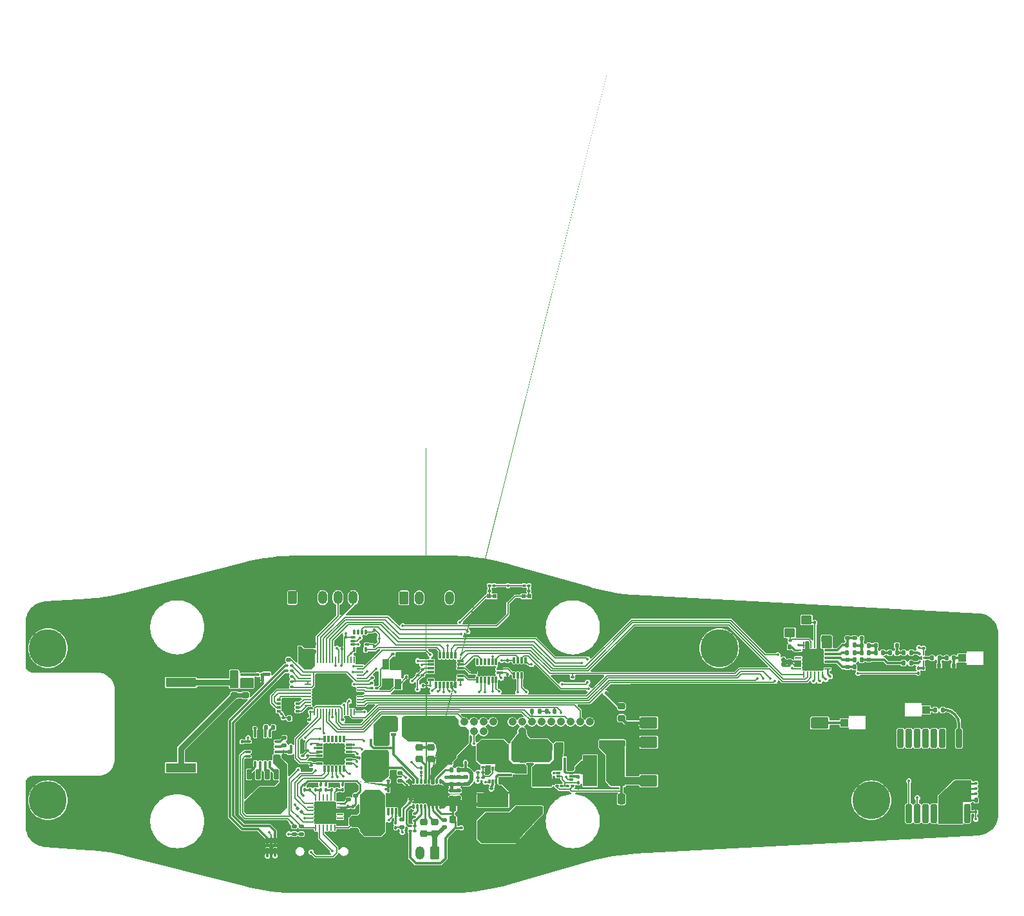
<source format=gtl>
G04 #@! TF.GenerationSoftware,KiCad,Pcbnew,7.0.2-0*
G04 #@! TF.CreationDate,2023-10-11T21:53:26-07:00*
G04 #@! TF.ProjectId,low-power,6c6f772d-706f-4776-9572-2e6b69636164,rev?*
G04 #@! TF.SameCoordinates,Original*
G04 #@! TF.FileFunction,Copper,L1,Top*
G04 #@! TF.FilePolarity,Positive*
%FSLAX46Y46*%
G04 Gerber Fmt 4.6, Leading zero omitted, Abs format (unit mm)*
G04 Created by KiCad (PCBNEW 7.0.2-0) date 2023-10-11 21:53:26*
%MOMM*%
%LPD*%
G01*
G04 APERTURE LIST*
G04 Aperture macros list*
%AMRoundRect*
0 Rectangle with rounded corners*
0 $1 Rounding radius*
0 $2 $3 $4 $5 $6 $7 $8 $9 X,Y pos of 4 corners*
0 Add a 4 corners polygon primitive as box body*
4,1,4,$2,$3,$4,$5,$6,$7,$8,$9,$2,$3,0*
0 Add four circle primitives for the rounded corners*
1,1,$1+$1,$2,$3*
1,1,$1+$1,$4,$5*
1,1,$1+$1,$6,$7*
1,1,$1+$1,$8,$9*
0 Add four rect primitives between the rounded corners*
20,1,$1+$1,$2,$3,$4,$5,0*
20,1,$1+$1,$4,$5,$6,$7,0*
20,1,$1+$1,$6,$7,$8,$9,0*
20,1,$1+$1,$8,$9,$2,$3,0*%
%AMFreePoly0*
4,1,557,-0.219239,2.454684,-0.218419,2.454743,-0.216188,2.454000,-0.215000,2.454000,-0.214239,2.453684,-0.213419,2.453743,-0.211188,2.453000,-0.210000,2.453000,-0.209239,2.452684,-0.208419,2.452743,-0.205419,2.451744,-0.205136,2.451498,-0.204764,2.451472,-0.203080,2.450630,-0.200419,2.449744,-0.199540,2.448982,-0.198464,2.448536,-0.197037,2.447108,-0.195764,2.446472,-0.195225,2.445851,
-0.194464,2.445536,-0.193037,2.444108,-0.191764,2.443472,-0.191225,2.442851,-0.190464,2.442536,-0.182465,2.434536,-0.182149,2.433775,-0.181528,2.433236,-0.180891,2.431963,-0.179465,2.430536,-0.179149,2.429775,-0.178528,2.429236,-0.177891,2.427963,-0.176465,2.426536,-0.176019,2.425460,-0.175257,2.424581,-0.174370,2.421920,-0.173528,2.420236,-0.173501,2.419862,-0.173257,2.419581,
-0.172257,2.416581,-0.172315,2.415760,-0.172000,2.415000,-0.172000,2.413810,-0.171257,2.411581,-0.171315,2.410760,-0.171000,2.410000,-0.171000,2.408810,-0.170257,2.406581,-0.170315,2.405760,-0.170000,2.405000,-0.170000,1.930000,0.170000,1.930000,0.170000,2.405000,0.170315,2.405760,0.170257,2.406581,0.171000,2.408812,0.171000,2.410000,0.171315,2.410760,0.171257,2.411581,
0.172000,2.413812,0.172000,2.415000,0.172315,2.415760,0.172257,2.416581,0.173256,2.419581,0.173501,2.419863,0.173528,2.420236,0.174369,2.421919,0.175256,2.424581,0.176017,2.425459,0.176464,2.426536,0.177891,2.427962,0.178528,2.429236,0.179148,2.429774,0.179464,2.430536,0.180891,2.431962,0.181528,2.433236,0.182148,2.433774,0.182464,2.434536,0.190464,2.442535,
0.191224,2.442850,0.191764,2.443472,0.193036,2.444108,0.194464,2.445535,0.195224,2.445850,0.195764,2.446472,0.197036,2.447108,0.198464,2.448535,0.199539,2.448980,0.200419,2.449743,0.203080,2.450630,0.204764,2.451472,0.205137,2.451498,0.205419,2.451743,0.208419,2.452743,0.209239,2.452684,0.210000,2.453000,0.211190,2.453000,0.213419,2.453743,0.214239,2.453684,
0.215000,2.454000,0.216190,2.454000,0.218419,2.454743,0.219239,2.454684,0.220000,2.455000,0.330000,2.455000,0.330760,2.454684,0.331581,2.454743,0.333812,2.454000,0.335000,2.454000,0.335760,2.453684,0.336581,2.453743,0.338812,2.453000,0.340000,2.453000,0.340760,2.452684,0.341581,2.452743,0.344581,2.451744,0.344863,2.451498,0.345236,2.451472,0.346919,2.450630,
0.349581,2.449744,0.350459,2.448982,0.351536,2.448536,0.352962,2.447108,0.354236,2.446472,0.354774,2.445851,0.355536,2.445536,0.356962,2.444108,0.358236,2.443472,0.358774,2.442851,0.359536,2.442536,0.367535,2.434536,0.367850,2.433775,0.368472,2.433236,0.369108,2.431963,0.370535,2.430536,0.370850,2.429775,0.371472,2.429236,0.372108,2.427963,0.373535,2.426536,
0.373980,2.425460,0.374743,2.424581,0.375630,2.421920,0.376472,2.420236,0.376498,2.419862,0.376743,2.419581,0.377743,2.416581,0.377684,2.415760,0.378000,2.415000,0.378000,2.413810,0.378743,2.411581,0.378684,2.410760,0.379000,2.410000,0.379000,2.408810,0.379743,2.406581,0.379684,2.405760,0.380000,2.405000,0.380000,1.530000,0.980000,1.530000,0.980760,1.529684,
0.981581,1.529743,0.983812,1.529000,0.985000,1.529000,0.985760,1.528684,0.986581,1.528743,0.988812,1.528000,0.990000,1.528000,0.990760,1.527684,0.991581,1.527743,0.994581,1.526744,0.994863,1.526498,0.995236,1.526472,0.996919,1.525630,0.998812,1.525000,1.025000,1.525000,1.025000,1.498810,1.025630,1.496920,1.026472,1.495236,1.026498,1.494862,1.026743,1.494581,
1.027743,1.491581,1.027684,1.490760,1.028000,1.490000,1.028000,1.488810,1.028743,1.486581,1.028684,1.485760,1.029000,1.485000,1.029000,1.483810,1.029743,1.481581,1.029684,1.480760,1.030000,1.480000,1.030000,-1.480000,1.029684,-1.480760,1.029743,-1.481581,1.029000,-1.483810,1.029000,-1.485000,1.028684,-1.485760,1.028743,-1.486581,1.028000,-1.488810,1.028000,-1.490000,
1.027684,-1.490760,1.027743,-1.491581,1.026743,-1.494581,1.026498,-1.494862,1.026472,-1.495236,1.025630,-1.496920,1.025000,-1.498810,1.025000,-1.525000,0.998812,-1.525000,0.996919,-1.525630,0.995236,-1.526472,0.994863,-1.526498,0.994581,-1.526744,0.991581,-1.527743,0.990760,-1.527684,0.990000,-1.528000,0.988812,-1.528000,0.986581,-1.528743,0.985760,-1.528684,0.985000,-1.529000,
0.983812,-1.529000,0.981581,-1.529743,0.980760,-1.529684,0.980000,-1.530000,0.380000,-1.530000,0.380000,-2.405000,0.379684,-2.405760,0.379743,-2.406581,0.379000,-2.408810,0.379000,-2.410000,0.378684,-2.410760,0.378743,-2.411581,0.378000,-2.413810,0.378000,-2.415000,0.377684,-2.415760,0.377743,-2.416581,0.376743,-2.419581,0.376498,-2.419862,0.376472,-2.420236,0.375630,-2.421920,
0.374743,-2.424581,0.373980,-2.425460,0.373535,-2.426536,0.372108,-2.427963,0.371472,-2.429236,0.370850,-2.429775,0.370535,-2.430536,0.369108,-2.431963,0.368472,-2.433236,0.367850,-2.433775,0.367535,-2.434536,0.359536,-2.442536,0.358774,-2.442851,0.358236,-2.443472,0.356962,-2.444108,0.355536,-2.445536,0.354774,-2.445851,0.354236,-2.446472,0.352962,-2.447108,0.351536,-2.448536,
0.350459,-2.448982,0.349581,-2.449744,0.346919,-2.450630,0.345236,-2.451472,0.344863,-2.451498,0.344581,-2.451744,0.341581,-2.452743,0.340760,-2.452684,0.340000,-2.453000,0.338812,-2.453000,0.336581,-2.453743,0.335760,-2.453684,0.335000,-2.454000,0.333812,-2.454000,0.331581,-2.454743,0.330760,-2.454684,0.330000,-2.455000,0.220000,-2.455000,0.219239,-2.454684,0.218419,-2.454743,
0.216190,-2.454000,0.215000,-2.454000,0.214239,-2.453684,0.213419,-2.453743,0.211190,-2.453000,0.210000,-2.453000,0.209239,-2.452684,0.208419,-2.452743,0.205419,-2.451743,0.205137,-2.451498,0.204764,-2.451472,0.203080,-2.450630,0.200419,-2.449743,0.199539,-2.448980,0.198464,-2.448535,0.197036,-2.447108,0.195764,-2.446472,0.195224,-2.445850,0.194464,-2.445535,0.193036,-2.444108,
0.191764,-2.443472,0.191224,-2.442850,0.190464,-2.442535,0.182464,-2.434536,0.182148,-2.433774,0.181528,-2.433236,0.180891,-2.431962,0.179464,-2.430536,0.179148,-2.429774,0.178528,-2.429236,0.177891,-2.427962,0.176464,-2.426536,0.176017,-2.425459,0.175256,-2.424581,0.174369,-2.421919,0.173528,-2.420236,0.173501,-2.419863,0.173256,-2.419581,0.172257,-2.416581,0.172315,-2.415760,
0.172000,-2.415000,0.172000,-2.413812,0.171257,-2.411581,0.171315,-2.410760,0.171000,-2.410000,0.171000,-2.408812,0.170257,-2.406581,0.170315,-2.405760,0.170000,-2.405000,0.170000,-1.930000,-0.170000,-1.930000,-0.170000,-2.405000,-0.170315,-2.405760,-0.170257,-2.406581,-0.171000,-2.408810,-0.171000,-2.410000,-0.171315,-2.410760,-0.171257,-2.411581,-0.172000,-2.413810,-0.172000,-2.415000,
-0.172315,-2.415760,-0.172257,-2.416581,-0.173257,-2.419581,-0.173501,-2.419862,-0.173528,-2.420236,-0.174370,-2.421920,-0.175257,-2.424581,-0.176019,-2.425460,-0.176465,-2.426536,-0.177891,-2.427963,-0.178528,-2.429236,-0.179149,-2.429775,-0.179465,-2.430536,-0.180891,-2.431963,-0.181528,-2.433236,-0.182149,-2.433775,-0.182465,-2.434536,-0.190464,-2.442536,-0.191225,-2.442851,-0.191764,-2.443472,
-0.193037,-2.444108,-0.194464,-2.445536,-0.195225,-2.445851,-0.195764,-2.446472,-0.197037,-2.447108,-0.198464,-2.448536,-0.199540,-2.448982,-0.200419,-2.449744,-0.203080,-2.450630,-0.204764,-2.451472,-0.205136,-2.451498,-0.205419,-2.451744,-0.208419,-2.452743,-0.209239,-2.452684,-0.210000,-2.453000,-0.211188,-2.453000,-0.213419,-2.453743,-0.214239,-2.453684,-0.215000,-2.454000,-0.216188,-2.454000,
-0.218419,-2.454743,-0.219239,-2.454684,-0.220000,-2.455000,-0.330000,-2.455000,-0.330760,-2.454684,-0.331581,-2.454743,-0.333810,-2.454000,-0.335000,-2.454000,-0.335760,-2.453684,-0.336581,-2.453743,-0.338810,-2.453000,-0.340000,-2.453000,-0.340760,-2.452684,-0.341581,-2.452743,-0.344581,-2.451743,-0.344862,-2.451498,-0.345236,-2.451472,-0.346920,-2.450630,-0.349581,-2.449743,-0.350460,-2.448980,
-0.351536,-2.448535,-0.352963,-2.447108,-0.354236,-2.446472,-0.354775,-2.445850,-0.355536,-2.445535,-0.356963,-2.444108,-0.358236,-2.443472,-0.358775,-2.442850,-0.359536,-2.442535,-0.367536,-2.434536,-0.367851,-2.433774,-0.368472,-2.433236,-0.369108,-2.431962,-0.370536,-2.430536,-0.370851,-2.429774,-0.371472,-2.429236,-0.372108,-2.427962,-0.373536,-2.426536,-0.373982,-2.425459,-0.374744,-2.424581,
-0.375630,-2.421919,-0.376472,-2.420236,-0.376498,-2.419863,-0.376744,-2.419581,-0.377743,-2.416581,-0.377684,-2.415760,-0.378000,-2.415000,-0.378000,-2.413812,-0.378743,-2.411581,-0.378684,-2.410760,-0.379000,-2.410000,-0.379000,-2.408812,-0.379743,-2.406581,-0.379684,-2.405760,-0.380000,-2.405000,-0.380000,-1.530000,-0.980000,-1.530000,-0.980760,-1.529684,-0.981581,-1.529743,-0.983810,-1.529000,
-0.985000,-1.529000,-0.985760,-1.528684,-0.986581,-1.528743,-0.988810,-1.528000,-0.990000,-1.528000,-0.990760,-1.527684,-0.991581,-1.527743,-0.994581,-1.526743,-0.994862,-1.526498,-0.995236,-1.526472,-0.996920,-1.525630,-0.998810,-1.525000,-1.025000,-1.525000,-1.025000,-1.498811,-1.025630,-1.496919,-1.026472,-1.495236,-1.026498,-1.494863,-1.026744,-1.494581,-1.027743,-1.491581,-1.027684,-1.490760,
-1.028000,-1.490000,-1.028000,-1.488812,-1.028743,-1.486581,-1.028684,-1.485760,-1.029000,-1.485000,-1.029000,-1.483812,-1.029743,-1.481581,-1.029684,-1.480760,-1.030000,-1.480000,-1.030000,1.480000,-1.029684,1.480760,-1.029743,1.481581,-1.029000,1.483812,-1.029000,1.485000,-1.028684,1.485760,-1.028743,1.486581,-1.028000,1.488812,-1.028000,1.490000,-1.027684,1.490760,-1.027743,1.491581,
-1.026744,1.494581,-1.026498,1.494863,-1.026472,1.495236,-1.025630,1.496919,-1.025000,1.498811,-1.025000,1.525000,-0.998810,1.525000,-0.996920,1.525630,-0.995236,1.526472,-0.994862,1.526498,-0.994581,1.526743,-0.991581,1.527743,-0.990760,1.527684,-0.990000,1.528000,-0.988810,1.528000,-0.986581,1.528743,-0.985760,1.528684,-0.985000,1.529000,-0.983810,1.529000,-0.981581,1.529743,
-0.980760,1.529684,-0.980000,1.530000,-0.380000,1.530000,-0.380000,2.405000,-0.379684,2.405760,-0.379743,2.406581,-0.379000,2.408812,-0.379000,2.410000,-0.378684,2.410760,-0.378743,2.411581,-0.378000,2.413812,-0.378000,2.415000,-0.377684,2.415760,-0.377743,2.416581,-0.376744,2.419581,-0.376498,2.419863,-0.376472,2.420236,-0.375630,2.421919,-0.374744,2.424581,-0.373982,2.425459,
-0.373536,2.426536,-0.372108,2.427962,-0.371472,2.429236,-0.370851,2.429774,-0.370536,2.430536,-0.369108,2.431962,-0.368472,2.433236,-0.367851,2.433774,-0.367536,2.434536,-0.359536,2.442535,-0.358775,2.442850,-0.358236,2.443472,-0.356963,2.444108,-0.355536,2.445535,-0.354775,2.445850,-0.354236,2.446472,-0.352963,2.447108,-0.351536,2.448535,-0.350460,2.448980,-0.349581,2.449743,
-0.346920,2.450630,-0.345236,2.451472,-0.344862,2.451498,-0.344581,2.451743,-0.341581,2.452743,-0.340760,2.452684,-0.340000,2.453000,-0.338810,2.453000,-0.336581,2.453743,-0.335760,2.453684,-0.335000,2.454000,-0.333810,2.454000,-0.331581,2.454743,-0.330760,2.454684,-0.330000,2.455000,-0.220000,2.455000,-0.219239,2.454684,-0.219239,2.454684,$1*%
G04 Aperture macros list end*
G04 #@! TA.AperFunction,SMDPad,CuDef*
%ADD10R,1.050000X1.000000*%
G04 #@! TD*
G04 #@! TA.AperFunction,SMDPad,CuDef*
%ADD11R,2.200000X1.050000*%
G04 #@! TD*
G04 #@! TA.AperFunction,SMDPad,CuDef*
%ADD12RoundRect,0.140000X0.140000X0.170000X-0.140000X0.170000X-0.140000X-0.170000X0.140000X-0.170000X0*%
G04 #@! TD*
G04 #@! TA.AperFunction,SMDPad,CuDef*
%ADD13RoundRect,0.100000X-0.130000X-0.100000X0.130000X-0.100000X0.130000X0.100000X-0.130000X0.100000X0*%
G04 #@! TD*
G04 #@! TA.AperFunction,SMDPad,CuDef*
%ADD14RoundRect,0.100000X0.100000X-0.130000X0.100000X0.130000X-0.100000X0.130000X-0.100000X-0.130000X0*%
G04 #@! TD*
G04 #@! TA.AperFunction,SMDPad,CuDef*
%ADD15R,0.150000X0.330000*%
G04 #@! TD*
G04 #@! TA.AperFunction,SMDPad,CuDef*
%ADD16R,0.510000X0.200000*%
G04 #@! TD*
G04 #@! TA.AperFunction,SMDPad,CuDef*
%ADD17RoundRect,0.140000X0.170000X-0.140000X0.170000X0.140000X-0.170000X0.140000X-0.170000X-0.140000X0*%
G04 #@! TD*
G04 #@! TA.AperFunction,SMDPad,CuDef*
%ADD18RoundRect,0.147500X0.147500X0.172500X-0.147500X0.172500X-0.147500X-0.172500X0.147500X-0.172500X0*%
G04 #@! TD*
G04 #@! TA.AperFunction,SMDPad,CuDef*
%ADD19RoundRect,0.140000X-0.140000X-0.170000X0.140000X-0.170000X0.140000X0.170000X-0.140000X0.170000X0*%
G04 #@! TD*
G04 #@! TA.AperFunction,SMDPad,CuDef*
%ADD20RoundRect,0.250000X0.475000X-0.250000X0.475000X0.250000X-0.475000X0.250000X-0.475000X-0.250000X0*%
G04 #@! TD*
G04 #@! TA.AperFunction,SMDPad,CuDef*
%ADD21RoundRect,0.120000X0.580000X0.480000X-0.580000X0.480000X-0.580000X-0.480000X0.580000X-0.480000X0*%
G04 #@! TD*
G04 #@! TA.AperFunction,SMDPad,CuDef*
%ADD22RoundRect,0.003500X0.171500X-0.371500X0.171500X0.371500X-0.171500X0.371500X-0.171500X-0.371500X0*%
G04 #@! TD*
G04 #@! TA.AperFunction,SMDPad,CuDef*
%ADD23RoundRect,0.100000X0.130000X0.100000X-0.130000X0.100000X-0.130000X-0.100000X0.130000X-0.100000X0*%
G04 #@! TD*
G04 #@! TA.AperFunction,SMDPad,CuDef*
%ADD24R,1.850000X4.100000*%
G04 #@! TD*
G04 #@! TA.AperFunction,SMDPad,CuDef*
%ADD25RoundRect,0.087500X0.087500X-0.225000X0.087500X0.225000X-0.087500X0.225000X-0.087500X-0.225000X0*%
G04 #@! TD*
G04 #@! TA.AperFunction,SMDPad,CuDef*
%ADD26RoundRect,0.087500X0.225000X-0.087500X0.225000X0.087500X-0.225000X0.087500X-0.225000X-0.087500X0*%
G04 #@! TD*
G04 #@! TA.AperFunction,SMDPad,CuDef*
%ADD27RoundRect,0.135000X-0.135000X-0.185000X0.135000X-0.185000X0.135000X0.185000X-0.135000X0.185000X0*%
G04 #@! TD*
G04 #@! TA.AperFunction,SMDPad,CuDef*
%ADD28RoundRect,0.147500X-0.147500X-0.172500X0.147500X-0.172500X0.147500X0.172500X-0.147500X0.172500X0*%
G04 #@! TD*
G04 #@! TA.AperFunction,SMDPad,CuDef*
%ADD29RoundRect,0.225000X0.250000X-0.225000X0.250000X0.225000X-0.250000X0.225000X-0.250000X-0.225000X0*%
G04 #@! TD*
G04 #@! TA.AperFunction,ComponentPad*
%ADD30C,0.800000*%
G04 #@! TD*
G04 #@! TA.AperFunction,ComponentPad*
%ADD31C,5.000000*%
G04 #@! TD*
G04 #@! TA.AperFunction,SMDPad,CuDef*
%ADD32RoundRect,0.200000X0.275000X-0.200000X0.275000X0.200000X-0.275000X0.200000X-0.275000X-0.200000X0*%
G04 #@! TD*
G04 #@! TA.AperFunction,SMDPad,CuDef*
%ADD33R,0.800000X1.450000*%
G04 #@! TD*
G04 #@! TA.AperFunction,SMDPad,CuDef*
%ADD34R,0.600000X0.300000*%
G04 #@! TD*
G04 #@! TA.AperFunction,SMDPad,CuDef*
%ADD35R,0.300000X1.725000*%
G04 #@! TD*
G04 #@! TA.AperFunction,SMDPad,CuDef*
%ADD36RoundRect,0.075000X0.075000X-0.350000X0.075000X0.350000X-0.075000X0.350000X-0.075000X-0.350000X0*%
G04 #@! TD*
G04 #@! TA.AperFunction,SMDPad,CuDef*
%ADD37RoundRect,0.075000X0.350000X-0.075000X0.350000X0.075000X-0.350000X0.075000X-0.350000X-0.075000X0*%
G04 #@! TD*
G04 #@! TA.AperFunction,SMDPad,CuDef*
%ADD38R,2.100000X2.100000*%
G04 #@! TD*
G04 #@! TA.AperFunction,SMDPad,CuDef*
%ADD39RoundRect,0.250000X-0.625000X0.312500X-0.625000X-0.312500X0.625000X-0.312500X0.625000X0.312500X0*%
G04 #@! TD*
G04 #@! TA.AperFunction,SMDPad,CuDef*
%ADD40RoundRect,0.225000X-0.225000X-0.250000X0.225000X-0.250000X0.225000X0.250000X-0.225000X0.250000X0*%
G04 #@! TD*
G04 #@! TA.AperFunction,SMDPad,CuDef*
%ADD41RoundRect,0.135000X0.185000X-0.135000X0.185000X0.135000X-0.185000X0.135000X-0.185000X-0.135000X0*%
G04 #@! TD*
G04 #@! TA.AperFunction,SMDPad,CuDef*
%ADD42RoundRect,0.060000X0.240000X0.590000X-0.240000X0.590000X-0.240000X-0.590000X0.240000X-0.590000X0*%
G04 #@! TD*
G04 #@! TA.AperFunction,SMDPad,CuDef*
%ADD43RoundRect,0.075000X0.075000X-0.362500X0.075000X0.362500X-0.075000X0.362500X-0.075000X-0.362500X0*%
G04 #@! TD*
G04 #@! TA.AperFunction,SMDPad,CuDef*
%ADD44RoundRect,0.075000X0.362500X-0.075000X0.362500X0.075000X-0.362500X0.075000X-0.362500X-0.075000X0*%
G04 #@! TD*
G04 #@! TA.AperFunction,SMDPad,CuDef*
%ADD45R,2.450000X2.450000*%
G04 #@! TD*
G04 #@! TA.AperFunction,SMDPad,CuDef*
%ADD46RoundRect,0.140000X-0.170000X0.140000X-0.170000X-0.140000X0.170000X-0.140000X0.170000X0.140000X0*%
G04 #@! TD*
G04 #@! TA.AperFunction,SMDPad,CuDef*
%ADD47R,1.450000X0.800000*%
G04 #@! TD*
G04 #@! TA.AperFunction,SMDPad,CuDef*
%ADD48R,0.300000X0.600000*%
G04 #@! TD*
G04 #@! TA.AperFunction,SMDPad,CuDef*
%ADD49R,1.725000X0.300000*%
G04 #@! TD*
G04 #@! TA.AperFunction,SMDPad,CuDef*
%ADD50RoundRect,0.100000X-0.100000X0.130000X-0.100000X-0.130000X0.100000X-0.130000X0.100000X0.130000X0*%
G04 #@! TD*
G04 #@! TA.AperFunction,SMDPad,CuDef*
%ADD51R,0.280000X0.170000*%
G04 #@! TD*
G04 #@! TA.AperFunction,SMDPad,CuDef*
%ADD52R,0.280000X0.520000*%
G04 #@! TD*
G04 #@! TA.AperFunction,SMDPad,CuDef*
%ADD53RoundRect,0.250000X-0.475000X0.250000X-0.475000X-0.250000X0.475000X-0.250000X0.475000X0.250000X0*%
G04 #@! TD*
G04 #@! TA.AperFunction,SMDPad,CuDef*
%ADD54RoundRect,0.028600X-0.401400X0.101400X-0.401400X-0.101400X0.401400X-0.101400X0.401400X0.101400X0*%
G04 #@! TD*
G04 #@! TA.AperFunction,SMDPad,CuDef*
%ADD55RoundRect,0.007800X-0.122200X0.422200X-0.122200X-0.422200X0.122200X-0.422200X0.122200X0.422200X0*%
G04 #@! TD*
G04 #@! TA.AperFunction,SMDPad,CuDef*
%ADD56R,2.000000X1.000000*%
G04 #@! TD*
G04 #@! TA.AperFunction,SMDPad,CuDef*
%ADD57RoundRect,0.147500X-0.172500X0.147500X-0.172500X-0.147500X0.172500X-0.147500X0.172500X0.147500X0*%
G04 #@! TD*
G04 #@! TA.AperFunction,SMDPad,CuDef*
%ADD58R,0.260000X0.840000*%
G04 #@! TD*
G04 #@! TA.AperFunction,SMDPad,CuDef*
%ADD59R,0.840000X0.260000*%
G04 #@! TD*
G04 #@! TA.AperFunction,SMDPad,CuDef*
%ADD60R,2.600000X2.600000*%
G04 #@! TD*
G04 #@! TA.AperFunction,SMDPad,CuDef*
%ADD61RoundRect,0.250000X0.362500X1.075000X-0.362500X1.075000X-0.362500X-1.075000X0.362500X-1.075000X0*%
G04 #@! TD*
G04 #@! TA.AperFunction,SMDPad,CuDef*
%ADD62R,0.550000X0.550000*%
G04 #@! TD*
G04 #@! TA.AperFunction,SMDPad,CuDef*
%ADD63R,0.420000X0.540000*%
G04 #@! TD*
G04 #@! TA.AperFunction,SMDPad,CuDef*
%ADD64R,2.370000X1.710000*%
G04 #@! TD*
G04 #@! TA.AperFunction,SMDPad,CuDef*
%ADD65R,0.420000X0.700000*%
G04 #@! TD*
G04 #@! TA.AperFunction,SMDPad,CuDef*
%ADD66R,0.939800X1.397000*%
G04 #@! TD*
G04 #@! TA.AperFunction,SMDPad,CuDef*
%ADD67RoundRect,0.200000X0.200000X-1.070000X0.200000X1.070000X-0.200000X1.070000X-0.200000X-1.070000X0*%
G04 #@! TD*
G04 #@! TA.AperFunction,SMDPad,CuDef*
%ADD68RoundRect,0.011200X0.128800X-0.368800X0.128800X0.368800X-0.128800X0.368800X-0.128800X-0.368800X0*%
G04 #@! TD*
G04 #@! TA.AperFunction,SMDPad,CuDef*
%ADD69R,1.600000X0.900000*%
G04 #@! TD*
G04 #@! TA.AperFunction,SMDPad,CuDef*
%ADD70RoundRect,0.250000X-0.250000X-0.475000X0.250000X-0.475000X0.250000X0.475000X-0.250000X0.475000X0*%
G04 #@! TD*
G04 #@! TA.AperFunction,SMDPad,CuDef*
%ADD71RoundRect,0.225000X-0.250000X0.225000X-0.250000X-0.225000X0.250000X-0.225000X0.250000X0.225000X0*%
G04 #@! TD*
G04 #@! TA.AperFunction,SMDPad,CuDef*
%ADD72RoundRect,0.135000X0.135000X0.185000X-0.135000X0.185000X-0.135000X-0.185000X0.135000X-0.185000X0*%
G04 #@! TD*
G04 #@! TA.AperFunction,SMDPad,CuDef*
%ADD73R,0.540000X0.420000*%
G04 #@! TD*
G04 #@! TA.AperFunction,SMDPad,CuDef*
%ADD74R,1.710000X2.370000*%
G04 #@! TD*
G04 #@! TA.AperFunction,SMDPad,CuDef*
%ADD75R,0.700000X0.420000*%
G04 #@! TD*
G04 #@! TA.AperFunction,SMDPad,CuDef*
%ADD76RoundRect,0.250000X0.250000X0.475000X-0.250000X0.475000X-0.250000X-0.475000X0.250000X-0.475000X0*%
G04 #@! TD*
G04 #@! TA.AperFunction,ComponentPad*
%ADD77C,1.050000*%
G04 #@! TD*
G04 #@! TA.AperFunction,SMDPad,CuDef*
%ADD78RoundRect,0.050000X0.050000X-0.387500X0.050000X0.387500X-0.050000X0.387500X-0.050000X-0.387500X0*%
G04 #@! TD*
G04 #@! TA.AperFunction,SMDPad,CuDef*
%ADD79RoundRect,0.050000X0.387500X-0.050000X0.387500X0.050000X-0.387500X0.050000X-0.387500X-0.050000X0*%
G04 #@! TD*
G04 #@! TA.AperFunction,SMDPad,CuDef*
%ADD80R,3.200000X3.200000*%
G04 #@! TD*
G04 #@! TA.AperFunction,SMDPad,CuDef*
%ADD81R,4.100000X1.850000*%
G04 #@! TD*
G04 #@! TA.AperFunction,SMDPad,CuDef*
%ADD82RoundRect,0.031200X-0.268800X0.088800X-0.268800X-0.088800X0.268800X-0.088800X0.268800X0.088800X0*%
G04 #@! TD*
G04 #@! TA.AperFunction,SMDPad,CuDef*
%ADD83RoundRect,0.012000X-0.108000X0.288000X-0.108000X-0.288000X0.108000X-0.288000X0.108000X0.288000X0*%
G04 #@! TD*
G04 #@! TA.AperFunction,ComponentPad*
%ADD84C,0.350000*%
G04 #@! TD*
G04 #@! TA.AperFunction,SMDPad,CuDef*
%ADD85FreePoly0,270.000000*%
G04 #@! TD*
G04 #@! TA.AperFunction,SMDPad,CuDef*
%ADD86RoundRect,0.100000X0.162635X-0.021213X-0.021213X0.162635X-0.162635X0.021213X0.021213X-0.162635X0*%
G04 #@! TD*
G04 #@! TA.AperFunction,SMDPad,CuDef*
%ADD87RoundRect,0.062500X-0.062500X0.350000X-0.062500X-0.350000X0.062500X-0.350000X0.062500X0.350000X0*%
G04 #@! TD*
G04 #@! TA.AperFunction,SMDPad,CuDef*
%ADD88RoundRect,0.062500X-0.350000X0.062500X-0.350000X-0.062500X0.350000X-0.062500X0.350000X0.062500X0*%
G04 #@! TD*
G04 #@! TA.AperFunction,SMDPad,CuDef*
%ADD89R,2.700000X2.700000*%
G04 #@! TD*
G04 #@! TA.AperFunction,SMDPad,CuDef*
%ADD90RoundRect,0.135000X-0.185000X0.135000X-0.185000X-0.135000X0.185000X-0.135000X0.185000X0.135000X0*%
G04 #@! TD*
G04 #@! TA.AperFunction,SMDPad,CuDef*
%ADD91R,4.000000X1.200000*%
G04 #@! TD*
G04 #@! TA.AperFunction,SMDPad,CuDef*
%ADD92R,0.300000X0.850000*%
G04 #@! TD*
G04 #@! TA.AperFunction,SMDPad,CuDef*
%ADD93R,1.600000X1.600000*%
G04 #@! TD*
G04 #@! TA.AperFunction,SMDPad,CuDef*
%ADD94RoundRect,0.152400X-0.990600X-0.609600X0.990600X-0.609600X0.990600X0.609600X-0.990600X0.609600X0*%
G04 #@! TD*
G04 #@! TA.AperFunction,SMDPad,CuDef*
%ADD95RoundRect,0.250000X-1.075000X0.362500X-1.075000X-0.362500X1.075000X-0.362500X1.075000X0.362500X0*%
G04 #@! TD*
G04 #@! TA.AperFunction,SMDPad,CuDef*
%ADD96R,0.300000X1.700000*%
G04 #@! TD*
G04 #@! TA.AperFunction,SMDPad,CuDef*
%ADD97RoundRect,0.200000X-0.275000X0.200000X-0.275000X-0.200000X0.275000X-0.200000X0.275000X0.200000X0*%
G04 #@! TD*
G04 #@! TA.AperFunction,ComponentPad*
%ADD98O,1.000000X1.800000*%
G04 #@! TD*
G04 #@! TA.AperFunction,ComponentPad*
%ADD99O,1.000000X2.100000*%
G04 #@! TD*
G04 #@! TA.AperFunction,ComponentPad*
%ADD100RoundRect,0.250000X-0.350000X-0.625000X0.350000X-0.625000X0.350000X0.625000X-0.350000X0.625000X0*%
G04 #@! TD*
G04 #@! TA.AperFunction,ComponentPad*
%ADD101O,1.200000X1.750000*%
G04 #@! TD*
G04 #@! TA.AperFunction,ComponentPad*
%ADD102RoundRect,0.250000X0.350000X0.625000X-0.350000X0.625000X-0.350000X-0.625000X0.350000X-0.625000X0*%
G04 #@! TD*
G04 #@! TA.AperFunction,ViaPad*
%ADD103C,0.700000*%
G04 #@! TD*
G04 #@! TA.AperFunction,ViaPad*
%ADD104C,0.350000*%
G04 #@! TD*
G04 #@! TA.AperFunction,ViaPad*
%ADD105C,0.500000*%
G04 #@! TD*
G04 #@! TA.AperFunction,Conductor*
%ADD106C,0.800000*%
G04 #@! TD*
G04 #@! TA.AperFunction,Conductor*
%ADD107C,0.600000*%
G04 #@! TD*
G04 #@! TA.AperFunction,Conductor*
%ADD108C,0.200000*%
G04 #@! TD*
G04 #@! TA.AperFunction,Conductor*
%ADD109C,0.300000*%
G04 #@! TD*
G04 #@! TA.AperFunction,Conductor*
%ADD110C,0.250000*%
G04 #@! TD*
G04 #@! TA.AperFunction,Conductor*
%ADD111C,0.350000*%
G04 #@! TD*
G04 #@! TA.AperFunction,Conductor*
%ADD112C,0.400000*%
G04 #@! TD*
G04 #@! TA.AperFunction,Conductor*
%ADD113C,1.000000*%
G04 #@! TD*
G04 #@! TA.AperFunction,Conductor*
%ADD114C,0.500000*%
G04 #@! TD*
G04 #@! TA.AperFunction,Conductor*
%ADD115C,0.100000*%
G04 #@! TD*
G04 #@! TA.AperFunction,Conductor*
%ADD116C,0.700000*%
G04 #@! TD*
G04 #@! TA.AperFunction,Conductor*
%ADD117C,0.150000*%
G04 #@! TD*
G04 APERTURE END LIST*
D10*
X187476027Y-100772173D03*
D11*
X189001027Y-99297173D03*
X189001027Y-102247173D03*
D10*
X198226027Y-99072173D03*
D11*
X196701027Y-100547173D03*
X196701027Y-97597173D03*
D12*
X199976027Y-92272173D03*
X199016027Y-92272173D03*
X189756027Y-92492173D03*
X188796027Y-92492173D03*
D13*
X116255000Y-104400000D03*
X116895000Y-104400000D03*
D14*
X121394416Y-91099833D03*
X121394416Y-90459833D03*
D15*
X197876027Y-91774673D03*
X197376027Y-91774673D03*
D16*
X197196027Y-92259673D03*
D15*
X197376027Y-92744673D03*
X197876027Y-92744673D03*
D16*
X198056027Y-92259673D03*
D17*
X134850000Y-114515000D03*
X134850000Y-113555000D03*
D18*
X188811027Y-91547173D03*
X187841027Y-91547173D03*
D14*
X120775000Y-109580000D03*
X120775000Y-108940000D03*
D19*
X189746027Y-90597173D03*
X190706027Y-90597173D03*
D13*
X131405000Y-93800000D03*
X132045000Y-93800000D03*
X109965000Y-101505000D03*
X110605000Y-101505000D03*
D19*
X200896027Y-93222173D03*
X201856027Y-93222173D03*
D13*
X140795000Y-83423600D03*
X141435000Y-83423600D03*
D20*
X145005000Y-112350000D03*
X145005000Y-110450000D03*
D14*
X197176027Y-94242173D03*
X197176027Y-93602173D03*
D21*
X182496027Y-87247173D03*
X180296027Y-87247173D03*
X180296027Y-88947173D03*
X182496027Y-88947173D03*
D22*
X111625000Y-117640000D03*
X112125000Y-117640000D03*
X112625000Y-117640000D03*
X112625000Y-116260000D03*
X112125000Y-116260000D03*
X111625000Y-116260000D03*
D13*
X141060000Y-109425000D03*
X141700000Y-109425000D03*
D23*
X115889300Y-92315000D03*
X115249300Y-92315000D03*
D24*
X154055000Y-107085000D03*
X157705000Y-107085000D03*
D25*
X123035000Y-91167500D03*
X123535000Y-91167500D03*
X124035000Y-91167500D03*
X124535000Y-91167500D03*
D26*
X124697500Y-90505000D03*
X124697500Y-90005000D03*
X124697500Y-89505000D03*
D25*
X124535000Y-88842500D03*
X124035000Y-88842500D03*
X123535000Y-88842500D03*
X123035000Y-88842500D03*
D26*
X122872500Y-89505000D03*
X122872500Y-90005000D03*
X122872500Y-90505000D03*
D17*
X187876027Y-89652173D03*
X187876027Y-88692173D03*
D13*
X130370000Y-113635000D03*
X131010000Y-113635000D03*
D27*
X148315000Y-99300000D03*
X149335000Y-99300000D03*
D28*
X189741027Y-91547173D03*
X190711027Y-91547173D03*
D29*
X158175000Y-100180000D03*
X158175000Y-98630000D03*
D14*
X125635000Y-90690000D03*
X125635000Y-90050000D03*
D18*
X188811027Y-90572173D03*
X187841027Y-90572173D03*
D30*
X80901027Y-90972173D03*
X81450202Y-89646348D03*
X81450202Y-92297998D03*
X82776027Y-89097173D03*
D31*
X82776027Y-90972173D03*
D30*
X82776027Y-92847173D03*
X84101852Y-89646348D03*
X84101852Y-92297998D03*
X84651027Y-90972173D03*
D12*
X136740000Y-106955000D03*
X135780000Y-106955000D03*
D19*
X188796027Y-93442173D03*
X189756027Y-93442173D03*
D29*
X133630000Y-115380000D03*
X133630000Y-113830000D03*
D32*
X107275000Y-97135000D03*
X107275000Y-95485000D03*
D33*
X149965000Y-106310000D03*
D34*
X149865000Y-107360000D03*
X149865000Y-107810000D03*
X149865000Y-108260000D03*
X151565000Y-108260000D03*
X151565000Y-107810000D03*
X151565000Y-107360000D03*
D33*
X151465000Y-106310000D03*
D35*
X150715000Y-106172500D03*
D36*
X110020000Y-106195000D03*
X110670000Y-106195000D03*
X111320000Y-106195000D03*
X111970000Y-106195000D03*
D37*
X112945000Y-105220000D03*
X112945000Y-104570000D03*
X112945000Y-103920000D03*
X112945000Y-103270000D03*
D36*
X111970000Y-102295000D03*
X111320000Y-102295000D03*
X110670000Y-102295000D03*
X110020000Y-102295000D03*
D37*
X109045000Y-103270000D03*
X109045000Y-103920000D03*
X109045000Y-104570000D03*
X109045000Y-105220000D03*
D38*
X110995000Y-104245000D03*
D30*
X189151027Y-110972173D03*
X189700202Y-109646348D03*
X189700202Y-112297998D03*
X191026027Y-109097173D03*
D31*
X191026027Y-110972173D03*
D30*
X191026027Y-112847173D03*
X192351852Y-109646348D03*
X192351852Y-112297998D03*
X192901027Y-110972173D03*
D13*
X204756027Y-109422173D03*
X205396027Y-109422173D03*
D39*
X125505000Y-107692500D03*
X125505000Y-110617500D03*
D40*
X136020000Y-113470000D03*
X137570000Y-113470000D03*
D41*
X115150000Y-115410000D03*
X115150000Y-114390000D03*
D23*
X180316027Y-89997173D03*
X179676027Y-89997173D03*
D42*
X109205000Y-111875000D03*
X110405000Y-111875000D03*
X111605000Y-111875000D03*
X112805000Y-111875000D03*
X112805000Y-107575000D03*
X111605000Y-107575000D03*
X110405000Y-107575000D03*
X109205000Y-107575000D03*
D43*
X133800000Y-95812500D03*
X134300000Y-95812500D03*
X134800000Y-95812500D03*
X135300000Y-95812500D03*
X135800000Y-95812500D03*
X136300000Y-95812500D03*
D44*
X136987500Y-95125000D03*
X136987500Y-94625000D03*
X136987500Y-94125000D03*
X136987500Y-93625000D03*
X136987500Y-93125000D03*
X136987500Y-92625000D03*
D43*
X136300000Y-91937500D03*
X135800000Y-91937500D03*
X135300000Y-91937500D03*
X134800000Y-91937500D03*
X134300000Y-91937500D03*
X133800000Y-91937500D03*
D44*
X133112500Y-92625000D03*
X133112500Y-93125000D03*
X133112500Y-93625000D03*
X133112500Y-94125000D03*
X133112500Y-94625000D03*
X133112500Y-95125000D03*
D45*
X135050000Y-93875000D03*
D46*
X114565000Y-104620000D03*
X114565000Y-105580000D03*
D20*
X146980000Y-112350000D03*
X146980000Y-110450000D03*
D47*
X142755000Y-106900000D03*
D48*
X141705000Y-106800000D03*
X141255000Y-106800000D03*
X140805000Y-106800000D03*
X140805000Y-108500000D03*
X141255000Y-108500000D03*
X141705000Y-108500000D03*
D47*
X142755000Y-108400000D03*
D49*
X142892500Y-107650000D03*
D19*
X189746027Y-89672173D03*
X190706027Y-89672173D03*
D13*
X135715000Y-106125000D03*
X136355000Y-106125000D03*
D50*
X122207500Y-111797500D03*
X122207500Y-112437500D03*
D51*
X108250000Y-94420000D03*
X108250000Y-94070000D03*
D52*
X107600000Y-94245000D03*
D12*
X192556027Y-90597173D03*
X191596027Y-90597173D03*
D53*
X145005000Y-107000000D03*
X145005000Y-108900000D03*
D54*
X142135000Y-93725000D03*
D55*
X141700000Y-92790000D03*
X141200000Y-92790000D03*
X140700000Y-92790000D03*
X140200000Y-92790000D03*
X139700000Y-92790000D03*
X139200000Y-92790000D03*
D54*
X138765000Y-93725000D03*
X138765000Y-94225000D03*
D55*
X139200000Y-95160000D03*
X139700000Y-95160000D03*
X140200000Y-95160000D03*
X140700000Y-95160000D03*
X141200000Y-95160000D03*
X141700000Y-95160000D03*
D54*
X142135000Y-94225000D03*
D56*
X140450000Y-93975000D03*
D50*
X116502500Y-108925000D03*
X116502500Y-109565000D03*
D41*
X129335000Y-114535000D03*
X129335000Y-113515000D03*
D57*
X187876027Y-92482173D03*
X187876027Y-93452173D03*
D50*
X119345000Y-108935000D03*
X119345000Y-109575000D03*
D23*
X146015000Y-83436400D03*
X145375000Y-83436400D03*
D17*
X113845000Y-103725000D03*
X113845000Y-102765000D03*
D23*
X117400000Y-106425000D03*
X116760000Y-106425000D03*
D58*
X184601027Y-90527173D03*
X184101027Y-90527173D03*
X183601027Y-90527173D03*
X183101027Y-90527173D03*
X182601027Y-90527173D03*
X182101027Y-90527173D03*
D59*
X181406027Y-91222173D03*
X181406027Y-91722173D03*
X181406027Y-92222173D03*
X181406027Y-92722173D03*
X181406027Y-93222173D03*
X181406027Y-93722173D03*
D58*
X182101027Y-94417173D03*
X182601027Y-94417173D03*
X183101027Y-94417173D03*
X183601027Y-94417173D03*
X184101027Y-94417173D03*
X184601027Y-94417173D03*
D59*
X185296027Y-93722173D03*
X185296027Y-93222173D03*
X185296027Y-92722173D03*
X185296027Y-92222173D03*
X185296027Y-91722173D03*
X185296027Y-91222173D03*
D60*
X183351027Y-92472173D03*
D23*
X184746027Y-89497173D03*
X184106027Y-89497173D03*
D61*
X145187500Y-104665000D03*
X140562500Y-104665000D03*
D62*
X145305000Y-86806400D03*
X146055000Y-86802800D03*
X145295000Y-84146400D03*
X146045000Y-84142800D03*
D46*
X136735000Y-107865000D03*
X136735000Y-108825000D03*
D13*
X139290000Y-108000000D03*
X139930000Y-108000000D03*
X125355000Y-96250000D03*
X125995000Y-96250000D03*
D14*
X132075000Y-95895000D03*
X132075000Y-95255000D03*
D50*
X143200000Y-92580000D03*
X143200000Y-93220000D03*
D20*
X155935000Y-103555000D03*
X155935000Y-101655000D03*
D13*
X137100000Y-114595000D03*
X137740000Y-114595000D03*
D63*
X127195000Y-106325000D03*
X126545000Y-106325000D03*
D64*
X126220000Y-105200000D03*
D63*
X125895000Y-106325000D03*
X125245000Y-106325000D03*
D65*
X125245000Y-103245000D03*
X127195000Y-103245000D03*
X126545000Y-103245000D03*
X125895000Y-103245000D03*
D14*
X129875000Y-94745000D03*
X129875000Y-94105000D03*
D46*
X136745000Y-109695000D03*
X136745000Y-110655000D03*
D66*
X128800000Y-95683100D03*
X128800000Y-93066900D03*
X127150000Y-93066900D03*
X127150000Y-95683100D03*
D46*
X137655000Y-107865000D03*
X137655000Y-108825000D03*
D17*
X122307500Y-110897500D03*
X122307500Y-109937500D03*
D19*
X127145000Y-107585000D03*
X128105000Y-107585000D03*
D23*
X110965000Y-94445000D03*
X110325000Y-94445000D03*
D40*
X136025000Y-111995000D03*
X137575000Y-111995000D03*
D14*
X204751027Y-112517173D03*
X204751027Y-111877173D03*
X197876027Y-94242173D03*
X197876027Y-93602173D03*
D50*
X143175000Y-94405000D03*
X143175000Y-95045000D03*
D23*
X114809184Y-95365000D03*
X114169184Y-95365000D03*
D13*
X204756027Y-108722173D03*
X205396027Y-108722173D03*
D23*
X110965000Y-95175000D03*
X110325000Y-95175000D03*
D13*
X130370000Y-114350000D03*
X131010000Y-114350000D03*
D30*
X80901027Y-110972173D03*
X81450202Y-109646348D03*
X81450202Y-112297998D03*
X82776027Y-109097173D03*
D31*
X82776027Y-110972173D03*
D30*
X82776027Y-112847173D03*
X84101852Y-109646348D03*
X84101852Y-112297998D03*
X84651027Y-110972173D03*
D67*
X194851027Y-112722173D03*
X195951027Y-112722173D03*
X197051027Y-112722173D03*
X198151027Y-112722173D03*
X199251027Y-112722173D03*
X200351027Y-112722173D03*
X201451027Y-112722173D03*
X202551027Y-112722173D03*
X203651027Y-112722173D03*
X203651027Y-102822173D03*
X202551027Y-102822173D03*
X201451027Y-102822173D03*
X200351027Y-102822173D03*
X199251027Y-102822173D03*
X198151027Y-102822173D03*
X197051027Y-102822173D03*
X195951027Y-102822173D03*
X194851027Y-102822173D03*
D23*
X151740000Y-109115000D03*
X151100000Y-109115000D03*
D13*
X130380000Y-115050000D03*
X131020000Y-115050000D03*
D68*
X144055000Y-94540000D03*
X144555000Y-94540000D03*
X145055000Y-94540000D03*
X145555000Y-94540000D03*
X145555000Y-92570000D03*
X145055000Y-92570000D03*
X144555000Y-92570000D03*
X144055000Y-92570000D03*
D69*
X144805000Y-93555000D03*
D70*
X150065000Y-104065000D03*
X151965000Y-104065000D03*
D19*
X111430000Y-101395000D03*
X112390000Y-101395000D03*
D13*
X127505000Y-108440000D03*
X128145000Y-108440000D03*
D71*
X123100000Y-113775000D03*
X123100000Y-115325000D03*
D23*
X114809184Y-96065000D03*
X114169184Y-96065000D03*
D72*
X147460000Y-99300000D03*
X146440000Y-99300000D03*
D23*
X115889300Y-90915000D03*
X115249300Y-90915000D03*
D12*
X196256027Y-91547173D03*
X195296027Y-91547173D03*
D73*
X131245000Y-100360000D03*
X131245000Y-101010000D03*
D74*
X130120000Y-101335000D03*
D73*
X131245000Y-101660000D03*
X131245000Y-102310000D03*
D75*
X128165000Y-102310000D03*
X128165000Y-100360000D03*
X128165000Y-101010000D03*
X128165000Y-101660000D03*
D76*
X158175000Y-110825000D03*
X156275000Y-110825000D03*
D13*
X145375000Y-82726400D03*
X146015000Y-82726400D03*
D30*
X169151027Y-90972173D03*
X169700202Y-89646348D03*
X169700202Y-92297998D03*
X171026027Y-89097173D03*
D31*
X171026027Y-90972173D03*
D30*
X171026027Y-92847173D03*
X172351852Y-89646348D03*
X172351852Y-92297998D03*
X172901027Y-90972173D03*
D77*
X153995000Y-101935000D03*
X152725000Y-101935000D03*
X151455000Y-101935000D03*
X150185000Y-101935000D03*
X148915000Y-101935000D03*
X147645000Y-101935000D03*
X146375000Y-101935000D03*
X145105000Y-101935000D03*
X143835000Y-101935000D03*
X142565000Y-101935000D03*
X141295000Y-101935000D03*
X140025000Y-101935000D03*
X138755000Y-101935000D03*
X137485000Y-101935000D03*
X136215000Y-101935000D03*
X134945000Y-101935000D03*
X133675000Y-101935000D03*
X132405000Y-101935000D03*
X153995000Y-100665000D03*
X152725000Y-100665000D03*
X151455000Y-100665000D03*
X150185000Y-100665000D03*
X148915000Y-100665000D03*
X147645000Y-100665000D03*
X146375000Y-100665000D03*
X145105000Y-100665000D03*
X143835000Y-100665000D03*
X142565000Y-100665000D03*
X141295000Y-100665000D03*
X140025000Y-100665000D03*
X138755000Y-100665000D03*
X137485000Y-100665000D03*
X136215000Y-100665000D03*
X134945000Y-100665000D03*
X133675000Y-100665000D03*
X132405000Y-100665000D03*
D19*
X204801027Y-110947173D03*
X205761027Y-110947173D03*
D28*
X200891027Y-92272173D03*
X201861027Y-92272173D03*
D17*
X123232500Y-110355000D03*
X123232500Y-109395000D03*
D50*
X118627500Y-108925000D03*
X118627500Y-109565000D03*
D19*
X193426027Y-90597173D03*
X194386027Y-90597173D03*
D13*
X128155000Y-91750000D03*
X128795000Y-91750000D03*
D19*
X113825000Y-106495000D03*
X114785000Y-106495000D03*
D78*
X117794416Y-99354833D03*
X118194416Y-99354833D03*
X118594416Y-99354833D03*
X118994416Y-99354833D03*
X119394416Y-99354833D03*
X119794416Y-99354833D03*
X120194416Y-99354833D03*
X120594416Y-99354833D03*
X120994416Y-99354833D03*
X121394416Y-99354833D03*
X121794416Y-99354833D03*
X122194416Y-99354833D03*
X122594416Y-99354833D03*
X122994416Y-99354833D03*
D79*
X123831916Y-98517333D03*
X123831916Y-98117333D03*
X123831916Y-97717333D03*
X123831916Y-97317333D03*
X123831916Y-96917333D03*
X123831916Y-96517333D03*
X123831916Y-96117333D03*
X123831916Y-95717333D03*
X123831916Y-95317333D03*
X123831916Y-94917333D03*
X123831916Y-94517333D03*
X123831916Y-94117333D03*
X123831916Y-93717333D03*
X123831916Y-93317333D03*
D78*
X122994416Y-92479833D03*
X122594416Y-92479833D03*
X122194416Y-92479833D03*
X121794416Y-92479833D03*
X121394416Y-92479833D03*
X120994416Y-92479833D03*
X120594416Y-92479833D03*
X120194416Y-92479833D03*
X119794416Y-92479833D03*
X119394416Y-92479833D03*
X118994416Y-92479833D03*
X118594416Y-92479833D03*
X118194416Y-92479833D03*
X117794416Y-92479833D03*
D79*
X116956916Y-93317333D03*
X116956916Y-93717333D03*
X116956916Y-94117333D03*
X116956916Y-94517333D03*
X116956916Y-94917333D03*
X116956916Y-95317333D03*
X116956916Y-95717333D03*
X116956916Y-96117333D03*
X116956916Y-96517333D03*
X116956916Y-96917333D03*
X116956916Y-97317333D03*
X116956916Y-97717333D03*
X116956916Y-98117333D03*
X116956916Y-98517333D03*
D80*
X120394416Y-95917333D03*
D13*
X149695000Y-109115000D03*
X150335000Y-109115000D03*
D81*
X141255000Y-110950000D03*
X141255000Y-114600000D03*
D23*
X139930000Y-106600000D03*
X139290000Y-106600000D03*
D43*
X119150000Y-106825000D03*
X119650000Y-106825000D03*
X120150000Y-106825000D03*
X120650000Y-106825000D03*
X121150000Y-106825000D03*
X121650000Y-106825000D03*
D44*
X122337500Y-106137500D03*
X122337500Y-105637500D03*
X122337500Y-105137500D03*
X122337500Y-104637500D03*
X122337500Y-104137500D03*
X122337500Y-103637500D03*
D43*
X121650000Y-102950000D03*
X121150000Y-102950000D03*
X120650000Y-102950000D03*
X120150000Y-102950000D03*
X119650000Y-102950000D03*
X119150000Y-102950000D03*
D44*
X118462500Y-103637500D03*
X118462500Y-104137500D03*
X118462500Y-104637500D03*
X118462500Y-105137500D03*
X118462500Y-105637500D03*
X118462500Y-106137500D03*
D45*
X120400000Y-104887500D03*
D13*
X121505000Y-100400000D03*
X122145000Y-100400000D03*
D82*
X134765000Y-109390000D03*
D83*
X134365000Y-108490000D03*
X133865000Y-108490000D03*
X133365000Y-108490000D03*
X132865000Y-108490000D03*
X132365000Y-108490000D03*
X131865000Y-108490000D03*
X131365000Y-108490000D03*
X130865000Y-108490000D03*
D82*
X130465000Y-109390000D03*
X130465000Y-110890000D03*
D83*
X130865000Y-111790000D03*
X131365000Y-111790000D03*
X131865000Y-111790000D03*
X132365000Y-111790000D03*
X132865000Y-111790000D03*
X133365000Y-111790000D03*
X133865000Y-111790000D03*
X134365000Y-111790000D03*
D82*
X134765000Y-110890000D03*
D84*
X133140000Y-109365000D03*
X132090000Y-109365000D03*
X133890000Y-110140000D03*
X133140000Y-110140000D03*
D85*
X132615000Y-110140000D03*
D84*
X132090000Y-110140000D03*
X131340000Y-110140000D03*
X133140000Y-110915000D03*
X132090000Y-110915000D03*
D23*
X115889300Y-91615000D03*
X115249300Y-91615000D03*
D50*
X152495000Y-108665000D03*
X152495000Y-109305000D03*
D12*
X196231027Y-92922173D03*
X195271027Y-92922173D03*
D50*
X131865000Y-106705000D03*
X131865000Y-107345000D03*
X108285000Y-103275000D03*
X108285000Y-103915000D03*
D86*
X116076274Y-112476274D03*
X115623726Y-112023726D03*
D19*
X198996027Y-93222173D03*
X199956027Y-93222173D03*
D17*
X188801027Y-89652173D03*
X188801027Y-88692173D03*
D13*
X139290000Y-107300000D03*
X139930000Y-107300000D03*
D23*
X113685000Y-100120000D03*
X113045000Y-100120000D03*
D71*
X133075000Y-104025000D03*
X133075000Y-105575000D03*
D28*
X193441027Y-91547173D03*
X194411027Y-91547173D03*
D87*
X120462500Y-110637500D03*
X119962500Y-110637500D03*
X119462500Y-110637500D03*
X118962500Y-110637500D03*
X118462500Y-110637500D03*
X117962500Y-110637500D03*
D88*
X117250000Y-111350000D03*
X117250000Y-111850000D03*
X117250000Y-112350000D03*
X117250000Y-112850000D03*
X117250000Y-113350000D03*
X117250000Y-113850000D03*
D87*
X117962500Y-114562500D03*
X118462500Y-114562500D03*
X118962500Y-114562500D03*
X119462500Y-114562500D03*
X119962500Y-114562500D03*
X120462500Y-114562500D03*
D88*
X121175000Y-113850000D03*
X121175000Y-113350000D03*
X121175000Y-112850000D03*
X121175000Y-112350000D03*
X121175000Y-111850000D03*
X121175000Y-111350000D03*
D89*
X119212500Y-112600000D03*
D13*
X151730000Y-94800000D03*
X152370000Y-94800000D03*
X125355000Y-95550000D03*
X125995000Y-95550000D03*
X116280000Y-105147500D03*
X116920000Y-105147500D03*
D14*
X183601027Y-87617173D03*
X183601027Y-86977173D03*
X117212500Y-109565000D03*
X117212500Y-108925000D03*
D13*
X125380000Y-94850000D03*
X126020000Y-94850000D03*
D23*
X121905000Y-89505000D03*
X121265000Y-89505000D03*
D46*
X135805000Y-107865000D03*
X135805000Y-108825000D03*
D13*
X131405000Y-94500000D03*
X132045000Y-94500000D03*
D71*
X131600000Y-104025000D03*
X131600000Y-105575000D03*
D62*
X140745000Y-86800000D03*
X141495000Y-86796400D03*
X140735000Y-84140000D03*
X141485000Y-84136400D03*
D13*
X204756027Y-110122173D03*
X205396027Y-110122173D03*
D50*
X113745000Y-104565000D03*
X113745000Y-105205000D03*
D14*
X128495000Y-114570000D03*
X128495000Y-113930000D03*
D23*
X117145000Y-100400000D03*
X116505000Y-100400000D03*
D12*
X180276027Y-90842173D03*
X179316027Y-90842173D03*
D17*
X135815000Y-110655000D03*
X135815000Y-109695000D03*
D50*
X125635000Y-88635000D03*
X125635000Y-89275000D03*
D13*
X197881027Y-90972173D03*
X198521027Y-90972173D03*
X114185000Y-93265000D03*
X114825000Y-93265000D03*
D29*
X132150000Y-115380000D03*
X132150000Y-113830000D03*
D23*
X114809184Y-94665000D03*
X114169184Y-94665000D03*
D90*
X129050000Y-107365000D03*
X129050000Y-108385000D03*
D41*
X116100000Y-115410000D03*
X116100000Y-114390000D03*
D40*
X136035000Y-105025000D03*
X137585000Y-105025000D03*
D17*
X114405000Y-92470000D03*
X114405000Y-91510000D03*
D13*
X114174184Y-93965000D03*
X114814184Y-93965000D03*
D20*
X157915000Y-103565000D03*
X157915000Y-101665000D03*
D17*
X180271027Y-92697173D03*
X180271027Y-91737173D03*
X117669300Y-91356905D03*
X117669300Y-90396905D03*
D12*
X192556027Y-91547173D03*
X191596027Y-91547173D03*
D10*
X202926027Y-92272173D03*
D11*
X204451027Y-90797173D03*
X204451027Y-93747173D03*
D91*
X100250000Y-106685000D03*
X100250000Y-95485000D03*
D23*
X131010000Y-112715000D03*
X130370000Y-112715000D03*
D92*
X127505000Y-112400000D03*
X128005000Y-112400000D03*
X128505000Y-112400000D03*
X129005000Y-112400000D03*
X129005000Y-109500000D03*
X128505000Y-109500000D03*
X128005000Y-109500000D03*
X127505000Y-109500000D03*
D93*
X128255000Y-110950000D03*
D50*
X122907500Y-111797500D03*
X122907500Y-112437500D03*
D19*
X114505000Y-100205000D03*
X115465000Y-100205000D03*
D94*
X161751027Y-100777173D03*
X161751027Y-103317173D03*
X161751027Y-105857173D03*
X161751027Y-108397173D03*
X161751027Y-110937173D03*
X184251027Y-110977173D03*
X184251027Y-108437173D03*
X184251027Y-105897173D03*
X184251027Y-103357173D03*
X184251027Y-100817173D03*
X184251027Y-98277173D03*
D12*
X200381027Y-99097173D03*
X199421027Y-99097173D03*
D14*
X117927500Y-109565000D03*
X117927500Y-108925000D03*
D23*
X141435000Y-82723600D03*
X140795000Y-82723600D03*
D14*
X152505000Y-107905000D03*
X152505000Y-107265000D03*
D95*
X147725000Y-103972500D03*
X147725000Y-108597500D03*
D34*
X115595000Y-99245000D03*
X115595000Y-98745000D03*
X115595000Y-98245000D03*
X115595000Y-97745000D03*
X113095000Y-97745000D03*
X113095000Y-98245000D03*
X113095000Y-98745000D03*
X113095000Y-99245000D03*
D96*
X114345000Y-98495000D03*
D97*
X108735000Y-95490000D03*
X108735000Y-97140000D03*
D17*
X190676027Y-93422173D03*
X190676027Y-92462173D03*
D50*
X121475000Y-108935000D03*
X121475000Y-109575000D03*
D17*
X116744300Y-91356905D03*
X116744300Y-90396905D03*
D14*
X120060000Y-109575000D03*
X120060000Y-108935000D03*
D98*
X123105000Y-121385000D03*
D99*
X123105000Y-117185000D03*
D98*
X114465000Y-121385000D03*
D99*
X114465000Y-117185000D03*
D100*
X114900000Y-84325000D03*
D101*
X116900000Y-84325000D03*
X118900000Y-84325000D03*
X120900000Y-84325000D03*
X122900000Y-84325000D03*
D102*
X133645000Y-117910000D03*
D101*
X131645000Y-117910000D03*
D100*
X129575000Y-84350000D03*
D101*
X131575000Y-84350000D03*
X133575000Y-84350000D03*
X135575000Y-84350000D03*
D103*
X200326027Y-110872173D03*
D104*
X116650000Y-92800000D03*
X179450000Y-92400000D03*
X129800000Y-108025000D03*
X185450000Y-89600000D03*
D105*
X141900000Y-116150000D03*
D104*
X123025000Y-95715000D03*
D105*
X143900000Y-116150000D03*
D104*
X114425000Y-115400000D03*
X139275000Y-108450000D03*
X117275000Y-99350000D03*
X121385000Y-93275000D03*
X142375000Y-94900000D03*
X197250000Y-90925000D03*
X143250000Y-82723600D03*
X129350000Y-115150000D03*
X148654750Y-99470250D03*
X113475000Y-99625000D03*
X109575000Y-95975000D03*
X115260000Y-95317333D03*
X130605000Y-105985000D03*
D103*
X202551027Y-110872173D03*
D104*
X127150000Y-109500000D03*
D105*
X139900000Y-116150000D03*
D104*
X114700000Y-103875000D03*
D103*
X201426027Y-110872173D03*
D105*
X140900000Y-116150000D03*
D104*
X118475000Y-102950000D03*
X109575000Y-95100000D03*
X185450000Y-90475000D03*
X142425000Y-92575000D03*
X126325000Y-89675000D03*
X179450000Y-93175000D03*
X117325000Y-92150000D03*
X130650000Y-95275000D03*
D105*
X142900000Y-116150000D03*
D104*
X120025000Y-111775000D03*
D105*
X163300000Y-110950000D03*
D103*
X159501027Y-96172173D03*
X151107821Y-119149589D03*
X198235000Y-86675000D03*
D104*
X116200000Y-104050000D03*
D103*
X105050000Y-81250000D03*
D104*
X110310000Y-104945000D03*
D103*
X186626027Y-96152173D03*
X115281624Y-79386214D03*
X117816648Y-122537173D03*
D104*
X182500000Y-88950000D03*
D103*
X206975000Y-89175000D03*
D105*
X182700000Y-110975000D03*
D104*
X155800000Y-109075000D03*
D103*
X203651027Y-104647173D03*
X164501027Y-96172173D03*
D105*
X182625000Y-103350000D03*
D104*
X183351027Y-92472173D03*
D103*
X127816648Y-122537173D03*
X170140000Y-85180000D03*
X151225000Y-82825000D03*
X192126027Y-101622173D03*
X181800000Y-96172173D03*
X197001027Y-96172173D03*
X188626027Y-107362173D03*
X137941624Y-79575000D03*
X201476027Y-104647173D03*
D104*
X125875000Y-94475000D03*
X191376027Y-89672173D03*
X122585000Y-100525000D03*
X110310000Y-103570000D03*
X122737500Y-109662500D03*
D103*
X130341624Y-79460134D03*
D104*
X143900000Y-109900000D03*
D103*
X156495000Y-117635000D03*
X172685000Y-116635000D03*
X192126027Y-96172173D03*
D104*
X144700000Y-109675000D03*
D103*
X207015000Y-106635000D03*
X125316648Y-122537173D03*
X165140000Y-84900000D03*
X92445000Y-99800000D03*
X159505000Y-117355000D03*
X159525000Y-106925000D03*
D104*
X127925000Y-95650000D03*
D103*
X146176027Y-81425000D03*
X159500000Y-104725000D03*
X175820000Y-85520000D03*
X189831027Y-86200000D03*
D104*
X112525000Y-100075000D03*
X121375000Y-96945000D03*
D103*
X92455000Y-94790000D03*
D104*
X193426027Y-89947173D03*
D103*
X175675000Y-116435000D03*
X162530000Y-84750000D03*
D104*
X114580000Y-90915000D03*
D105*
X182700000Y-108425000D03*
D104*
X182676027Y-93197173D03*
X120425000Y-108935000D03*
D103*
X97675000Y-83175000D03*
D104*
X121255000Y-89975000D03*
X119375000Y-96975000D03*
X108450000Y-93300000D03*
D103*
X148705000Y-119865000D03*
D104*
X137560000Y-112720000D03*
X140450000Y-94025000D03*
D103*
X93325000Y-85175000D03*
D104*
X114345000Y-98495000D03*
X199001027Y-93822173D03*
X119635000Y-105615000D03*
D103*
X160800000Y-93100000D03*
X184501027Y-96172173D03*
X92485000Y-87202173D03*
X207025000Y-111875000D03*
X159496027Y-112542173D03*
D104*
X143900000Y-109050000D03*
X116655000Y-99835000D03*
D103*
X192650000Y-86400000D03*
X195475000Y-86555000D03*
X186626027Y-89772173D03*
D104*
X128150000Y-108050000D03*
D103*
X143425000Y-80650000D03*
D104*
X124250000Y-91925000D03*
X111685000Y-103570000D03*
D103*
X184220000Y-85920000D03*
X112721624Y-79556214D03*
X162385000Y-117205000D03*
D104*
X144825000Y-93535000D03*
X196601027Y-92272173D03*
X199025000Y-90975000D03*
D103*
X167001027Y-96172173D03*
D104*
X130550000Y-113150000D03*
X146050000Y-87400000D03*
D105*
X182626027Y-98272173D03*
D103*
X186896027Y-111772173D03*
D104*
X182676027Y-91822173D03*
X180296027Y-87247173D03*
D103*
X178650000Y-85660000D03*
X165200000Y-93050000D03*
X178505000Y-116295000D03*
X201065000Y-86875000D03*
X153775000Y-83575000D03*
D104*
X200901027Y-93872173D03*
D103*
X162001027Y-96172173D03*
D104*
X120394416Y-95917333D03*
X121345000Y-94955000D03*
D103*
X207005000Y-94075000D03*
X190346027Y-105642173D03*
X153737821Y-118449589D03*
X203685000Y-114985000D03*
X199501027Y-96172173D03*
X102725000Y-81900000D03*
X102685000Y-120045000D03*
X206995000Y-99135000D03*
X137835000Y-122295000D03*
X120341624Y-79460134D03*
X179501027Y-96172173D03*
X174501027Y-96172173D03*
X125341624Y-79460134D03*
D104*
X138425000Y-105025000D03*
D103*
X160825000Y-89175000D03*
X132880597Y-79472961D03*
X186625000Y-94095000D03*
D104*
X184076027Y-86847173D03*
D103*
X122841624Y-79460134D03*
D104*
X184051027Y-91822173D03*
D103*
X92475000Y-89800000D03*
D104*
X141500000Y-87375000D03*
D103*
X93263514Y-116839389D03*
X207005000Y-91655000D03*
X110301624Y-79926214D03*
D104*
X119655000Y-104115000D03*
D103*
X192490000Y-115575000D03*
X206346027Y-87655000D03*
D105*
X182675000Y-105900000D03*
D103*
X203855000Y-86985000D03*
X200905000Y-115155000D03*
X192126027Y-103872173D03*
D105*
X163275000Y-105850000D03*
D103*
X207015000Y-109125000D03*
D104*
X117575000Y-108925000D03*
X129570000Y-93305000D03*
X119405000Y-94945000D03*
D103*
X95050000Y-83875000D03*
X184075000Y-116035000D03*
X181450000Y-85780000D03*
X92385000Y-104560000D03*
X181305000Y-116175000D03*
X156525000Y-93175000D03*
X192116027Y-98942173D03*
D105*
X205776027Y-111822173D03*
D103*
X92455000Y-92220000D03*
X159501027Y-102322173D03*
X135335000Y-122522307D03*
X97935000Y-118825000D03*
X186920000Y-115875000D03*
D104*
X120400000Y-104887500D03*
X140575000Y-107375000D03*
X121165000Y-105625000D03*
X109275000Y-93300000D03*
D103*
X117841624Y-79460134D03*
X92405000Y-109750000D03*
D104*
X191325000Y-93425000D03*
D103*
X159501027Y-110097173D03*
X140565000Y-121905000D03*
D104*
X135030000Y-93907500D03*
D103*
X165300000Y-89175000D03*
D104*
X111660000Y-104945000D03*
D103*
X206995000Y-96175000D03*
X202001027Y-96172173D03*
X186901027Y-109097173D03*
D104*
X134285000Y-93135000D03*
D103*
X112738594Y-122327173D03*
X194851027Y-110972173D03*
X207025000Y-101625000D03*
X169501027Y-96172173D03*
D104*
X155450000Y-110825000D03*
D103*
X189501027Y-96172173D03*
D104*
X109275000Y-109375000D03*
X110500000Y-95725000D03*
X204475000Y-90750000D03*
D103*
X100300000Y-82525000D03*
X186896027Y-113892173D03*
D104*
X143275000Y-83426400D03*
D103*
X159501027Y-99197173D03*
D104*
X152800000Y-94950000D03*
D103*
X169995000Y-116775000D03*
X120316648Y-122537173D03*
D104*
X135775000Y-93125000D03*
X143925000Y-108300000D03*
D103*
X164995000Y-117055000D03*
X127841624Y-79460134D03*
X195290000Y-115455000D03*
X186600000Y-87975000D03*
X95445000Y-118175000D03*
D104*
X135795000Y-94645000D03*
X118375000Y-111775000D03*
D103*
X172001027Y-96172173D03*
X156575000Y-84200000D03*
X146087821Y-120639589D03*
X92395000Y-102170000D03*
X159505000Y-114915000D03*
X186625000Y-86075000D03*
D104*
X143200000Y-95575000D03*
D103*
X107875000Y-80600000D03*
X194501027Y-96172173D03*
X159650000Y-84600000D03*
D104*
X121145000Y-104105000D03*
D103*
X135359976Y-79475000D03*
D104*
X145455000Y-109675000D03*
X189476027Y-88697173D03*
X149875000Y-108525000D03*
D103*
X143298596Y-121263357D03*
X167385000Y-116885000D03*
X105085000Y-120685000D03*
X92425000Y-112170000D03*
X92405000Y-107180000D03*
X132816648Y-122537173D03*
X189660000Y-115715000D03*
X107865000Y-121425000D03*
X130316648Y-122537173D03*
X172830000Y-85320000D03*
D104*
X119232500Y-111800000D03*
X117195000Y-90396905D03*
X134265000Y-94635000D03*
D103*
X92435000Y-114692173D03*
X206325000Y-114235000D03*
X206995000Y-104135000D03*
D104*
X184051027Y-93197173D03*
X113655000Y-95365000D03*
D103*
X148775000Y-82125000D03*
X204501027Y-96172173D03*
X140671624Y-79846214D03*
X100185000Y-119405000D03*
X167530000Y-85070000D03*
D104*
X110995000Y-104245000D03*
D103*
X177001027Y-96172173D03*
D104*
X204475000Y-93725000D03*
D103*
X92435000Y-97410000D03*
X198060000Y-115315000D03*
X110377567Y-121720000D03*
D104*
X115225000Y-106100000D03*
X179096027Y-89997173D03*
X156100000Y-96850000D03*
X122900000Y-94100000D03*
X129400000Y-88025000D03*
X136275000Y-107850000D03*
X135050000Y-107875000D03*
X132335000Y-104025000D03*
X137675000Y-106000000D03*
X135477500Y-111017500D03*
X134942500Y-111527500D03*
X147575000Y-104875000D03*
X146350000Y-93100000D03*
X145625000Y-96700000D03*
X144150000Y-104675000D03*
X145288750Y-104563750D03*
X141200000Y-96675000D03*
X140200000Y-96700000D03*
X138755000Y-103470000D03*
X142050000Y-96675000D03*
X139475000Y-96700000D03*
X119050000Y-102125000D03*
X136325000Y-96725000D03*
X135550000Y-96675000D03*
X134800000Y-96725000D03*
X134075000Y-96675000D03*
X150185000Y-99450000D03*
X124750000Y-94025000D03*
X189275000Y-94275000D03*
X180625000Y-93600000D03*
X125937500Y-93687500D03*
X114825000Y-113925000D03*
X131950000Y-93150000D03*
X127500000Y-112825000D03*
X117925000Y-107100000D03*
X115575000Y-113100000D03*
X117912500Y-104137500D03*
X121700000Y-98450000D03*
X115675000Y-106950000D03*
X127575000Y-113550000D03*
X117375000Y-103625000D03*
X131400000Y-92625000D03*
X122375000Y-97925000D03*
X133000000Y-95850000D03*
X120194416Y-100025000D03*
X124350000Y-99350000D03*
X131375000Y-96375000D03*
X136950000Y-87550000D03*
X135300000Y-90625000D03*
X109100000Y-102750000D03*
X133300000Y-96600000D03*
X118525000Y-101575000D03*
X116625000Y-102750000D03*
X111790000Y-94350000D03*
X122950000Y-93325000D03*
X144565000Y-96745000D03*
X141925000Y-103975000D03*
X149950000Y-106025000D03*
X153825000Y-96325000D03*
X137025000Y-95825000D03*
X153725000Y-95450000D03*
X150370000Y-95700000D03*
X204750000Y-113450000D03*
X152950000Y-92900000D03*
X197075000Y-110650000D03*
X195950000Y-108425000D03*
X153700000Y-92375000D03*
X181426027Y-90522173D03*
X178725000Y-91825000D03*
X133050000Y-91825000D03*
X137100000Y-91800000D03*
X178350000Y-95300000D03*
X183437500Y-95262500D03*
X177712500Y-94937500D03*
X184225000Y-95300000D03*
X185025000Y-95075000D03*
X176825000Y-94925000D03*
X185625000Y-94675000D03*
X176025000Y-94950000D03*
X122611598Y-91671598D03*
X121895000Y-88985000D03*
X123775000Y-89600000D03*
X120775000Y-90975000D03*
X123550000Y-90475000D03*
X120595000Y-93295000D03*
X140700000Y-95650000D03*
X137075000Y-89075000D03*
X141200000Y-92100000D03*
X137962500Y-88787500D03*
X135025000Y-115910000D03*
X116325000Y-110375000D03*
X115250000Y-111525000D03*
X111625000Y-118300000D03*
X112625000Y-118275000D03*
X120200000Y-117675000D03*
X117375000Y-117800000D03*
X120155000Y-107865000D03*
X128500000Y-113100000D03*
X120855000Y-107865000D03*
X130280000Y-111255000D03*
X121637500Y-107862500D03*
X129962500Y-109012500D03*
X131865000Y-107755000D03*
X122475000Y-107450000D03*
X123480000Y-104880000D03*
X150875000Y-107885000D03*
X123405000Y-105855000D03*
X149325000Y-107375000D03*
X123405000Y-106555000D03*
X140285000Y-108545000D03*
X124325000Y-103175000D03*
X111825000Y-115200000D03*
D105*
X124455000Y-112955000D03*
X125455000Y-112955000D03*
X125455000Y-114955000D03*
X124455000Y-113955000D03*
X125455000Y-113955000D03*
X126455000Y-113955000D03*
X126455000Y-114955000D03*
D104*
X116500000Y-113350000D03*
D105*
X124455000Y-114955000D03*
D104*
X124025000Y-104275000D03*
X122965000Y-103635000D03*
D106*
X100250000Y-104160000D02*
X100250000Y-106685000D01*
D107*
X107280000Y-97140000D02*
X107275000Y-97135000D01*
X108735000Y-97140000D02*
X107280000Y-97140000D01*
D106*
X107275000Y-97135000D02*
X100250000Y-104160000D01*
X107275000Y-95485000D02*
X100250000Y-95485000D01*
D108*
X117145000Y-100400000D02*
X117275000Y-100270000D01*
X118030000Y-98645000D02*
X117794416Y-98880584D01*
X118462500Y-104637500D02*
X118350000Y-104750000D01*
D109*
X114700000Y-104485000D02*
X114565000Y-104620000D01*
D108*
X144045000Y-92580000D02*
X144055000Y-92570000D01*
X123027333Y-95717333D02*
X123025000Y-95715000D01*
X197881027Y-90972173D02*
X197297173Y-90972173D01*
X125860000Y-88635000D02*
X126325000Y-89100000D01*
X129335000Y-115135000D02*
X129335000Y-114535000D01*
X116895000Y-104400000D02*
X116895000Y-104518236D01*
X143200000Y-92580000D02*
X142430000Y-92580000D01*
X139290000Y-108000000D02*
X139290000Y-108435000D01*
X197876027Y-91774673D02*
X197876027Y-90977173D01*
X132220000Y-93625000D02*
X132045000Y-93800000D01*
X133112500Y-93625000D02*
X132220000Y-93625000D01*
X147460000Y-99300000D02*
X148315000Y-99300000D01*
X142135000Y-94225000D02*
X142995000Y-94225000D01*
X116956916Y-95317333D02*
X115260000Y-95317333D01*
X114885000Y-94665000D02*
X114809184Y-94665000D01*
D110*
X202476027Y-108722173D02*
X200326027Y-110872173D01*
D108*
X115260000Y-95317333D02*
X115260000Y-95040000D01*
X142430000Y-92580000D02*
X142425000Y-92575000D01*
D110*
X204756027Y-108722173D02*
X202476027Y-108722173D01*
X204756027Y-109422173D02*
X202876027Y-109422173D01*
D108*
X114420000Y-100120000D02*
X114505000Y-100205000D01*
X114435000Y-115410000D02*
X115150000Y-115410000D01*
X129140000Y-107365000D02*
X129050000Y-107365000D01*
X124697500Y-90505000D02*
X125450000Y-90505000D01*
X197876027Y-90977173D02*
X197881027Y-90972173D01*
D109*
X114700000Y-103875000D02*
X114700000Y-104485000D01*
D108*
X117200000Y-102950000D02*
X116725000Y-103425000D01*
X148484500Y-99300000D02*
X148315000Y-99300000D01*
X116280000Y-105147500D02*
X116294264Y-105133236D01*
X121394416Y-93265584D02*
X121385000Y-93275000D01*
X117789583Y-99350000D02*
X117794416Y-99354833D01*
X125187667Y-95717333D02*
X125355000Y-95550000D01*
X132045000Y-93814264D02*
X132045000Y-93800000D01*
X125427500Y-88842500D02*
X125635000Y-88635000D01*
D110*
X184601027Y-89642173D02*
X184746027Y-89497173D01*
D108*
X139290000Y-108435000D02*
X139275000Y-108450000D01*
X116895000Y-104518236D02*
X116280000Y-105133236D01*
X121394416Y-99354833D02*
X121394416Y-98894416D01*
X114425000Y-115400000D02*
X114435000Y-115410000D01*
X114856851Y-95317333D02*
X114809184Y-95365000D01*
X117794416Y-98880584D02*
X117794416Y-99354833D01*
D110*
X202876027Y-109422173D02*
X201426027Y-110872173D01*
D108*
X121394416Y-100289416D02*
X121505000Y-100400000D01*
X125635000Y-90690000D02*
X125860000Y-90690000D01*
X129800000Y-108025000D02*
X129140000Y-107365000D01*
X121394416Y-99354833D02*
X121394416Y-100289416D01*
X123831916Y-95717333D02*
X125187667Y-95717333D01*
X128530000Y-114535000D02*
X128495000Y-114570000D01*
X113685000Y-100120000D02*
X114420000Y-100120000D01*
X148654750Y-99470250D02*
X148484500Y-99300000D01*
X129335000Y-114535000D02*
X128530000Y-114535000D01*
X115260000Y-95317333D02*
X114856851Y-95317333D01*
X113095000Y-99245000D02*
X113685000Y-99835000D01*
X115260000Y-95040000D02*
X114885000Y-94665000D01*
D109*
X114510000Y-104565000D02*
X114565000Y-104620000D01*
D108*
X143200000Y-92580000D02*
X144045000Y-92580000D01*
X131405000Y-94520000D02*
X131405000Y-94500000D01*
D109*
X113440000Y-104565000D02*
X113745000Y-104565000D01*
D108*
X116725000Y-103425000D02*
X116725000Y-104230000D01*
X116725000Y-104230000D02*
X116895000Y-104400000D01*
D110*
X204756027Y-110122173D02*
X203301027Y-110122173D01*
D108*
X121394416Y-92479833D02*
X121394416Y-93265584D01*
X141435000Y-82723600D02*
X145372200Y-82723600D01*
X113685000Y-99835000D02*
X113685000Y-100120000D01*
X117275000Y-99350000D02*
X117789583Y-99350000D01*
D109*
X112945000Y-104570000D02*
X113435000Y-104570000D01*
D108*
X121145000Y-98645000D02*
X118030000Y-98645000D01*
X123831916Y-95717333D02*
X123027333Y-95717333D01*
X125450000Y-90505000D02*
X125635000Y-90690000D01*
X145372200Y-82723600D02*
X145375000Y-82726400D01*
X124535000Y-88842500D02*
X125427500Y-88842500D01*
X129350000Y-115150000D02*
X129335000Y-115135000D01*
X142135000Y-94660000D02*
X142375000Y-94900000D01*
X125635000Y-88635000D02*
X125860000Y-88635000D01*
X126325000Y-90225000D02*
X126325000Y-89675000D01*
D110*
X203301027Y-110122173D02*
X202551027Y-110872173D01*
D108*
X118350000Y-104750000D02*
X117245000Y-104750000D01*
X117275000Y-100270000D02*
X117275000Y-99350000D01*
D109*
X113745000Y-104565000D02*
X114510000Y-104565000D01*
D110*
X184601027Y-90527173D02*
X184601027Y-89642173D01*
D109*
X127505000Y-109500000D02*
X127505000Y-108440000D01*
D108*
X117245000Y-104750000D02*
X116895000Y-104400000D01*
X126325000Y-89100000D02*
X126325000Y-89675000D01*
X116280000Y-105133236D02*
X116280000Y-105147500D01*
D110*
X204801027Y-110947173D02*
X202626027Y-110947173D01*
D108*
X121394416Y-91099833D02*
X121394416Y-92479833D01*
X197297173Y-90972173D02*
X197250000Y-90925000D01*
X116956916Y-95717333D02*
X116956916Y-95317333D01*
D109*
X113435000Y-104570000D02*
X113440000Y-104565000D01*
D108*
X139290000Y-107300000D02*
X139290000Y-108000000D01*
X121394416Y-98894416D02*
X121145000Y-98645000D01*
X125860000Y-90690000D02*
X126325000Y-90225000D01*
X130650000Y-95275000D02*
X131405000Y-94520000D01*
D110*
X202626027Y-110947173D02*
X202551027Y-110872173D01*
D108*
X142135000Y-94225000D02*
X142135000Y-94660000D01*
X131865000Y-106705000D02*
X131325000Y-106705000D01*
X116100000Y-115410000D02*
X115150000Y-115410000D01*
X131405000Y-94454264D02*
X132045000Y-93814264D01*
X119150000Y-102950000D02*
X117200000Y-102950000D01*
X131325000Y-106705000D02*
X130605000Y-105985000D01*
D109*
X127150000Y-109500000D02*
X127505000Y-109500000D01*
D108*
X142995000Y-94225000D02*
X143175000Y-94405000D01*
X131405000Y-94500000D02*
X131405000Y-94454264D01*
X145375000Y-83436400D02*
X143285000Y-83436400D01*
X146051400Y-86806400D02*
X146055000Y-86802800D01*
D110*
X137740000Y-114595000D02*
X137740000Y-113640000D01*
D108*
X135300000Y-94125000D02*
X135050000Y-93875000D01*
X128795000Y-93061900D02*
X128800000Y-93066900D01*
D110*
X180286027Y-91722173D02*
X180271027Y-91737173D01*
D109*
X118462500Y-105637500D02*
X119650000Y-105637500D01*
D111*
X196701027Y-97597173D02*
X196726027Y-97622173D01*
D108*
X115465000Y-100205000D02*
X114780000Y-99520000D01*
D112*
X123100000Y-115325000D02*
X123100000Y-117180000D01*
D113*
X135335000Y-122465000D02*
X115813054Y-122451795D01*
D111*
X190676027Y-93422173D02*
X191322173Y-93422173D01*
D108*
X125590000Y-90005000D02*
X125635000Y-90050000D01*
X140745000Y-86800000D02*
X141491400Y-86800000D01*
X187876027Y-88692173D02*
X188801027Y-88692173D01*
X137775000Y-105025000D02*
X137585000Y-105025000D01*
X117195000Y-90396905D02*
X117669300Y-90396905D01*
X143200000Y-95575000D02*
X143200000Y-95070000D01*
D113*
X186625000Y-94095000D02*
X186625000Y-96152173D01*
D108*
X138765000Y-93725000D02*
X138815000Y-93775000D01*
X128800000Y-93066900D02*
X129038100Y-93305000D01*
D109*
X110670000Y-103920000D02*
X110995000Y-104245000D01*
D110*
X137740000Y-113640000D02*
X137570000Y-113470000D01*
D113*
X192126027Y-96172173D02*
X192126027Y-103872173D01*
D108*
X131405000Y-93800000D02*
X129875000Y-93800000D01*
X126020000Y-94850000D02*
X125995000Y-94875000D01*
D110*
X122207500Y-112437500D02*
X122907500Y-112437500D01*
D108*
X115550000Y-106425000D02*
X116760000Y-106425000D01*
X125875000Y-94475000D02*
X125875000Y-94705000D01*
D110*
X185296027Y-93222173D02*
X184101027Y-93222173D01*
D108*
X204451027Y-90797173D02*
X204451027Y-90773973D01*
D113*
X92463973Y-114513081D02*
X92465667Y-87428928D01*
D108*
X198521027Y-90972173D02*
X199022173Y-90972173D01*
D113*
X135309976Y-79491878D02*
X115788030Y-79474041D01*
D108*
X114169184Y-96065000D02*
X114169184Y-94665000D01*
D109*
X128145000Y-108440000D02*
X128145000Y-108055000D01*
D108*
X114220000Y-116940000D02*
X114465000Y-117185000D01*
D110*
X122737500Y-109662500D02*
X123005000Y-109395000D01*
X181406027Y-91722173D02*
X180286027Y-91722173D01*
D108*
X124250000Y-91925000D02*
X124035000Y-91710000D01*
X145015000Y-93555000D02*
X144805000Y-93555000D01*
D110*
X184101027Y-90527173D02*
X184101027Y-89502173D01*
X121175000Y-112350000D02*
X119462500Y-112350000D01*
X122307500Y-109937500D02*
X122462500Y-109937500D01*
D108*
X145555000Y-94095000D02*
X145015000Y-93555000D01*
X155540000Y-109335000D02*
X152525000Y-109335000D01*
X199022173Y-90972173D02*
X199025000Y-90975000D01*
X200896027Y-93222173D02*
X200896027Y-93867173D01*
D110*
X179316027Y-91387173D02*
X179316027Y-90842173D01*
D108*
X114580000Y-90915000D02*
X115249300Y-90915000D01*
D109*
X119650000Y-105637500D02*
X120400000Y-104887500D01*
D108*
X115225000Y-106100000D02*
X114565000Y-106100000D01*
D112*
X185361027Y-102247173D02*
X189226027Y-102247173D01*
D110*
X121175000Y-112350000D02*
X121750000Y-112350000D01*
D108*
X184101027Y-91722173D02*
X183351027Y-92472173D01*
X182601027Y-91722173D02*
X183351027Y-92472173D01*
X129875000Y-93800000D02*
X129875000Y-93610000D01*
X114345000Y-99085000D02*
X114345000Y-98495000D01*
D113*
X159818846Y-117289716D02*
X205167699Y-114852827D01*
D108*
X121394416Y-96917333D02*
X120394416Y-95917333D01*
D109*
X128145000Y-108055000D02*
X128150000Y-108050000D01*
D110*
X179641027Y-91712173D02*
X179316027Y-91387173D01*
D108*
X204452827Y-93747173D02*
X204475000Y-93725000D01*
X114345000Y-98025000D02*
X114625000Y-97745000D01*
D110*
X114565000Y-105580000D02*
X114565000Y-106100000D01*
D114*
X184251027Y-108437173D02*
X182711027Y-108437173D01*
D108*
X114190000Y-105205000D02*
X114565000Y-105580000D01*
D111*
X196726027Y-97622173D02*
X200940493Y-97622173D01*
D108*
X116200000Y-104345000D02*
X116255000Y-104400000D01*
X140805000Y-107145000D02*
X140805000Y-106800000D01*
D111*
X201120697Y-100791843D02*
X201231357Y-100902503D01*
D110*
X123005000Y-109395000D02*
X123232500Y-109395000D01*
D111*
X196701027Y-100547173D02*
X196726027Y-100572173D01*
D108*
X116655000Y-100250000D02*
X116505000Y-100400000D01*
X125875000Y-94705000D02*
X126020000Y-94850000D01*
X141495000Y-87370000D02*
X141500000Y-87375000D01*
X132075000Y-95255000D02*
X132705000Y-94625000D01*
D110*
X182601027Y-90527173D02*
X182601027Y-91722173D01*
D113*
X159796898Y-84614053D02*
X205145000Y-87065000D01*
D108*
X133112500Y-94625000D02*
X134300000Y-94625000D01*
D109*
X120650000Y-105137500D02*
X120400000Y-104887500D01*
D108*
X152525000Y-109335000D02*
X152495000Y-109305000D01*
D110*
X205776027Y-110962173D02*
X205761027Y-110947173D01*
D108*
X124478414Y-90005000D02*
X124697500Y-90005000D01*
D109*
X128255000Y-110630000D02*
X128255000Y-110950000D01*
D113*
X159501027Y-96172173D02*
X159501027Y-99797173D01*
D110*
X122462500Y-109937500D02*
X122737500Y-109662500D01*
D108*
X183731027Y-86847173D02*
X184076027Y-86847173D01*
D110*
X204751027Y-111877173D02*
X205721027Y-111877173D01*
D111*
X192556027Y-90597173D02*
X193426027Y-90597173D01*
D110*
X181406027Y-91722173D02*
X182601027Y-91722173D01*
D108*
X113045000Y-100120000D02*
X112570000Y-100120000D01*
X155450000Y-110825000D02*
X155690000Y-110585000D01*
X134300000Y-94625000D02*
X135050000Y-93875000D01*
D113*
X192126027Y-103872173D02*
X186901027Y-109097173D01*
D110*
X205776027Y-111822173D02*
X205776027Y-110962173D01*
D108*
X116200000Y-104050000D02*
X116200000Y-104345000D01*
D110*
X184101027Y-90527173D02*
X184101027Y-91722173D01*
D108*
X141435000Y-83423600D02*
X142375000Y-83423600D01*
D110*
X180271027Y-91712173D02*
X179641027Y-91712173D01*
X128005000Y-110700000D02*
X128255000Y-110950000D01*
D109*
X117927500Y-108925000D02*
X117212500Y-108925000D01*
D108*
X136987500Y-94125000D02*
X135300000Y-94125000D01*
X116655000Y-99835000D02*
X116655000Y-100250000D01*
D109*
X110670000Y-102295000D02*
X110670000Y-101570000D01*
X128145000Y-108440000D02*
X128175000Y-108470000D01*
D113*
X95128456Y-118117164D02*
X108639489Y-121558489D01*
D114*
X184251027Y-110977173D02*
X182721027Y-110977173D01*
D109*
X128175000Y-110870000D02*
X128255000Y-110950000D01*
D110*
X130370000Y-112715000D02*
X130370000Y-112970000D01*
D108*
X113655000Y-95365000D02*
X114169184Y-95365000D01*
D112*
X184251027Y-98277173D02*
X182631027Y-98277173D01*
D108*
X149865000Y-108515000D02*
X149875000Y-108525000D01*
X190706027Y-89672173D02*
X191376027Y-89672173D01*
X128150000Y-108050000D02*
X128150000Y-107630000D01*
X198581027Y-94242173D02*
X199001027Y-93822173D01*
X138815000Y-93775000D02*
X140200000Y-93775000D01*
X197196027Y-92259673D02*
X196613527Y-92259673D01*
X142375000Y-83423600D02*
X143272200Y-83423600D01*
D109*
X108290000Y-103920000D02*
X108285000Y-103915000D01*
D108*
X188801027Y-88692173D02*
X189471027Y-88692173D01*
X189471027Y-88692173D02*
X189476027Y-88697173D01*
X184101027Y-89502173D02*
X184106027Y-89497173D01*
D109*
X110670000Y-102295000D02*
X110670000Y-103920000D01*
D108*
X114625000Y-97745000D02*
X115595000Y-97745000D01*
D112*
X185271027Y-99297173D02*
X189226027Y-99297173D01*
D108*
X193426027Y-90597173D02*
X193426027Y-89947173D01*
X114580000Y-90915000D02*
X114405000Y-91090000D01*
X120060000Y-108935000D02*
X120770000Y-108935000D01*
X128795000Y-91750000D02*
X128795000Y-93061900D01*
X124035000Y-91710000D02*
X124035000Y-91167500D01*
D112*
X184251027Y-103357173D02*
X185361027Y-102247173D01*
D108*
X140575000Y-107375000D02*
X140805000Y-107145000D01*
D110*
X121750000Y-112350000D02*
X121837500Y-112437500D01*
D111*
X198996027Y-93817173D02*
X199001027Y-93822173D01*
D108*
X112369208Y-116940000D02*
X114220000Y-116940000D01*
D110*
X121175000Y-113850000D02*
X120462500Y-113850000D01*
X130370000Y-113330000D02*
X130550000Y-113150000D01*
D111*
X201451027Y-102822173D02*
X201451027Y-104497173D01*
D113*
X95170371Y-83824779D02*
X108679628Y-80375221D01*
D112*
X123100000Y-117180000D02*
X123105000Y-117185000D01*
D108*
X133800000Y-91937500D02*
X133800000Y-92625000D01*
X136485000Y-106125000D02*
X137585000Y-105025000D01*
X112125000Y-117184208D02*
X112369208Y-116940000D01*
D111*
X203651027Y-100332707D02*
X203651027Y-102822173D01*
D106*
X146980000Y-110450000D02*
X145005000Y-110450000D01*
D108*
X136355000Y-106125000D02*
X136485000Y-106125000D01*
D109*
X110670000Y-101570000D02*
X110605000Y-101505000D01*
D108*
X124035000Y-91167500D02*
X124035000Y-90448414D01*
X143285000Y-83436400D02*
X143275000Y-83426400D01*
X146050000Y-86807800D02*
X146055000Y-86802800D01*
D113*
X186615000Y-86192500D02*
X186615000Y-89817500D01*
D108*
X128150000Y-107630000D02*
X128105000Y-107585000D01*
D110*
X114565000Y-106275000D02*
X114785000Y-106495000D01*
D111*
X189756027Y-93442173D02*
X190656027Y-93442173D01*
D110*
X205396027Y-108722173D02*
X205396027Y-110122173D01*
X120462500Y-113850000D02*
X119212500Y-112600000D01*
D108*
X129875000Y-94105000D02*
X129875000Y-93800000D01*
X114345000Y-98495000D02*
X114345000Y-98025000D01*
X125405000Y-89505000D02*
X125635000Y-89275000D01*
D109*
X109045000Y-103920000D02*
X110670000Y-103920000D01*
D108*
X112125000Y-117640000D02*
X112125000Y-117184208D01*
D113*
X207013273Y-89050186D02*
X207015000Y-112865000D01*
D108*
X113745000Y-105205000D02*
X114190000Y-105205000D01*
X121255000Y-89975000D02*
X121394416Y-90114416D01*
X129038100Y-93305000D02*
X129570000Y-93305000D01*
X145305000Y-86806400D02*
X146051400Y-86806400D01*
D114*
X161751027Y-110937173D02*
X163287173Y-110937173D01*
D108*
X123535000Y-91167500D02*
X124035000Y-91167500D01*
X129875000Y-93610000D02*
X129570000Y-93305000D01*
D110*
X119462500Y-112350000D02*
X119212500Y-112600000D01*
D108*
X183601027Y-86977173D02*
X183731027Y-86847173D01*
X110325000Y-95550000D02*
X110500000Y-95725000D01*
D113*
X143271802Y-80598215D02*
X154028198Y-83651784D01*
D108*
X133800000Y-92625000D02*
X135050000Y-93875000D01*
X155690000Y-110585000D02*
X156620000Y-110585000D01*
D111*
X191322173Y-93422173D02*
X191325000Y-93425000D01*
D108*
X121265000Y-89965000D02*
X121265000Y-89505000D01*
X179096027Y-89997173D02*
X179676027Y-89997173D01*
X204451027Y-93747173D02*
X204452827Y-93747173D01*
X141495000Y-86796400D02*
X141495000Y-87370000D01*
X124035000Y-90448414D02*
X124478414Y-90005000D01*
X110325000Y-95175000D02*
X110325000Y-95550000D01*
D110*
X205396027Y-110582173D02*
X205761027Y-110947173D01*
D108*
X124697500Y-89505000D02*
X124697500Y-90005000D01*
X152520000Y-94950000D02*
X152370000Y-94800000D01*
X141491400Y-86800000D02*
X141495000Y-86796400D01*
X197876027Y-94242173D02*
X198581027Y-94242173D01*
X137585000Y-105025000D02*
X138425000Y-105025000D01*
D110*
X137575000Y-112705000D02*
X137560000Y-112720000D01*
D108*
X204451027Y-90773973D02*
X204475000Y-90750000D01*
X121255000Y-89975000D02*
X121265000Y-89965000D01*
D111*
X202708260Y-98354406D02*
X202918794Y-98564940D01*
D108*
X152800000Y-94950000D02*
X152520000Y-94950000D01*
X145555000Y-94540000D02*
X145555000Y-94095000D01*
X149865000Y-108260000D02*
X149865000Y-108515000D01*
X123831916Y-96917333D02*
X121394416Y-96917333D01*
D111*
X203651027Y-102822173D02*
X203651027Y-104522173D01*
D108*
X143272200Y-83423600D02*
X143275000Y-83426400D01*
X122585000Y-100525000D02*
X122270000Y-100525000D01*
X120770000Y-108935000D02*
X120775000Y-108940000D01*
D113*
X159501027Y-109705000D02*
X159501027Y-117225000D01*
D111*
X201451027Y-101432833D02*
X201451027Y-102822173D01*
D112*
X182631027Y-98277173D02*
X182626027Y-98272173D01*
D108*
X146050000Y-87400000D02*
X146050000Y-86807800D01*
X143535000Y-93555000D02*
X143200000Y-93220000D01*
X116744300Y-90396905D02*
X117195000Y-90396905D01*
D112*
X184251027Y-98277173D02*
X185271027Y-99297173D01*
D113*
X186901027Y-109097173D02*
X186901027Y-115622173D01*
D108*
X115249300Y-92315000D02*
X115249300Y-90915000D01*
D109*
X109045000Y-103920000D02*
X108290000Y-103920000D01*
D114*
X184251027Y-103357173D02*
X182641027Y-103357173D01*
D108*
X112570000Y-100120000D02*
X112525000Y-100075000D01*
X132705000Y-94625000D02*
X133112500Y-94625000D01*
X155800000Y-109075000D02*
X155540000Y-109335000D01*
X144805000Y-93555000D02*
X143535000Y-93555000D01*
D114*
X161751027Y-105857173D02*
X163282173Y-105857173D01*
D108*
X139290000Y-106540000D02*
X137775000Y-105025000D01*
X163287173Y-110937173D02*
X163300000Y-110950000D01*
X125995000Y-94875000D02*
X125995000Y-95550000D01*
D109*
X122337500Y-105137500D02*
X120650000Y-105137500D01*
X128255000Y-110600000D02*
X128255000Y-110950000D01*
D114*
X184251027Y-105897173D02*
X182676027Y-105897173D01*
D110*
X205721027Y-111877173D02*
X205776027Y-111822173D01*
X130370000Y-113635000D02*
X130370000Y-113330000D01*
X130370000Y-112970000D02*
X130550000Y-113150000D01*
D109*
X128175000Y-108470000D02*
X128175000Y-110870000D01*
D108*
X196613527Y-92259673D02*
X196601027Y-92272173D01*
X115225000Y-106100000D02*
X115550000Y-106425000D01*
X114780000Y-99520000D02*
X114345000Y-99085000D01*
D109*
X127990000Y-110365000D02*
X128255000Y-110630000D01*
D108*
X139290000Y-106600000D02*
X139290000Y-106540000D01*
X124697500Y-90005000D02*
X125590000Y-90005000D01*
D111*
X190656027Y-93442173D02*
X190676027Y-93422173D01*
D108*
X124697500Y-89505000D02*
X125405000Y-89505000D01*
D110*
X137570000Y-112730000D02*
X137560000Y-112720000D01*
D111*
X201451027Y-104497173D02*
X201476027Y-104522173D01*
D108*
X122270000Y-100525000D02*
X122145000Y-100400000D01*
D113*
X159501027Y-96172173D02*
X206876027Y-96172173D01*
D108*
X114405000Y-91090000D02*
X114405000Y-91510000D01*
X121394416Y-90114416D02*
X121394416Y-90459833D01*
D110*
X205396027Y-110122173D02*
X205396027Y-110582173D01*
D113*
X159500000Y-101800000D02*
X159500000Y-107000000D01*
D110*
X194851027Y-112722173D02*
X194851027Y-111072173D01*
D109*
X128490000Y-110365000D02*
X128255000Y-110600000D01*
D108*
X198996027Y-93222173D02*
X198996027Y-93817173D01*
D110*
X121837500Y-112437500D02*
X122207500Y-112437500D01*
X137570000Y-113470000D02*
X137570000Y-112730000D01*
X128005000Y-109500000D02*
X128005000Y-110700000D01*
D108*
X143200000Y-95070000D02*
X143175000Y-95045000D01*
X127891900Y-95683100D02*
X127150000Y-95683100D01*
X127925000Y-95650000D02*
X127891900Y-95683100D01*
D113*
X143289629Y-121352416D02*
X154036794Y-118266524D01*
D110*
X114565000Y-106100000D02*
X114565000Y-106275000D01*
X137575000Y-111995000D02*
X137575000Y-112705000D01*
D111*
X196726027Y-100572173D02*
X200590367Y-100572173D01*
D113*
X154144646Y-83672810D02*
G75*
G03*
X159825000Y-84624999I7065254J24728910D01*
G01*
X204868858Y-114840497D02*
G75*
G03*
X207025000Y-112565000I-122658J2275497D01*
G01*
X92484952Y-114345000D02*
G75*
G03*
X95497703Y-118221491I4000048J-200D01*
G01*
X159728085Y-117302350D02*
G75*
G03*
X154045000Y-118255001I1385215J-25691250D01*
G01*
D111*
X201120678Y-100791862D02*
G75*
G03*
X200590367Y-100572173I-530278J-530138D01*
G01*
X201450995Y-101432833D02*
G75*
G03*
X201231357Y-100902503I-749995J33D01*
G01*
D113*
X207035004Y-89305000D02*
G75*
G03*
X204880496Y-87031199I-2277104J0D01*
G01*
X108600445Y-121551785D02*
G75*
G03*
X115855000Y-122465000I7254555J28358385D01*
G01*
D111*
X203651014Y-100332707D02*
G75*
G03*
X202918794Y-98564940I-2500014J7D01*
G01*
X202708240Y-98354426D02*
G75*
G03*
X200940493Y-97622173I-1767840J-1767874D01*
G01*
D113*
X135255000Y-122475011D02*
G75*
G03*
X143300244Y-121348223I100J29284111D01*
G01*
X115831980Y-79486483D02*
G75*
G03*
X108575000Y-80400001I20J-29281617D01*
G01*
X95450000Y-83775001D02*
G75*
G03*
X92439637Y-87650395I989630J-3875639D01*
G01*
X143300004Y-80599988D02*
G75*
G03*
X135260597Y-79474041I-8039404J-28138212D01*
G01*
D112*
X157880000Y-98630000D02*
X158175000Y-98630000D01*
X156100000Y-96850000D02*
X157880000Y-98630000D01*
D108*
X150025000Y-109550000D02*
X149695000Y-109220000D01*
D109*
X158170000Y-109825000D02*
X158170000Y-108952173D01*
D108*
X151375000Y-109550000D02*
X151575000Y-109750000D01*
X149695000Y-109220000D02*
X149695000Y-109115000D01*
X151740000Y-109185000D02*
X151375000Y-109550000D01*
X151375000Y-109550000D02*
X150025000Y-109550000D01*
D113*
X158725000Y-108397173D02*
X157705000Y-108397173D01*
D108*
X158095000Y-109750000D02*
X158170000Y-109825000D01*
D113*
X161751027Y-108397173D02*
X158725000Y-108397173D01*
D108*
X157705000Y-108397173D02*
X157705000Y-107085000D01*
X151575000Y-109750000D02*
X158095000Y-109750000D01*
D109*
X158170000Y-108952173D02*
X158725000Y-108397173D01*
D108*
X151740000Y-109115000D02*
X151740000Y-109185000D01*
D109*
X158170000Y-110585000D02*
X158170000Y-109825000D01*
D112*
X158767173Y-100772173D02*
X158175000Y-100180000D01*
X161746027Y-100772173D02*
X158767173Y-100772173D01*
D115*
X161746027Y-100772173D02*
X161751027Y-100777173D01*
D108*
X180316027Y-89997173D02*
X180316027Y-88824673D01*
X182822173Y-89822173D02*
X180491027Y-89822173D01*
X180491027Y-89822173D02*
X180316027Y-89997173D01*
X183101027Y-90527173D02*
X183101027Y-90101027D01*
X183101027Y-90101027D02*
X182822173Y-89822173D01*
D110*
X181406027Y-91222173D02*
X180926027Y-91222173D01*
X180926027Y-91222173D02*
X180546027Y-90842173D01*
X180546027Y-90842173D02*
X180276027Y-90842173D01*
D108*
X183601027Y-87617173D02*
X182866027Y-87617173D01*
X182866027Y-87617173D02*
X182496027Y-87247173D01*
X183601027Y-90527173D02*
X183601027Y-87492173D01*
D111*
X188801027Y-89652173D02*
X187876027Y-89652173D01*
X185026027Y-91222173D02*
X186576027Y-91222173D01*
X187226027Y-90572173D02*
X187841027Y-90572173D01*
X187876027Y-89652173D02*
X187876027Y-90537173D01*
X186576027Y-91222173D02*
X187226027Y-90572173D01*
X187876027Y-90537173D02*
X187841027Y-90572173D01*
X195271027Y-92922173D02*
X193176027Y-92922173D01*
X192716027Y-92462173D02*
X190676027Y-92462173D01*
X193176027Y-92922173D02*
X192716027Y-92462173D01*
X189756027Y-92492173D02*
X190646027Y-92492173D01*
X187876027Y-93452173D02*
X187256027Y-93452173D01*
X188796027Y-93442173D02*
X187906027Y-93442173D01*
X186526027Y-92722173D02*
X185026027Y-92722173D01*
X187256027Y-93452173D02*
X186526027Y-92722173D01*
X187211027Y-92482173D02*
X186951027Y-92222173D01*
X186951027Y-92222173D02*
X185026027Y-92222173D01*
X187876027Y-92482173D02*
X188786027Y-92482173D01*
X187876027Y-92482173D02*
X187211027Y-92482173D01*
X188786027Y-92482173D02*
X188796027Y-92492173D01*
X189746027Y-90597173D02*
X189746027Y-89672173D01*
X189746027Y-90597173D02*
X188836027Y-90597173D01*
X189741027Y-90602173D02*
X189746027Y-90597173D01*
X188836027Y-90597173D02*
X188811027Y-90572173D01*
X188811027Y-91547173D02*
X189741027Y-91547173D01*
X189741027Y-91547173D02*
X189741027Y-90602173D01*
X191151027Y-90597173D02*
X190706027Y-90597173D01*
X190711027Y-91547173D02*
X191151027Y-91547173D01*
X191596027Y-91547173D02*
X191596027Y-90597173D01*
X191596027Y-90597173D02*
X191151027Y-90597173D01*
X191151027Y-91547173D02*
X191596027Y-91547173D01*
X194411027Y-91547173D02*
X195296027Y-91547173D01*
X194411027Y-91547173D02*
X194411027Y-90622173D01*
X194411027Y-90622173D02*
X194386027Y-90597173D01*
X192556027Y-91547173D02*
X193441027Y-91547173D01*
X196256027Y-91547173D02*
X197148527Y-91547173D01*
X197148527Y-91547173D02*
X197376027Y-91774673D01*
X197198527Y-92922173D02*
X197376027Y-92744673D01*
X196231027Y-92922173D02*
X197198527Y-92922173D01*
D108*
X197876027Y-92744673D02*
X197876027Y-93602173D01*
D111*
X197176027Y-93602173D02*
X197876027Y-93602173D01*
X199956027Y-93222173D02*
X199956027Y-92292173D01*
X199976027Y-92272173D02*
X200891027Y-92272173D01*
X199956027Y-92292173D02*
X199976027Y-92272173D01*
X198056027Y-92259673D02*
X199003527Y-92259673D01*
X199003527Y-92259673D02*
X199016027Y-92272173D01*
D108*
X116956916Y-96117333D02*
X114861517Y-96117333D01*
X116956916Y-94117333D02*
X116357333Y-94117333D01*
X116357333Y-94117333D02*
X114710000Y-92470000D01*
X117705000Y-94117333D02*
X117705000Y-95865000D01*
X124912667Y-95317333D02*
X125380000Y-94850000D01*
X123831916Y-95317333D02*
X123282333Y-95317333D01*
X122080000Y-94115000D02*
X116959249Y-94115000D01*
X114861517Y-96117333D02*
X114809184Y-96065000D01*
X114710000Y-92470000D02*
X114405000Y-92470000D01*
X117705000Y-95865000D02*
X117452667Y-96117333D01*
X116959249Y-94115000D02*
X116956916Y-94117333D01*
X117452667Y-96117333D02*
X116956916Y-96117333D01*
X123282333Y-95317333D02*
X122080000Y-94115000D01*
X123831916Y-95317333D02*
X124912667Y-95317333D01*
D111*
X201861027Y-92272173D02*
X202926027Y-92272173D01*
X201856027Y-92277173D02*
X201861027Y-92272173D01*
X201856027Y-93222173D02*
X201856027Y-92277173D01*
D108*
X128800000Y-95683100D02*
X127808100Y-96675000D01*
X124475000Y-96675000D02*
X124317333Y-96517333D01*
X127808100Y-96675000D02*
X124475000Y-96675000D01*
X128800000Y-95683100D02*
X129016900Y-95683100D01*
X124317333Y-96517333D02*
X123831916Y-96517333D01*
X129016900Y-95683100D02*
X129875000Y-94825000D01*
X129875000Y-94825000D02*
X129875000Y-94745000D01*
X125355000Y-96250000D02*
X124750000Y-96250000D01*
X124617333Y-96117333D02*
X123831916Y-96117333D01*
X124750000Y-96250000D02*
X124617333Y-96117333D01*
X129400000Y-88025000D02*
X129425000Y-88050000D01*
X122917333Y-94117333D02*
X122900000Y-94100000D01*
X146041400Y-84146400D02*
X146045000Y-84142800D01*
X129425000Y-88050000D02*
X141721400Y-88050000D01*
X143250000Y-85071400D02*
X144175000Y-84146400D01*
X145295000Y-84146400D02*
X146041400Y-84146400D01*
X143250000Y-86521400D02*
X143250000Y-85071400D01*
X146015000Y-84112800D02*
X146045000Y-84142800D01*
X146015000Y-82726400D02*
X146015000Y-84112800D01*
X141721400Y-88050000D02*
X143250000Y-86521400D01*
X144175000Y-84146400D02*
X145295000Y-84146400D01*
X123831916Y-94117333D02*
X122917333Y-94117333D01*
X127150000Y-92755000D02*
X127150000Y-93066900D01*
X128155000Y-91750000D02*
X127150000Y-92755000D01*
X125995000Y-96250000D02*
X126100000Y-96250000D01*
X126475000Y-93741900D02*
X127150000Y-93066900D01*
X126100000Y-96250000D02*
X126475000Y-95875000D01*
X126475000Y-95875000D02*
X126475000Y-93741900D01*
D109*
X113385000Y-103920000D02*
X113580000Y-103725000D01*
X113580000Y-103725000D02*
X113845000Y-103725000D01*
X112945000Y-103920000D02*
X113385000Y-103920000D01*
X112945000Y-103270000D02*
X113340000Y-103270000D01*
X113340000Y-103270000D02*
X113845000Y-102765000D01*
X111320000Y-101505000D02*
X111430000Y-101395000D01*
X111320000Y-102295000D02*
X111320000Y-101505000D01*
X111970000Y-101815000D02*
X112390000Y-101395000D01*
X111970000Y-102295000D02*
X111970000Y-101815000D01*
D110*
X135715000Y-106125000D02*
X135715000Y-105345000D01*
X135715000Y-105345000D02*
X136035000Y-105025000D01*
X135725000Y-106135000D02*
X135715000Y-106125000D01*
X135730000Y-106140000D02*
X135715000Y-106125000D01*
D112*
X135060000Y-107865000D02*
X135050000Y-107875000D01*
X135805000Y-107865000D02*
X137655000Y-107865000D01*
X135805000Y-107865000D02*
X135060000Y-107865000D01*
D108*
X150775000Y-108675000D02*
X150725000Y-108675000D01*
X150785000Y-108665000D02*
X150775000Y-108675000D01*
X150725000Y-108625000D02*
X150725000Y-108675000D01*
X150725000Y-108675000D02*
X150725000Y-109115000D01*
X150365000Y-107910000D02*
X150365000Y-108265000D01*
X152495000Y-108665000D02*
X150785000Y-108665000D01*
X150365000Y-108265000D02*
X150725000Y-108625000D01*
X149865000Y-107810000D02*
X150265000Y-107810000D01*
X150725000Y-109115000D02*
X151100000Y-109115000D01*
X150335000Y-109115000D02*
X150725000Y-109115000D01*
X150265000Y-107810000D02*
X150365000Y-107910000D01*
X141255000Y-106800000D02*
X141255000Y-107370000D01*
X140775000Y-107850000D02*
X140105000Y-107850000D01*
X140105000Y-107850000D02*
X139930000Y-107675000D01*
X141255000Y-107370000D02*
X140775000Y-107850000D01*
X139930000Y-106600000D02*
X139930000Y-107675000D01*
X139930000Y-107675000D02*
X139930000Y-108000000D01*
D112*
X136745000Y-109695000D02*
X135815000Y-109695000D01*
D109*
X132335000Y-104025000D02*
X131600000Y-104025000D01*
D114*
X138475000Y-107425000D02*
X138475000Y-108345000D01*
D109*
X133075000Y-104025000D02*
X132335000Y-104025000D01*
D112*
X135805000Y-108825000D02*
X134900000Y-108825000D01*
D114*
X137365000Y-106955000D02*
X138005000Y-106955000D01*
D112*
X134565000Y-108490000D02*
X134365000Y-108490000D01*
D114*
X137995000Y-108825000D02*
X137655000Y-108825000D01*
X138005000Y-106955000D02*
X138475000Y-107425000D01*
D112*
X135805000Y-108825000D02*
X137655000Y-108825000D01*
X135805000Y-108825000D02*
X135805000Y-109685000D01*
D109*
X137675000Y-106000000D02*
X137675000Y-106955000D01*
D112*
X135805000Y-109685000D02*
X135815000Y-109695000D01*
D114*
X138475000Y-108345000D02*
X137995000Y-108825000D01*
X136740000Y-106955000D02*
X137365000Y-106955000D01*
D109*
X137675000Y-106955000D02*
X137365000Y-106955000D01*
D112*
X134900000Y-108825000D02*
X134565000Y-108490000D01*
D109*
X111970000Y-106195000D02*
X111970000Y-106605000D01*
X111970000Y-106605000D02*
X112805000Y-107440000D01*
X112805000Y-107440000D02*
X112805000Y-107575000D01*
D112*
X134942500Y-111527500D02*
X134942500Y-111552500D01*
X134942500Y-111552500D02*
X134705000Y-111790000D01*
D114*
X133645000Y-115395000D02*
X133630000Y-115380000D01*
X133630000Y-115380000D02*
X132150000Y-115380000D01*
D112*
X135815000Y-110680000D02*
X134967500Y-111527500D01*
X134705000Y-111790000D02*
X134365000Y-111790000D01*
X135815000Y-110655000D02*
X135815000Y-110680000D01*
D114*
X133985000Y-115380000D02*
X134370000Y-114995000D01*
D112*
X134967500Y-111527500D02*
X134942500Y-111527500D01*
D114*
X133630000Y-115380000D02*
X133985000Y-115380000D01*
D116*
X133645000Y-117910000D02*
X133645000Y-115395000D01*
D114*
X134850000Y-114515000D02*
X134370000Y-114995000D01*
D109*
X136745000Y-110655000D02*
X135815000Y-110655000D01*
X130865000Y-108490000D02*
X130865000Y-108265000D01*
X129335000Y-106735000D02*
X127445000Y-106735000D01*
X130865000Y-108265000D02*
X129335000Y-106735000D01*
X127445000Y-106735000D02*
X127145000Y-107035000D01*
X127145000Y-107035000D02*
X127145000Y-107585000D01*
D108*
X145050000Y-96125000D02*
X145050000Y-94902600D01*
X146325000Y-93075000D02*
X146350000Y-93100000D01*
X145555000Y-92655000D02*
X145555000Y-92570000D01*
X145625000Y-96700000D02*
X145050000Y-96125000D01*
X145975000Y-93075000D02*
X146325000Y-93075000D01*
X145050000Y-94902600D02*
X145055000Y-94897600D01*
X145975000Y-93075000D02*
X145555000Y-92655000D01*
X145055000Y-94897600D02*
X145055000Y-94540000D01*
X118594416Y-89555584D02*
X118594416Y-92479833D01*
X122900000Y-84325000D02*
X122900000Y-85250000D01*
X122900000Y-85250000D02*
X118594416Y-89555584D01*
X120900000Y-86725000D02*
X120900000Y-84325000D01*
X118194416Y-92479833D02*
X118194416Y-89430584D01*
X118194416Y-89430584D02*
X120900000Y-86725000D01*
X141200000Y-96675000D02*
X141200000Y-95160000D01*
X140200000Y-96700000D02*
X140200000Y-95160000D01*
X138755000Y-103470000D02*
X138755000Y-101935000D01*
X142050000Y-96675000D02*
X141700000Y-96325000D01*
X141700000Y-96325000D02*
X141700000Y-95160000D01*
X139700000Y-96475000D02*
X139700000Y-95160000D01*
X139475000Y-96700000D02*
X139700000Y-96475000D01*
X122594416Y-99354833D02*
X122594416Y-99869416D01*
X122594416Y-99869416D02*
X122820000Y-100095000D01*
X126127944Y-98450000D02*
X152025000Y-98450000D01*
X122820000Y-100095000D02*
X124482944Y-100095000D01*
X152725000Y-99150000D02*
X152725000Y-100665000D01*
X152025000Y-98450000D02*
X152725000Y-99150000D01*
X124482944Y-100095000D02*
X126127944Y-98450000D01*
X119700000Y-99449249D02*
X119700000Y-100450000D01*
X136799264Y-99375000D02*
X145085000Y-99375000D01*
X126500736Y-99350000D02*
X136774264Y-99350000D01*
X119794416Y-99354833D02*
X119700000Y-99449249D01*
X124200736Y-101650000D02*
X126500736Y-99350000D01*
X120900000Y-101650000D02*
X124200736Y-101650000D01*
X119700000Y-100450000D02*
X120900000Y-101650000D01*
X136774264Y-99350000D02*
X136799264Y-99375000D01*
X145085000Y-99375000D02*
X146375000Y-100665000D01*
X119050000Y-102125000D02*
X118994416Y-102069416D01*
X118994416Y-102069416D02*
X118994416Y-99354833D01*
X136650000Y-99650000D02*
X126625000Y-99650000D01*
X126625000Y-99650000D02*
X124325000Y-101950000D01*
X137485000Y-100485000D02*
X136650000Y-99650000D01*
X119394416Y-100619416D02*
X119394416Y-99354833D01*
X120725000Y-101950000D02*
X119394416Y-100619416D01*
X137485000Y-100665000D02*
X137485000Y-100485000D01*
X124325000Y-101950000D02*
X120725000Y-101950000D01*
X136325000Y-96725000D02*
X135800000Y-96200000D01*
X135800000Y-96200000D02*
X135800000Y-95812500D01*
X135300000Y-96425000D02*
X135550000Y-96675000D01*
X135300000Y-95812500D02*
X135300000Y-96425000D01*
X134800000Y-96725000D02*
X134800000Y-95812500D01*
X134300000Y-96450000D02*
X134300000Y-95812500D01*
X134075000Y-96675000D02*
X134300000Y-96450000D01*
X120694416Y-100743680D02*
X121300736Y-101350000D01*
X121300736Y-101350000D02*
X124076472Y-101350000D01*
X146450000Y-99940000D02*
X150730000Y-99940000D01*
X145375000Y-99075000D02*
X146240000Y-99940000D01*
X124076472Y-101350000D02*
X126376472Y-99050000D01*
X150730000Y-99940000D02*
X151455000Y-100665000D01*
X136923528Y-99075000D02*
X145375000Y-99075000D01*
X146240000Y-99940000D02*
X146450000Y-99940000D01*
X146440000Y-99300000D02*
X146440000Y-99930000D01*
X146440000Y-99930000D02*
X146450000Y-99940000D01*
X120594416Y-99354833D02*
X120694416Y-99454833D01*
X136898528Y-99050000D02*
X136923528Y-99075000D01*
X126376472Y-99050000D02*
X136898528Y-99050000D01*
X120694416Y-99454833D02*
X120694416Y-100743680D01*
X149675000Y-98750000D02*
X149350000Y-98750000D01*
X123952208Y-101050000D02*
X126252208Y-98750000D01*
X150185000Y-99260000D02*
X149675000Y-98750000D01*
X120994416Y-99354833D02*
X120994416Y-100619416D01*
X150185000Y-99450000D02*
X150185000Y-99260000D01*
X120994416Y-100619416D02*
X121425000Y-101050000D01*
X121425000Y-101050000D02*
X123952208Y-101050000D01*
X149335000Y-99300000D02*
X149335000Y-98765000D01*
X149335000Y-98765000D02*
X149350000Y-98750000D01*
X126252208Y-98750000D02*
X149350000Y-98750000D01*
D109*
X111605000Y-107340000D02*
X111605000Y-107575000D01*
X111320000Y-106195000D02*
X111320000Y-107055000D01*
X111320000Y-107055000D02*
X111605000Y-107340000D01*
X110670000Y-106195000D02*
X110670000Y-107035000D01*
X110405000Y-107300000D02*
X110405000Y-107575000D01*
X110670000Y-107035000D02*
X110405000Y-107300000D01*
X109205000Y-107400000D02*
X109205000Y-107575000D01*
X110020000Y-106195000D02*
X110020000Y-106585000D01*
X110020000Y-106585000D02*
X109205000Y-107400000D01*
D110*
X133075000Y-105575000D02*
X132865000Y-105785000D01*
X132865000Y-105785000D02*
X132865000Y-108490000D01*
X132365000Y-106340000D02*
X131600000Y-105575000D01*
X132365000Y-108490000D02*
X132365000Y-106340000D01*
D111*
X198251027Y-99097173D02*
X198226027Y-99072173D01*
X199421027Y-99097173D02*
X198251027Y-99097173D01*
X184296027Y-100772173D02*
X187701027Y-100772173D01*
D110*
X184251027Y-100817173D02*
X184296027Y-100772173D01*
D108*
X124257667Y-94517333D02*
X123831916Y-94517333D01*
X124750000Y-94025000D02*
X124257667Y-94517333D01*
X173680000Y-93700000D02*
X173107827Y-94272173D01*
X182545000Y-95355000D02*
X179330000Y-95355000D01*
X151730000Y-94800000D02*
X151730000Y-94277173D01*
X137987500Y-91625000D02*
X136987500Y-92625000D01*
X151730000Y-94277173D02*
X151725000Y-94272173D01*
X148747173Y-94272173D02*
X146100000Y-91625000D01*
X179330000Y-95355000D02*
X177675000Y-93700000D01*
X183101027Y-94417173D02*
X183101027Y-94798973D01*
X146100000Y-91625000D02*
X137987500Y-91625000D01*
X173107827Y-94272173D02*
X151725000Y-94272173D01*
X177675000Y-93700000D02*
X173680000Y-93700000D01*
X183101027Y-94798973D02*
X182545000Y-95355000D01*
X151725000Y-94272173D02*
X148747173Y-94272173D01*
X180625000Y-93600000D02*
X180747173Y-93722173D01*
X189275000Y-94275000D02*
X189300000Y-94250000D01*
X180747173Y-93722173D02*
X181406027Y-93722173D01*
X197168200Y-94250000D02*
X197176027Y-94242173D01*
X189300000Y-94250000D02*
X197168200Y-94250000D01*
X125888236Y-93687500D02*
X124658403Y-94917333D01*
X124658403Y-94917333D02*
X123831916Y-94917333D01*
X125937500Y-93687500D02*
X125888236Y-93687500D01*
D110*
X133865000Y-108075000D02*
X134985000Y-106955000D01*
X134985000Y-106955000D02*
X135780000Y-106955000D01*
X133865000Y-108490000D02*
X133865000Y-108075000D01*
D108*
X114275000Y-113375000D02*
X108675000Y-113375000D01*
X115575000Y-113100000D02*
X114775000Y-112300000D01*
X115575000Y-113100000D02*
X116325000Y-113850000D01*
X108605000Y-104570000D02*
X109045000Y-104570000D01*
X131950000Y-93150000D02*
X131975000Y-93125000D01*
D117*
X121794416Y-98544416D02*
X121700000Y-98450000D01*
D108*
X114825000Y-113925000D02*
X114275000Y-113375000D01*
D117*
X121794416Y-99354833D02*
X121794416Y-98544416D01*
D108*
X131975000Y-93125000D02*
X133112500Y-93125000D01*
X117570000Y-107455000D02*
X117925000Y-107100000D01*
X108050000Y-112750000D02*
X108050000Y-105125000D01*
X116325000Y-113850000D02*
X117250000Y-113850000D01*
X108675000Y-113375000D02*
X108050000Y-112750000D01*
X115150000Y-114250000D02*
X115150000Y-114390000D01*
X117912500Y-104137500D02*
X118462500Y-104137500D01*
X127500000Y-112825000D02*
X127500000Y-112405000D01*
X127500000Y-112405000D02*
X127505000Y-112400000D01*
X114775000Y-108599264D02*
X115919264Y-107455000D01*
X108050000Y-105125000D02*
X108605000Y-104570000D01*
X114775000Y-112300000D02*
X114775000Y-108599264D01*
X114825000Y-113925000D02*
X115150000Y-114250000D01*
X115919264Y-107455000D02*
X117570000Y-107455000D01*
X114475000Y-108150000D02*
X114475000Y-112800000D01*
X128005000Y-113120000D02*
X128005000Y-112400000D01*
X127575000Y-113550000D02*
X128005000Y-113120000D01*
X108350000Y-112625736D02*
X108799264Y-113075000D01*
X108799264Y-113075000D02*
X114750000Y-113075000D01*
X116237500Y-114562500D02*
X117962500Y-114562500D01*
X117375000Y-103625000D02*
X117475000Y-103525000D01*
D117*
X122194416Y-98105584D02*
X122194416Y-99354833D01*
D108*
X118350000Y-103525000D02*
X118462500Y-103637500D01*
X117475000Y-103525000D02*
X118350000Y-103525000D01*
X114750000Y-113075000D02*
X115062500Y-113387500D01*
X108630000Y-105220000D02*
X108350000Y-105500000D01*
D117*
X122375000Y-97925000D02*
X122194416Y-98105584D01*
D108*
X109045000Y-105220000D02*
X108630000Y-105220000D01*
X131400000Y-92625000D02*
X133112500Y-92625000D01*
X115062500Y-113387500D02*
X116237500Y-114562500D01*
X114475000Y-112800000D02*
X115062500Y-113387500D01*
X108350000Y-105500000D02*
X108350000Y-112625736D01*
X115675000Y-106950000D02*
X114475000Y-108150000D01*
X133000000Y-95850000D02*
X133000000Y-95237500D01*
X133000000Y-95850000D02*
X132955000Y-95895000D01*
X133000000Y-95237500D02*
X133112500Y-95125000D01*
X120194416Y-100025000D02*
X120194416Y-99354833D01*
X132955000Y-95895000D02*
X132075000Y-95895000D01*
X132045000Y-94500000D02*
X132420000Y-94125000D01*
X131375000Y-95184264D02*
X132045000Y-94514264D01*
X131375000Y-96375000D02*
X131375000Y-95184264D01*
X124350000Y-99350000D02*
X124345167Y-99354833D01*
X132045000Y-94514264D02*
X132045000Y-94500000D01*
X124345167Y-99354833D02*
X122994416Y-99354833D01*
X132420000Y-94125000D02*
X133112500Y-94125000D01*
X135300000Y-91937500D02*
X135300000Y-90625000D01*
X140795000Y-82723600D02*
X140795000Y-84080000D01*
X141485000Y-84136400D02*
X140738600Y-84136400D01*
X140795000Y-84080000D02*
X140735000Y-84140000D01*
X140738600Y-84136400D02*
X140735000Y-84140000D01*
X136950000Y-87550000D02*
X140360000Y-84140000D01*
X140360000Y-84140000D02*
X140735000Y-84140000D01*
X133800000Y-96100000D02*
X133300000Y-96600000D01*
X116625000Y-102750000D02*
X117800000Y-101575000D01*
X133800000Y-95812500D02*
X133800000Y-96100000D01*
D109*
X109045000Y-103270000D02*
X108290000Y-103270000D01*
D108*
X109100000Y-103215000D02*
X109045000Y-103270000D01*
X117800000Y-101575000D02*
X118525000Y-101575000D01*
X109100000Y-102750000D02*
X109100000Y-103215000D01*
D109*
X108290000Y-103270000D02*
X108285000Y-103275000D01*
D110*
X133365000Y-111790000D02*
X133365000Y-112310000D01*
X134610000Y-113555000D02*
X134850000Y-113555000D01*
X133365000Y-112310000D02*
X134610000Y-113555000D01*
D112*
X111790000Y-94350000D02*
X111090000Y-94350000D01*
X110965000Y-94475000D02*
X110965000Y-95175000D01*
D108*
X122957667Y-93317333D02*
X122950000Y-93325000D01*
X123831916Y-93317333D02*
X122957667Y-93317333D01*
D112*
X111090000Y-94350000D02*
X110965000Y-94475000D01*
D108*
X144565000Y-96745000D02*
X144565000Y-94851864D01*
X144555000Y-94841864D02*
X144555000Y-94540000D01*
X144565000Y-94851864D02*
X144555000Y-94841864D01*
X145900000Y-91950000D02*
X145378718Y-91950000D01*
X150225000Y-96275000D02*
X145900000Y-91950000D01*
X153775000Y-96275000D02*
X150225000Y-96275000D01*
X153825000Y-96325000D02*
X153775000Y-96275000D01*
X145378718Y-91950000D02*
X145055000Y-92273718D01*
X149965000Y-106640000D02*
X150075000Y-106750000D01*
X149965000Y-106310000D02*
X149965000Y-106640000D01*
X145055000Y-92273718D02*
X145055000Y-92570000D01*
D110*
X132365000Y-111790000D02*
X132365000Y-113615000D01*
X132365000Y-113615000D02*
X132150000Y-113830000D01*
X204751027Y-112517173D02*
X203856027Y-112517173D01*
D108*
X137025000Y-95825000D02*
X137025000Y-95162500D01*
X137025000Y-95162500D02*
X136987500Y-95125000D01*
X153725000Y-95450000D02*
X153475000Y-95700000D01*
X153475000Y-95700000D02*
X150370000Y-95700000D01*
D110*
X203856027Y-112517173D02*
X203651027Y-112722173D01*
D108*
X204751027Y-112517173D02*
X204751027Y-113448973D01*
D110*
X204751027Y-113448973D02*
X204750000Y-113450000D01*
D108*
X149450000Y-92900000D02*
X146675000Y-90125000D01*
X197051027Y-110673973D02*
X197075000Y-110650000D01*
X126525000Y-87875000D02*
X122240736Y-87875000D01*
X152950000Y-92900000D02*
X149450000Y-92900000D01*
X122240736Y-87875000D02*
X120194416Y-89921320D01*
X197051027Y-112722173D02*
X197051027Y-110673973D01*
X146675000Y-90125000D02*
X128775000Y-90125000D01*
X128775000Y-90125000D02*
X126525000Y-87875000D01*
X120194416Y-89921320D02*
X120194416Y-92479833D01*
X119794416Y-89805584D02*
X119794416Y-92479833D01*
X128925000Y-89700000D02*
X126775000Y-87550000D01*
X195950000Y-109400000D02*
X195951027Y-109401027D01*
X195951027Y-109401027D02*
X195951027Y-112722173D01*
X122050000Y-87550000D02*
X119794416Y-89805584D01*
X195950000Y-108425000D02*
X195950000Y-109400000D01*
X153600000Y-92275000D02*
X149450000Y-92275000D01*
X149450000Y-92275000D02*
X146875000Y-89700000D01*
X146875000Y-89700000D02*
X128925000Y-89700000D01*
X153700000Y-92375000D02*
X153600000Y-92275000D01*
X126775000Y-87550000D02*
X122050000Y-87550000D01*
D110*
X132865000Y-111790000D02*
X132865000Y-113065000D01*
X132865000Y-113065000D02*
X133630000Y-113830000D01*
D111*
X187841027Y-91547173D02*
X187101027Y-91547173D01*
X187101027Y-91547173D02*
X186926027Y-91722173D01*
X186926027Y-91722173D02*
X185026027Y-91722173D01*
X110220000Y-94465000D02*
X108250000Y-94465000D01*
D108*
X116956916Y-94517333D02*
X116077333Y-94517333D01*
X116077333Y-94517333D02*
X114825000Y-93265000D01*
X116956916Y-94917333D02*
X115766517Y-94917333D01*
X115766517Y-94917333D02*
X114814184Y-93965000D01*
X136275000Y-90550000D02*
X135800000Y-91025000D01*
X149347173Y-93372173D02*
X146525000Y-90550000D01*
X153453563Y-93372173D02*
X149347173Y-93372173D01*
X146525000Y-90550000D02*
X136275000Y-90550000D01*
D110*
X182101027Y-90527173D02*
X181431027Y-90527173D01*
X181431027Y-90527173D02*
X181426027Y-90522173D01*
D108*
X159525736Y-87300000D02*
X153453563Y-93372173D01*
X135800000Y-91025000D02*
X135800000Y-91937500D01*
X172547792Y-87300000D02*
X159525736Y-87300000D01*
X177072792Y-91825000D02*
X172547792Y-87300000D01*
X178725000Y-91825000D02*
X177072792Y-91825000D01*
X136300000Y-91300000D02*
X136700000Y-90900000D01*
X136300000Y-91937500D02*
X136300000Y-91300000D01*
X159650000Y-87600000D02*
X172423528Y-87600000D01*
X146350000Y-90900000D02*
X149122173Y-93672173D01*
X172423528Y-87600000D02*
X179240701Y-94417173D01*
X153577827Y-93672173D02*
X159650000Y-87600000D01*
X136700000Y-90900000D02*
X146350000Y-90900000D01*
X149122173Y-93672173D02*
X153577827Y-93672173D01*
X179240701Y-94417173D02*
X182101027Y-94417173D01*
X146250000Y-91275000D02*
X148947173Y-93972173D01*
X137100000Y-91800000D02*
X137625000Y-91275000D01*
X126725000Y-91250000D02*
X124257667Y-93717333D01*
X172299264Y-87900000D02*
X179454264Y-95055000D01*
X132475000Y-91250000D02*
X126725000Y-91250000D01*
X148947173Y-93972173D02*
X153752827Y-93972173D01*
X159825000Y-87900000D02*
X172299264Y-87900000D01*
X137625000Y-91275000D02*
X146250000Y-91275000D01*
X124257667Y-93717333D02*
X123831916Y-93717333D01*
X182329100Y-95055000D02*
X182601027Y-94783073D01*
X182601027Y-94783073D02*
X182601027Y-94417173D01*
X153752827Y-93972173D02*
X159825000Y-87900000D01*
X133050000Y-91825000D02*
X132475000Y-91250000D01*
X179454264Y-95055000D02*
X182329100Y-95055000D01*
X153975000Y-98150000D02*
X124747792Y-98150000D01*
X178350000Y-95300000D02*
X178177827Y-95472173D01*
X156652827Y-95472173D02*
X153975000Y-98150000D01*
X178177827Y-95472173D02*
X156652827Y-95472173D01*
X124747792Y-98150000D02*
X124380459Y-98517333D01*
X183600000Y-94418200D02*
X183601027Y-94417173D01*
X124380459Y-98517333D02*
X123831916Y-98517333D01*
X183600000Y-95100000D02*
X183600000Y-94418200D01*
X183437500Y-95262500D02*
X183600000Y-95100000D01*
X124222969Y-97317333D02*
X123831916Y-97317333D01*
X184225000Y-95300000D02*
X184101027Y-95176027D01*
X173277827Y-94572173D02*
X156280035Y-94572173D01*
X184101027Y-95176027D02*
X184101027Y-94417173D01*
X124290302Y-97250000D02*
X124222969Y-97317333D01*
X173825000Y-94025000D02*
X173277827Y-94572173D01*
X153602208Y-97250000D02*
X124290302Y-97250000D01*
X156280035Y-94572173D02*
X153602208Y-97250000D01*
X177712500Y-94937500D02*
X176800000Y-94025000D01*
X176800000Y-94025000D02*
X173825000Y-94025000D01*
X124414566Y-97550000D02*
X124247233Y-97717333D01*
X173427827Y-94872173D02*
X156404299Y-94872173D01*
D110*
X185025000Y-95075000D02*
X184975000Y-95075000D01*
D108*
X156404299Y-94872173D02*
X153726472Y-97550000D01*
X176825000Y-94875000D02*
X176350000Y-94400000D01*
X173900000Y-94400000D02*
X173427827Y-94872173D01*
D110*
X184975000Y-95075000D02*
X184601027Y-94701027D01*
D108*
X124247233Y-97717333D02*
X123831916Y-97717333D01*
X176825000Y-94925000D02*
X176825000Y-94875000D01*
D110*
X184601027Y-94701027D02*
X184601027Y-94417173D01*
D108*
X176350000Y-94400000D02*
X173900000Y-94400000D01*
X153726472Y-97550000D02*
X124414566Y-97550000D01*
X124538830Y-97850000D02*
X124271497Y-98117333D01*
X156528563Y-95172173D02*
X153850736Y-97850000D01*
D110*
X185296027Y-94346027D02*
X185296027Y-93722173D01*
D108*
X176025000Y-94950000D02*
X175802827Y-95172173D01*
X153850736Y-97850000D02*
X124538830Y-97850000D01*
X124271497Y-98117333D02*
X123831916Y-98117333D01*
D110*
X185625000Y-94675000D02*
X185296027Y-94346027D01*
D108*
X175802827Y-95172173D02*
X156528563Y-95172173D01*
X116095000Y-99245000D02*
X116822667Y-98517333D01*
X115595000Y-99245000D02*
X116095000Y-99245000D01*
X116822667Y-98517333D02*
X116956916Y-98517333D01*
X115951941Y-98745000D02*
X115595000Y-98745000D01*
X116956916Y-98117333D02*
X116565863Y-98117333D01*
X116319416Y-98363780D02*
X116319416Y-98377525D01*
X116319416Y-98377525D02*
X115951941Y-98745000D01*
X116565863Y-98117333D02*
X116319416Y-98363780D01*
X116404608Y-97717333D02*
X115876941Y-98245000D01*
X115876941Y-98245000D02*
X115595000Y-98245000D01*
X116956916Y-97717333D02*
X116404608Y-97717333D01*
X113095000Y-97745000D02*
X113095000Y-97625000D01*
X113402667Y-97317333D02*
X116956916Y-97317333D01*
X113095000Y-97625000D02*
X113402667Y-97317333D01*
X112525000Y-98015000D02*
X112755000Y-98245000D01*
X116956916Y-96917333D02*
X113012667Y-96917333D01*
X113012667Y-96917333D02*
X112525000Y-97405000D01*
X112755000Y-98245000D02*
X113095000Y-98245000D01*
X112525000Y-97405000D02*
X112525000Y-98015000D01*
X116956916Y-96517333D02*
X112872667Y-96517333D01*
X112755000Y-98745000D02*
X113095000Y-98745000D01*
X112165000Y-98155000D02*
X112755000Y-98745000D01*
X112165000Y-97225000D02*
X112165000Y-98155000D01*
X112872667Y-96517333D02*
X112165000Y-97225000D01*
X122194416Y-92479833D02*
X122194416Y-92088780D01*
X123035000Y-91167500D02*
X123035000Y-91248196D01*
X122194416Y-92088780D02*
X122611598Y-91671598D01*
X123035000Y-91248196D02*
X122611598Y-91671598D01*
X121905000Y-89505000D02*
X122872500Y-89505000D01*
X121905000Y-89505000D02*
X121794416Y-89615584D01*
X121905000Y-89505000D02*
X121905000Y-88995000D01*
X121794416Y-89615584D02*
X121794416Y-92479833D01*
X121905000Y-88995000D02*
X121895000Y-88985000D01*
X120775000Y-90975000D02*
X120994416Y-91194416D01*
X123370000Y-90005000D02*
X122872500Y-90005000D01*
X123775000Y-89600000D02*
X123370000Y-90005000D01*
X120994416Y-91194416D02*
X120994416Y-92479833D01*
X120595000Y-92480417D02*
X120594416Y-92479833D01*
X120595000Y-93295000D02*
X120595000Y-92480417D01*
X122872500Y-90505000D02*
X123520000Y-90505000D01*
X123520000Y-90505000D02*
X123550000Y-90475000D01*
X119394416Y-89714112D02*
X119394416Y-92479833D01*
X128975000Y-89075000D02*
X127125000Y-87225000D01*
X121883528Y-87225000D02*
X119394416Y-89714112D01*
X127125000Y-87225000D02*
X121883528Y-87225000D01*
X137075000Y-89075000D02*
X128975000Y-89075000D01*
X140700000Y-95160000D02*
X140700000Y-95650000D01*
X129150000Y-88550000D02*
X127475000Y-86875000D01*
X118994416Y-89689848D02*
X118994416Y-92479833D01*
X137962500Y-88787500D02*
X137725000Y-88550000D01*
X141200000Y-92025000D02*
X141200000Y-92790000D01*
X127475000Y-86875000D02*
X121809264Y-86875000D01*
X121809264Y-86875000D02*
X118994416Y-89689848D01*
X137725000Y-88550000D02*
X129150000Y-88550000D01*
X133900000Y-90875000D02*
X126104264Y-90875000D01*
X125811764Y-91167500D02*
X124535000Y-91167500D01*
X126104264Y-90875000D02*
X125811764Y-91167500D01*
X134300000Y-91937500D02*
X134300000Y-91275000D01*
X134300000Y-91275000D02*
X133900000Y-90875000D01*
X134800000Y-91025000D02*
X134300000Y-90525000D01*
X124035000Y-88465000D02*
X124035000Y-88842500D01*
X134800000Y-91937500D02*
X134800000Y-91025000D01*
X134300000Y-90525000D02*
X128500000Y-90525000D01*
X124300000Y-88200000D02*
X124035000Y-88465000D01*
X126175000Y-88200000D02*
X124300000Y-88200000D01*
X128500000Y-90525000D02*
X126175000Y-88200000D01*
X139325000Y-92025000D02*
X139700000Y-92400000D01*
X138700000Y-92025000D02*
X139325000Y-92025000D01*
X136987500Y-93125000D02*
X137600000Y-93125000D01*
X139700000Y-92400000D02*
X139700000Y-92790000D01*
X137600000Y-93125000D02*
X138700000Y-92025000D01*
X137500000Y-94625000D02*
X138035000Y-95160000D01*
X136987500Y-94625000D02*
X137500000Y-94625000D01*
X138035000Y-95160000D02*
X139200000Y-95160000D01*
X137575000Y-93625000D02*
X138175000Y-94225000D01*
X138175000Y-94225000D02*
X138765000Y-94225000D01*
X136987500Y-93625000D02*
X137575000Y-93625000D01*
D109*
X130380000Y-115050000D02*
X130380000Y-118530000D01*
D110*
X133865000Y-112100000D02*
X134495000Y-112730000D01*
X136340000Y-113790000D02*
X136020000Y-113470000D01*
X134495000Y-112730000D02*
X136025000Y-112730000D01*
X136025000Y-113465000D02*
X136020000Y-113470000D01*
D109*
X130380000Y-118530000D02*
X131125000Y-119275000D01*
D110*
X133865000Y-111790000D02*
X133865000Y-112100000D01*
D109*
X134400000Y-119275000D02*
X135025000Y-118650000D01*
X131125000Y-119275000D02*
X134400000Y-119275000D01*
D110*
X137100000Y-114595000D02*
X136340000Y-114595000D01*
X136025000Y-111995000D02*
X136025000Y-112730000D01*
D109*
X136340000Y-114595000D02*
X135025000Y-115910000D01*
D110*
X136340000Y-114595000D02*
X136340000Y-113790000D01*
D109*
X135025000Y-118650000D02*
X135025000Y-115910000D01*
D110*
X136025000Y-112730000D02*
X136025000Y-113465000D01*
D109*
X110020000Y-102295000D02*
X110020000Y-101560000D01*
X110020000Y-101560000D02*
X109965000Y-101505000D01*
D110*
X121175000Y-111350000D02*
X121750000Y-111350000D01*
X121750000Y-111350000D02*
X122202500Y-110897500D01*
X122202500Y-110897500D02*
X122307500Y-110897500D01*
D108*
X144055000Y-94540000D02*
X143240000Y-93725000D01*
X143240000Y-93725000D02*
X142135000Y-93725000D01*
X144555000Y-92570000D02*
X144555000Y-92155000D01*
X144325000Y-91925000D02*
X142175000Y-91925000D01*
X142175000Y-91925000D02*
X141700000Y-92400000D01*
X144555000Y-92155000D02*
X144325000Y-91925000D01*
X141700000Y-92400000D02*
X141700000Y-92790000D01*
D111*
X200383438Y-99099584D02*
X200381027Y-99097173D01*
X202551027Y-102822173D02*
X202551027Y-100972047D01*
X202038464Y-99734610D02*
X201913590Y-99609736D01*
X200813691Y-99099584D02*
X200383438Y-99099584D01*
X201913607Y-99609719D02*
G75*
G03*
X200813691Y-99099585I-1251607J-1257781D01*
G01*
X202550986Y-100972047D02*
G75*
G03*
X202038464Y-99734610I-1749986J47D01*
G01*
D110*
X119350000Y-108930000D02*
X119350000Y-108495000D01*
X123232500Y-110355000D02*
X123232500Y-111472500D01*
X115975000Y-109225000D02*
X116275000Y-108925000D01*
X116275000Y-108925000D02*
X116502500Y-108925000D01*
X116502500Y-108875381D02*
X116952881Y-108425000D01*
X123825000Y-109762500D02*
X123232500Y-110355000D01*
X121175000Y-111850000D02*
X122155000Y-111850000D01*
X123825000Y-108900000D02*
X123825000Y-109762500D01*
X116952881Y-108425000D02*
X118625000Y-108425000D01*
X115975000Y-110025000D02*
X115975000Y-109225000D01*
D108*
X115250000Y-111650000D02*
X115623726Y-112023726D01*
X115250000Y-111525000D02*
X115250000Y-111650000D01*
D110*
X118625000Y-108425000D02*
X123350000Y-108425000D01*
X122155000Y-111850000D02*
X122207500Y-111797500D01*
X119345000Y-108935000D02*
X119350000Y-108930000D01*
X118627500Y-108925000D02*
X118627500Y-108497500D01*
X122207500Y-111797500D02*
X122907500Y-111797500D01*
X118627500Y-108427500D02*
X118625000Y-108425000D01*
X123350000Y-108425000D02*
X123825000Y-108900000D01*
X116502500Y-108925000D02*
X116502500Y-108875381D01*
X121475000Y-108495000D02*
X121475000Y-108935000D01*
X123232500Y-111472500D02*
X122907500Y-111797500D01*
X116325000Y-110375000D02*
X115975000Y-110025000D01*
D111*
X111625000Y-118300000D02*
X111625000Y-117640000D01*
X112625000Y-118275000D02*
X112625000Y-117690000D01*
D108*
X112650000Y-117665000D02*
X112625000Y-117640000D01*
X120200000Y-117675000D02*
X118462500Y-115937500D01*
X118462500Y-115937500D02*
X118462500Y-114562500D01*
X120725000Y-117900000D02*
X120725000Y-117200000D01*
X117950000Y-118375000D02*
X120250000Y-118375000D01*
X118962500Y-115437500D02*
X118962500Y-114562500D01*
X120725000Y-117200000D02*
X118962500Y-115437500D01*
X120250000Y-118375000D02*
X120725000Y-117900000D01*
X117375000Y-117800000D02*
X117950000Y-118375000D01*
D109*
X131365000Y-108490000D02*
X131365000Y-108165000D01*
X128165000Y-104965000D02*
X128165000Y-102310000D01*
X125565000Y-104075000D02*
X128145000Y-104075000D01*
X125245000Y-103245000D02*
X125245000Y-103755000D01*
X131365000Y-108165000D02*
X128165000Y-104965000D01*
X125245000Y-103755000D02*
X125565000Y-104075000D01*
X128145000Y-104075000D02*
X128165000Y-104095000D01*
D110*
X128495000Y-112630000D02*
X128495000Y-113125000D01*
X128495000Y-113125000D02*
X128495000Y-113930000D01*
D108*
X120150000Y-107475000D02*
X120150000Y-106825000D01*
X120155000Y-107865000D02*
X120155000Y-107480000D01*
X120155000Y-107480000D02*
X120150000Y-107475000D01*
D110*
X129900000Y-112325000D02*
X130435000Y-111790000D01*
X129900000Y-114065000D02*
X129900000Y-112325000D01*
X130370000Y-114350000D02*
X130185000Y-114350000D01*
X130185000Y-114350000D02*
X129900000Y-114065000D01*
X130435000Y-111790000D02*
X130865000Y-111790000D01*
X131010000Y-113635000D02*
X131010000Y-114350000D01*
X131855000Y-112790000D02*
X131855000Y-112350000D01*
X131865000Y-111790000D02*
X131865000Y-112340000D01*
D108*
X131020000Y-114360000D02*
X131010000Y-114350000D01*
X131020000Y-115050000D02*
X131020000Y-114360000D01*
D110*
X131010000Y-113635000D02*
X131855000Y-112790000D01*
X131010000Y-112715000D02*
X131365000Y-112360000D01*
X131365000Y-112360000D02*
X131365000Y-111790000D01*
X130465000Y-111070000D02*
X130280000Y-111255000D01*
D108*
X120855000Y-107865000D02*
X120650000Y-107660000D01*
D110*
X130280000Y-111255000D02*
X129460000Y-112075000D01*
X129460000Y-112075000D02*
X129460000Y-113390000D01*
X130465000Y-110890000D02*
X130465000Y-111070000D01*
X129460000Y-113390000D02*
X129335000Y-113515000D01*
D108*
X120650000Y-107660000D02*
X120650000Y-106825000D01*
D110*
X129962500Y-109012500D02*
X129335000Y-108385000D01*
X130465000Y-109390000D02*
X130340000Y-109390000D01*
D108*
X121150000Y-107375000D02*
X121150000Y-106825000D01*
D110*
X130340000Y-109390000D02*
X129962500Y-109012500D01*
D108*
X121637500Y-107862500D02*
X121150000Y-107375000D01*
D110*
X129335000Y-108385000D02*
X129050000Y-108385000D01*
D108*
X122275000Y-107450000D02*
X121650000Y-106825000D01*
X131865000Y-108490000D02*
X131865000Y-107755000D01*
X122475000Y-107450000D02*
X122275000Y-107450000D01*
X131865000Y-107345000D02*
X131865000Y-107755000D01*
X116450000Y-112850000D02*
X116076274Y-112476274D01*
X117250000Y-112850000D02*
X116450000Y-112850000D01*
X120462500Y-109962500D02*
X120775000Y-109650000D01*
X120462500Y-110637500D02*
X120462500Y-109962500D01*
X120775000Y-109650000D02*
X120775000Y-109580000D01*
D110*
X121475000Y-109575000D02*
X120780000Y-109575000D01*
D108*
X119962500Y-110637500D02*
X119962500Y-109672500D01*
X119962500Y-109672500D02*
X120060000Y-109575000D01*
D110*
X119345000Y-109575000D02*
X120060000Y-109575000D01*
D108*
X118462500Y-110637500D02*
X118462500Y-109652500D01*
D110*
X117927500Y-109565000D02*
X118375000Y-109565000D01*
D108*
X118462500Y-109652500D02*
X118375000Y-109565000D01*
X117962500Y-110637500D02*
X117962500Y-110362500D01*
X117962500Y-110362500D02*
X117212500Y-109612500D01*
D110*
X116502500Y-109565000D02*
X117212500Y-109565000D01*
D108*
X117212500Y-109612500D02*
X117212500Y-109565000D01*
X123237500Y-104637500D02*
X122337500Y-104637500D01*
X150875000Y-107885000D02*
X150875000Y-107995000D01*
X151140000Y-108260000D02*
X151565000Y-108260000D01*
X150875000Y-107995000D02*
X151140000Y-108260000D01*
X123480000Y-104880000D02*
X123237500Y-104637500D01*
X149865000Y-107360000D02*
X149340000Y-107360000D01*
X149340000Y-107360000D02*
X149325000Y-107375000D01*
X123187500Y-105637500D02*
X122337500Y-105637500D01*
X123405000Y-105855000D02*
X123187500Y-105637500D01*
X122987500Y-106137500D02*
X122337500Y-106137500D01*
X140285000Y-108545000D02*
X140760000Y-108545000D01*
X123405000Y-106555000D02*
X122987500Y-106137500D01*
X140760000Y-108545000D02*
X140805000Y-108500000D01*
X124175000Y-103025000D02*
X121725000Y-103025000D01*
X121725000Y-103025000D02*
X121650000Y-102950000D01*
X124325000Y-103175000D02*
X124175000Y-103025000D01*
X115600000Y-108825000D02*
X115600000Y-110400000D01*
X119650000Y-106825000D02*
X119650000Y-107475000D01*
X116325000Y-108100000D02*
X115600000Y-108825000D01*
X119650000Y-107475000D02*
X119025000Y-108100000D01*
X116550000Y-111350000D02*
X117250000Y-111350000D01*
X119025000Y-108100000D02*
X116325000Y-108100000D01*
X115600000Y-110400000D02*
X116550000Y-111350000D01*
X119150000Y-107375000D02*
X118750000Y-107775000D01*
X116900000Y-112350000D02*
X117250000Y-112350000D01*
X115225000Y-110675000D02*
X116900000Y-112350000D01*
X119150000Y-106825000D02*
X119150000Y-107375000D01*
X115225000Y-108675000D02*
X115225000Y-110675000D01*
X116125000Y-107775000D02*
X115225000Y-108675000D01*
X118750000Y-107775000D02*
X116125000Y-107775000D01*
X112125000Y-115500000D02*
X111825000Y-115200000D01*
X112125000Y-116260000D02*
X112125000Y-115500000D01*
X122312500Y-114562500D02*
X123100000Y-113775000D01*
X116500000Y-113350000D02*
X117250000Y-113350000D01*
X120462500Y-114562500D02*
X122312500Y-114562500D01*
X117400000Y-106025000D02*
X115925000Y-106025000D01*
X118450000Y-106150000D02*
X117525000Y-106150000D01*
X117400000Y-106425000D02*
X117400000Y-106025000D01*
X115925000Y-106025000D02*
X115350000Y-105450000D01*
X118194416Y-100055584D02*
X118194416Y-99354833D01*
X115350000Y-102900000D02*
X118194416Y-100055584D01*
X118462500Y-106137500D02*
X118450000Y-106150000D01*
X115350000Y-105450000D02*
X115350000Y-102900000D01*
X117525000Y-106150000D02*
X117400000Y-106025000D01*
X116920000Y-105330000D02*
X116920000Y-105147500D01*
X118594416Y-100079848D02*
X115700000Y-102974264D01*
D109*
X117005000Y-105137500D02*
X116930000Y-105137500D01*
D108*
X115700000Y-105275000D02*
X116025000Y-105600000D01*
X118462500Y-105137500D02*
X117005000Y-105137500D01*
X116025000Y-105600000D02*
X116650000Y-105600000D01*
X116650000Y-105600000D02*
X116920000Y-105330000D01*
D109*
X116930000Y-105137500D02*
X116920000Y-105147500D01*
D108*
X118594416Y-99354833D02*
X118594416Y-100079848D01*
X115700000Y-102974264D02*
X115700000Y-105275000D01*
X123887500Y-104137500D02*
X122337500Y-104137500D01*
X124025000Y-104275000D02*
X123887500Y-104137500D01*
X122337500Y-103637500D02*
X122962500Y-103637500D01*
X122962500Y-103637500D02*
X122965000Y-103635000D01*
D109*
X108465686Y-114325000D02*
X107100000Y-112959314D01*
X107100000Y-100775000D02*
X113910000Y-93965000D01*
X112625000Y-115025000D02*
X111925000Y-114325000D01*
X107100000Y-112959314D02*
X107100000Y-100775000D01*
X113910000Y-93965000D02*
X114174184Y-93965000D01*
X112625000Y-116260000D02*
X112625000Y-115025000D01*
X111925000Y-114325000D02*
X108465686Y-114325000D01*
X108325000Y-114750000D02*
X110425000Y-114750000D01*
X111625000Y-115950000D02*
X111625000Y-116260000D01*
X114185000Y-93265000D02*
X113960000Y-93265000D01*
X113960000Y-93265000D02*
X106700000Y-100525000D01*
X106700000Y-113125000D02*
X108325000Y-114750000D01*
X110425000Y-114750000D02*
X111625000Y-115950000D01*
X106700000Y-100525000D02*
X106700000Y-113125000D01*
G04 #@! TA.AperFunction,Conductor*
G36*
X129145000Y-109080000D02*
G01*
X129475000Y-109090000D01*
X130205000Y-109760000D01*
X130900000Y-109765000D01*
X130900000Y-110515000D01*
X130190000Y-110515000D01*
X129940000Y-110745000D01*
X129940000Y-111141433D01*
X129938647Y-111144089D01*
X129934416Y-111170796D01*
X129155000Y-111980000D01*
X129160000Y-112665000D01*
X128855000Y-112670000D01*
X128855000Y-111980000D01*
X128635000Y-111750000D01*
X127865000Y-111750000D01*
X127870000Y-109075000D01*
X129150000Y-109075000D01*
X129145000Y-109080000D01*
G37*
G04 #@! TD.AperFunction*
G04 #@! TA.AperFunction,Conductor*
G36*
X109675000Y-94189500D02*
G01*
X108222865Y-94189500D01*
X108142504Y-94205484D01*
X108132393Y-94212240D01*
X108098895Y-94222727D01*
X108029376Y-94223146D01*
X108015000Y-94219202D01*
X108015000Y-92988233D01*
X109675000Y-92988233D01*
X109675000Y-94189500D01*
G37*
G04 #@! TD.AperFunction*
G04 #@! TA.AperFunction,Conductor*
G36*
X204119066Y-108366858D02*
G01*
X204164821Y-108419662D01*
X204176027Y-108471173D01*
X204176027Y-111123173D01*
X204156342Y-111190212D01*
X204103538Y-111235967D01*
X204052027Y-111247173D01*
X203051027Y-111247173D01*
X203051027Y-113973173D01*
X203031342Y-114040212D01*
X202978538Y-114085967D01*
X202927027Y-114097173D01*
X199974186Y-114097173D01*
X199907147Y-114077488D01*
X199861392Y-114024684D01*
X199850189Y-113974017D01*
X199831563Y-111235967D01*
X199826391Y-110475748D01*
X199845619Y-110408578D01*
X199864785Y-110385196D01*
X201965096Y-108381451D01*
X202027187Y-108349420D01*
X202050688Y-108347173D01*
X204052027Y-108347173D01*
X204119066Y-108366858D01*
G37*
G04 #@! TD.AperFunction*
G04 #@! TA.AperFunction,Conductor*
G36*
X185768116Y-89316858D02*
G01*
X185813871Y-89369662D01*
X185825077Y-89421096D01*
X185825949Y-90822597D01*
X185806307Y-90889647D01*
X185753532Y-90935435D01*
X185701950Y-90946673D01*
X184989246Y-90946673D01*
X184984169Y-90947173D01*
X184598163Y-90947173D01*
X184531124Y-90927488D01*
X184485369Y-90874684D01*
X184474177Y-90825052D01*
X184452934Y-89423052D01*
X184471601Y-89355722D01*
X184523706Y-89309172D01*
X184576920Y-89297173D01*
X185701077Y-89297173D01*
X185768116Y-89316858D01*
G37*
G04 #@! TD.AperFunction*
G04 #@! TA.AperFunction,Conductor*
G36*
X107777510Y-93894685D02*
G01*
X107823265Y-93947489D01*
X107834470Y-93999528D01*
X107825520Y-96102606D01*
X107805550Y-96169561D01*
X107752552Y-96215091D01*
X107702609Y-96226073D01*
X106810619Y-96233898D01*
X106743409Y-96214803D01*
X106697193Y-96162402D01*
X106685532Y-96109378D01*
X106694477Y-93998475D01*
X106714446Y-93931519D01*
X106767443Y-93885988D01*
X106818476Y-93875000D01*
X107710471Y-93875000D01*
X107777510Y-93894685D01*
G37*
G04 #@! TD.AperFunction*
G04 #@! TA.AperFunction,Conductor*
G36*
X154025275Y-105774352D02*
G01*
X154039627Y-105809000D01*
X154039626Y-105809371D01*
X154015340Y-109014989D01*
X154000726Y-109049528D01*
X153970121Y-109063472D01*
X153222851Y-109121297D01*
X153187199Y-109109661D01*
X153170306Y-109077235D01*
X153168612Y-109060000D01*
X153090235Y-108262391D01*
X153090000Y-108257599D01*
X153090000Y-107585000D01*
X153090000Y-107584999D01*
X152675000Y-107495000D01*
X152663999Y-107494656D01*
X152356020Y-107485031D01*
X152355998Y-107485031D01*
X152355000Y-107485000D01*
X152353982Y-107485051D01*
X152353976Y-107485052D01*
X151866254Y-107509936D01*
X151863757Y-107510000D01*
X150835296Y-107510000D01*
X150800648Y-107495648D01*
X150579352Y-107274352D01*
X150565000Y-107239704D01*
X150565000Y-106334000D01*
X150579352Y-106299352D01*
X150614000Y-106285000D01*
X150816000Y-106285000D01*
X150850648Y-106299352D01*
X150865000Y-106334000D01*
X150865000Y-107035000D01*
X151040000Y-107210000D01*
X151840000Y-107210000D01*
X151864999Y-107210000D01*
X151865000Y-107210000D01*
X152090000Y-106985000D01*
X152090000Y-106554827D01*
X152103788Y-106520752D01*
X152331935Y-106285000D01*
X152825557Y-105774923D01*
X152859966Y-105760007D01*
X152860769Y-105760000D01*
X153990627Y-105760000D01*
X154025275Y-105774352D01*
G37*
G04 #@! TD.AperFunction*
G04 #@! TA.AperFunction,Conductor*
G36*
X136165000Y-104565000D02*
G01*
X136185000Y-104565000D01*
X136475000Y-105065000D01*
X136485000Y-105055062D01*
X136485000Y-105329302D01*
X136465315Y-105396341D01*
X136449482Y-105416175D01*
X135945000Y-105929999D01*
X135945000Y-106196000D01*
X135925315Y-106263039D01*
X135872511Y-106308794D01*
X135821000Y-106320000D01*
X135304999Y-106320000D01*
X134884408Y-106740590D01*
X134873270Y-106747824D01*
X134844994Y-106776099D01*
X134830207Y-106788729D01*
X134813676Y-106800740D01*
X134812713Y-106802409D01*
X134793011Y-106828082D01*
X133712024Y-107909069D01*
X133707318Y-107913536D01*
X133673192Y-107944264D01*
X133656613Y-107968385D01*
X133585000Y-108040000D01*
X133585000Y-108766000D01*
X133565315Y-108833039D01*
X133512511Y-108878794D01*
X133461000Y-108890000D01*
X133274000Y-108890000D01*
X133206961Y-108870315D01*
X133161206Y-108817511D01*
X133150000Y-108766000D01*
X133150000Y-106754177D01*
X133169685Y-106687138D01*
X133189750Y-106663193D01*
X133825000Y-106075000D01*
X133835000Y-104550000D01*
X136475000Y-104535000D01*
X136165000Y-104565000D01*
G37*
G04 #@! TD.AperFunction*
G04 #@! TA.AperFunction,Conductor*
G36*
X116074201Y-90723558D02*
G01*
X116444300Y-91076905D01*
X117691274Y-91076905D01*
X117725922Y-91091257D01*
X117733509Y-91101061D01*
X117960770Y-91487405D01*
X117967123Y-91518587D01*
X117894514Y-92075257D01*
X117894513Y-92075271D01*
X117894300Y-92076905D01*
X117894308Y-92078564D01*
X117894308Y-92078566D01*
X117899903Y-93230151D01*
X117886256Y-93264318D01*
X117408764Y-93761834D01*
X117374418Y-93776895D01*
X117373412Y-93776905D01*
X116539557Y-93776905D01*
X116504957Y-93762602D01*
X115674400Y-92934359D01*
X115660000Y-92899730D01*
X115660000Y-90759000D01*
X115674352Y-90724352D01*
X115709000Y-90710000D01*
X116040365Y-90710000D01*
X116074201Y-90723558D01*
G37*
G04 #@! TD.AperFunction*
G04 #@! TA.AperFunction,Conductor*
G36*
X147768039Y-111769685D02*
G01*
X147813794Y-111822489D01*
X147825000Y-111874000D01*
X147825000Y-112700794D01*
X147805315Y-112767833D01*
X147791263Y-112785816D01*
X145185562Y-115552142D01*
X144761914Y-116001907D01*
X144211715Y-116586022D01*
X144151420Y-116621324D01*
X144121452Y-116625000D01*
X139779693Y-116625000D01*
X139712654Y-116605315D01*
X139688121Y-116584609D01*
X139232428Y-116085516D01*
X139201762Y-116022736D01*
X139200000Y-116001907D01*
X139200000Y-113725529D01*
X139219685Y-113658490D01*
X139235314Y-113638864D01*
X140238517Y-112612331D01*
X140299450Y-112578145D01*
X140327199Y-112575000D01*
X143424999Y-112575000D01*
X143425000Y-112575000D01*
X144083515Y-111874000D01*
X144163270Y-111789100D01*
X144223517Y-111753716D01*
X144253647Y-111750000D01*
X147701000Y-111750000D01*
X147768039Y-111769685D01*
G37*
G04 #@! TD.AperFunction*
G04 #@! TA.AperFunction,Conductor*
G36*
X124176159Y-115450360D02*
G01*
X124408556Y-115679126D01*
X124408558Y-115679128D01*
X124176159Y-115450360D01*
G37*
G04 #@! TD.AperFunction*
G04 #@! TA.AperFunction,Conductor*
G36*
X123845405Y-110198213D02*
G01*
X124075383Y-109988829D01*
X124302060Y-109782452D01*
X123845405Y-110198213D01*
G37*
G04 #@! TD.AperFunction*
G04 #@! TA.AperFunction,Conductor*
G36*
X141390648Y-108589352D02*
G01*
X141405000Y-108624000D01*
X141405000Y-108793968D01*
X141403537Y-108805852D01*
X141289279Y-109262884D01*
X141266952Y-109293017D01*
X141241742Y-109300000D01*
X140912873Y-109300000D01*
X140878225Y-109285648D01*
X140863873Y-109251000D01*
X140869938Y-109227386D01*
X140908055Y-109158079D01*
X141105000Y-108800000D01*
X141105000Y-108624000D01*
X141119352Y-108589352D01*
X141154000Y-108575000D01*
X141356000Y-108575000D01*
X141390648Y-108589352D01*
G37*
G04 #@! TD.AperFunction*
G04 #@! TA.AperFunction,Conductor*
G36*
X151945495Y-107655600D02*
G01*
X152348114Y-107672976D01*
X152382110Y-107688808D01*
X152395000Y-107721930D01*
X152395000Y-108062741D01*
X152380648Y-108097389D01*
X152346000Y-108111741D01*
X152327870Y-108108264D01*
X152088945Y-108013110D01*
X151944430Y-107955555D01*
X151944429Y-107955555D01*
X151768430Y-107955555D01*
X151733782Y-107941203D01*
X151719430Y-107906555D01*
X151719430Y-107704555D01*
X151733782Y-107669907D01*
X151768430Y-107655555D01*
X151943383Y-107655555D01*
X151945495Y-107655600D01*
G37*
G04 #@! TD.AperFunction*
G04 #@! TA.AperFunction,Conductor*
G36*
X156475000Y-101175000D02*
G01*
X158650000Y-101175000D01*
X158650000Y-102525000D01*
X155550000Y-102525000D01*
X154775000Y-103250000D01*
X154775000Y-104250000D01*
X154050000Y-104900000D01*
X153100000Y-104900000D01*
X151850000Y-106300000D01*
X151850000Y-107025000D01*
X151075000Y-107025000D01*
X151075000Y-105575000D01*
X151025000Y-103275000D01*
X150325000Y-102725000D01*
X146250000Y-102725000D01*
X145850000Y-102350000D01*
X145825000Y-101600000D01*
X146125000Y-101350000D01*
X154225000Y-101350000D01*
X155225000Y-101150000D01*
X156475000Y-101175000D01*
G37*
G04 #@! TD.AperFunction*
G04 #@! TA.AperFunction,Conductor*
G36*
X135050000Y-109275000D02*
G01*
X135060000Y-110995000D01*
X134150000Y-111175000D01*
X134050000Y-111175000D01*
X134060000Y-109115000D01*
X134140000Y-109115000D01*
X135050000Y-109275000D01*
G37*
G04 #@! TD.AperFunction*
G04 #@! TA.AperFunction,Conductor*
G36*
X145730000Y-108450000D02*
G01*
X145730000Y-110300000D01*
X144300000Y-110575000D01*
X144300000Y-110600000D01*
X142580000Y-108800000D01*
X142880000Y-108450000D01*
X142580000Y-108175000D01*
X143480000Y-108000000D01*
X145730000Y-108450000D01*
G37*
G04 #@! TD.AperFunction*
G04 #@! TA.AperFunction,Conductor*
G36*
X142720064Y-103044685D02*
G01*
X142735181Y-103056122D01*
X143308160Y-103562987D01*
X143345329Y-103622149D01*
X143350000Y-103655861D01*
X143350000Y-105600000D01*
X143925000Y-106200000D01*
X145399831Y-106224177D01*
X145466538Y-106244957D01*
X145485479Y-106260479D01*
X145689958Y-106464958D01*
X145723443Y-106526281D01*
X145726238Y-106549540D01*
X145746823Y-107372901D01*
X145728820Y-107440411D01*
X145677176Y-107487472D01*
X145622862Y-107500000D01*
X144290266Y-107500000D01*
X144260192Y-107496298D01*
X144036644Y-107440411D01*
X143475000Y-107300000D01*
X143474999Y-107300000D01*
X142050041Y-107300000D01*
X142001922Y-107290283D01*
X141625881Y-107131949D01*
X141571734Y-107087791D01*
X141550055Y-107021370D01*
X141550000Y-107017666D01*
X141550000Y-106250000D01*
X139771592Y-106250000D01*
X139704553Y-106230315D01*
X139689937Y-106219319D01*
X139167345Y-105762050D01*
X139129855Y-105703090D01*
X139125000Y-105668731D01*
X139125000Y-103652914D01*
X139144685Y-103585875D01*
X139163200Y-103563390D01*
X139689028Y-103059472D01*
X139751049Y-103027301D01*
X139774824Y-103025000D01*
X142653025Y-103025000D01*
X142720064Y-103044685D01*
G37*
G04 #@! TD.AperFunction*
G04 #@! TA.AperFunction,Conductor*
G36*
X145526459Y-101955334D02*
G01*
X145582111Y-101997580D01*
X145602976Y-102042502D01*
X145699999Y-102449998D01*
X145700001Y-102450002D01*
X146174998Y-102924998D01*
X146175000Y-102925000D01*
X148423638Y-102925000D01*
X148490677Y-102944685D01*
X148511319Y-102961319D01*
X149013044Y-103463044D01*
X149046529Y-103524367D01*
X149049354Y-103552256D01*
X149025647Y-105472573D01*
X149005136Y-105539364D01*
X148986936Y-105561060D01*
X148585870Y-105941018D01*
X148523665Y-105972834D01*
X148500590Y-105975000D01*
X144126362Y-105975000D01*
X144059323Y-105955315D01*
X144038681Y-105938681D01*
X143711319Y-105611319D01*
X143677834Y-105549996D01*
X143675000Y-105523638D01*
X143675000Y-103392446D01*
X143694685Y-103325407D01*
X143701005Y-103316466D01*
X144597103Y-102160971D01*
X144653741Y-102120059D01*
X144669543Y-102115622D01*
X145456805Y-101949883D01*
X145526459Y-101955334D01*
G37*
G04 #@! TD.AperFunction*
G04 #@! TA.AperFunction,Conductor*
G36*
X126500055Y-109644685D02*
G01*
X126521441Y-109662069D01*
X127029842Y-110179236D01*
X127062802Y-110240842D01*
X127065411Y-110265148D01*
X127104589Y-115044870D01*
X127085454Y-115112068D01*
X127070456Y-115131330D01*
X126561417Y-115666699D01*
X126500957Y-115701718D01*
X126472150Y-115705254D01*
X124496138Y-115714754D01*
X124429005Y-115695392D01*
X124408556Y-115679126D01*
X124176159Y-115450360D01*
X123841239Y-115120672D01*
X123807272Y-115059614D01*
X123804241Y-115034154D01*
X123800000Y-114750000D01*
X123799999Y-114749999D01*
X123800000Y-114749999D01*
X123500000Y-114475000D01*
X122776362Y-114475000D01*
X122709323Y-114455315D01*
X122688681Y-114438681D01*
X122411319Y-114161319D01*
X122377834Y-114099996D01*
X122375000Y-114073638D01*
X122375000Y-113398875D01*
X122394685Y-113331836D01*
X122408340Y-113314278D01*
X122688235Y-113014390D01*
X122748366Y-112978814D01*
X122778884Y-112975000D01*
X123475000Y-112975000D01*
X123800000Y-112650000D01*
X123804886Y-110289642D01*
X123824710Y-110222647D01*
X123845405Y-110198213D01*
X124075383Y-109988829D01*
X124439514Y-109657309D01*
X124502337Y-109626732D01*
X124522993Y-109625000D01*
X126433016Y-109625000D01*
X126500055Y-109644685D01*
G37*
G04 #@! TD.AperFunction*
G04 #@! TA.AperFunction,Conductor*
G36*
X136290677Y-99894685D02*
G01*
X136311319Y-99911319D01*
X136739456Y-100339456D01*
X136772941Y-100400779D01*
X136775761Y-100425258D01*
X136785000Y-101035000D01*
X136784999Y-101035000D01*
X137125000Y-101335000D01*
X137712443Y-101335000D01*
X137779482Y-101354685D01*
X137801548Y-101372766D01*
X138030108Y-101608944D01*
X138062582Y-101670806D01*
X138065000Y-101695175D01*
X138065000Y-103433408D01*
X138045315Y-103500447D01*
X138028404Y-103521365D01*
X136485000Y-105055060D01*
X136485000Y-105055061D01*
X136485000Y-105055062D01*
X136475000Y-105065000D01*
X136185000Y-104565000D01*
X136165000Y-104565000D01*
X136475000Y-104535000D01*
X133835000Y-104550000D01*
X133835000Y-104549999D01*
X133825000Y-103714999D01*
X133349999Y-103294999D01*
X130205974Y-103285144D01*
X130138997Y-103265250D01*
X130125232Y-103254920D01*
X129317869Y-102556414D01*
X129280050Y-102497665D01*
X129275000Y-102462639D01*
X129275000Y-100204547D01*
X129294685Y-100137508D01*
X129315206Y-100113143D01*
X129539444Y-99907592D01*
X129602164Y-99876803D01*
X129623234Y-99875000D01*
X136223638Y-99875000D01*
X136290677Y-99894685D01*
G37*
G04 #@! TD.AperFunction*
G04 #@! TA.AperFunction,Conductor*
G36*
X128529106Y-99884608D02*
G01*
X128551840Y-99903156D01*
X128760206Y-100118963D01*
X128792610Y-100180864D01*
X128795000Y-100205093D01*
X128795000Y-101693638D01*
X128775315Y-101760677D01*
X128758681Y-101781319D01*
X128611319Y-101928681D01*
X128549996Y-101962166D01*
X128523638Y-101965000D01*
X127834997Y-101965000D01*
X127821228Y-101977710D01*
X127795684Y-101990714D01*
X127796295Y-101991628D01*
X127742543Y-102027542D01*
X127710967Y-102074801D01*
X127707888Y-102078403D01*
X127705000Y-102085000D01*
X127705000Y-103541940D01*
X127685315Y-103608979D01*
X127666619Y-103631636D01*
X127520938Y-103770696D01*
X127458853Y-103802746D01*
X127435319Y-103805000D01*
X125818235Y-103805000D01*
X125751196Y-103785315D01*
X125728335Y-103766405D01*
X125609100Y-103640894D01*
X125577198Y-103578732D01*
X125575000Y-103555489D01*
X125575000Y-101034910D01*
X125594685Y-100967871D01*
X125611312Y-100947236D01*
X126647559Y-99910990D01*
X126708878Y-99877508D01*
X126734559Y-99874676D01*
X128461960Y-99865288D01*
X128529106Y-99884608D01*
G37*
G04 #@! TD.AperFunction*
G04 #@! TA.AperFunction,Conductor*
G36*
X158591480Y-103069685D02*
G01*
X158637235Y-103122489D01*
X158648430Y-103175548D01*
X158637500Y-104050000D01*
X158625000Y-105050000D01*
X158625000Y-109001000D01*
X158605315Y-109068040D01*
X158552511Y-109113794D01*
X158501000Y-109125000D01*
X156826362Y-109125000D01*
X156759323Y-109105315D01*
X156738681Y-109088681D01*
X156186319Y-108536319D01*
X156152834Y-108474996D01*
X156150000Y-108448638D01*
X156150000Y-104950000D01*
X156149999Y-104949998D01*
X155262528Y-104086513D01*
X155228206Y-104025654D01*
X155225000Y-103997639D01*
X155225000Y-103174000D01*
X155244685Y-103106961D01*
X155297489Y-103061206D01*
X155349000Y-103050000D01*
X158524441Y-103050000D01*
X158591480Y-103069685D01*
G37*
G04 #@! TD.AperFunction*
G04 #@! TA.AperFunction,Conductor*
G36*
X113293039Y-104994685D02*
G01*
X113338794Y-105047489D01*
X113350000Y-105099000D01*
X113350000Y-105449999D01*
X113350000Y-105450000D01*
X114117983Y-106111319D01*
X114206913Y-106187897D01*
X114244869Y-106246558D01*
X114250000Y-106281860D01*
X114250000Y-111921488D01*
X114230315Y-111988527D01*
X114211066Y-112011709D01*
X113410534Y-112766495D01*
X113348252Y-112798163D01*
X113326161Y-112800272D01*
X108951767Y-112824710D01*
X108884618Y-112805400D01*
X108863393Y-112788393D01*
X108586819Y-112511818D01*
X108553334Y-112450495D01*
X108550500Y-112424137D01*
X108550500Y-111203153D01*
X108570185Y-111136114D01*
X108588464Y-111113857D01*
X110538982Y-109234699D01*
X110600918Y-109202364D01*
X110625014Y-109200000D01*
X112625000Y-109200000D01*
X113225000Y-108600000D01*
X113225000Y-106925000D01*
X112411319Y-106111319D01*
X112377834Y-106049996D01*
X112375000Y-106023638D01*
X112375000Y-105099000D01*
X112394685Y-105031961D01*
X112447489Y-104986206D01*
X112499000Y-104975000D01*
X113226000Y-104975000D01*
X113293039Y-104994685D01*
G37*
G04 #@! TD.AperFunction*
G04 #@! TA.AperFunction,Conductor*
G36*
X109758039Y-94874685D02*
G01*
X109803794Y-94927489D01*
X109815000Y-94979000D01*
X109815000Y-96071690D01*
X109795315Y-96138729D01*
X109742511Y-96184484D01*
X109691693Y-96195688D01*
X108149693Y-96204303D01*
X108082544Y-96184993D01*
X108036495Y-96132446D01*
X108025000Y-96080305D01*
X108025000Y-94979000D01*
X108044685Y-94911961D01*
X108097489Y-94866206D01*
X108149000Y-94855000D01*
X109691000Y-94855000D01*
X109758039Y-94874685D01*
G37*
G04 #@! TD.AperFunction*
G04 #@! TA.AperFunction,Conductor*
G36*
X150493039Y-103369685D02*
G01*
X150538794Y-103422489D01*
X150550000Y-103474000D01*
X150550000Y-104564230D01*
X150548144Y-104585605D01*
X150375000Y-105574998D01*
X150352101Y-106903138D01*
X150331263Y-106969828D01*
X150277678Y-107014666D01*
X150228119Y-107025000D01*
X149391069Y-107025000D01*
X149371671Y-107023473D01*
X149367312Y-107022782D01*
X149324999Y-107016080D01*
X149214087Y-107033647D01*
X149114032Y-107084627D01*
X149034627Y-107164032D01*
X148983647Y-107264087D01*
X148966080Y-107375000D01*
X148983647Y-107485911D01*
X149036485Y-107589612D01*
X149050000Y-107645906D01*
X149050000Y-109076000D01*
X149030315Y-109143039D01*
X148977511Y-109188794D01*
X148926000Y-109200000D01*
X146524000Y-109200000D01*
X146456961Y-109180315D01*
X146411206Y-109127511D01*
X146400000Y-109076000D01*
X146400000Y-108000000D01*
X146406212Y-107645906D01*
X146423936Y-106635630D01*
X146444793Y-106568952D01*
X146473512Y-106538615D01*
X146891933Y-106224799D01*
X146957375Y-106200324D01*
X146966333Y-106200000D01*
X148650000Y-106200000D01*
X149250000Y-105600000D01*
X149250000Y-103661056D01*
X149269685Y-103594018D01*
X149298396Y-103562772D01*
X149541570Y-103375715D01*
X149606709Y-103350442D01*
X149617174Y-103350000D01*
X150426000Y-103350000D01*
X150493039Y-103369685D01*
G37*
G04 #@! TD.AperFunction*
G04 #@! TA.AperFunction,Conductor*
G36*
X142765648Y-107514352D02*
G01*
X142780000Y-107549000D01*
X142780000Y-107751000D01*
X142765648Y-107785648D01*
X142731000Y-107800000D01*
X142030000Y-107800000D01*
X141855000Y-107974999D01*
X141855000Y-107975000D01*
X141855000Y-108775000D01*
X141855000Y-108800000D01*
X142080000Y-109025000D01*
X142404785Y-109025000D01*
X142439334Y-109039253D01*
X143290549Y-109885631D01*
X143305000Y-109920238D01*
X143305000Y-110925626D01*
X143290648Y-110960274D01*
X143256000Y-110974626D01*
X143255629Y-110974625D01*
X140025780Y-110950157D01*
X139991241Y-110935543D01*
X139990668Y-110934951D01*
X139818243Y-110753906D01*
X139559607Y-110482337D01*
X139546106Y-110447351D01*
X139561298Y-110413063D01*
X139580679Y-110401714D01*
X140797957Y-110027166D01*
X140812367Y-110025000D01*
X140974999Y-110025000D01*
X140975000Y-110025000D01*
X141475000Y-109550000D01*
X141479936Y-109303152D01*
X141480467Y-109296886D01*
X141555000Y-108800000D01*
X141555000Y-107770296D01*
X141569352Y-107735648D01*
X141790648Y-107514352D01*
X141825296Y-107500000D01*
X142731000Y-107500000D01*
X142765648Y-107514352D01*
G37*
G04 #@! TD.AperFunction*
G04 #@! TA.AperFunction,Conductor*
G36*
X127411427Y-104354662D02*
G01*
X127442396Y-104382784D01*
X127558520Y-104531165D01*
X127584335Y-104596091D01*
X127584868Y-104607966D01*
X127575181Y-107775531D01*
X127555292Y-107842510D01*
X127528511Y-107872086D01*
X126718928Y-108517934D01*
X126654246Y-108544353D01*
X126641599Y-108545000D01*
X124580476Y-108545000D01*
X124513437Y-108525315D01*
X124500307Y-108515599D01*
X123989010Y-108082296D01*
X123950593Y-108023936D01*
X123945180Y-107987310D01*
X123945540Y-107872086D01*
X123954833Y-104898259D01*
X123974727Y-104831283D01*
X123993737Y-104808455D01*
X124449349Y-104378632D01*
X124511619Y-104346949D01*
X124534011Y-104344832D01*
X127344322Y-104335207D01*
X127411427Y-104354662D01*
G37*
G04 #@! TD.AperFunction*
G04 #@! TA.AperFunction,Conductor*
G36*
X179465672Y-92150377D02*
G01*
X179515245Y-92158229D01*
X179520239Y-92159020D01*
X179534818Y-92163757D01*
X179558569Y-92175858D01*
X179589186Y-92191458D01*
X179591267Y-92192518D01*
X179603670Y-92201530D01*
X179648468Y-92246328D01*
X179657478Y-92258729D01*
X179704608Y-92351227D01*
X179721009Y-92374805D01*
X179766326Y-92424006D01*
X179816014Y-92454273D01*
X179883394Y-92472758D01*
X179883394Y-92472757D01*
X179883395Y-92472758D01*
X179884437Y-92472739D01*
X179942829Y-92471697D01*
X180009507Y-92450820D01*
X180036597Y-92437860D01*
X180040244Y-92435422D01*
X180057911Y-92428103D01*
X180078524Y-92424004D01*
X180082999Y-92423114D01*
X180092557Y-92422173D01*
X180449495Y-92422173D01*
X180459055Y-92423115D01*
X180484146Y-92428106D01*
X180501806Y-92435420D01*
X180530253Y-92454427D01*
X180543771Y-92467945D01*
X180566765Y-92502359D01*
X180572538Y-92510998D01*
X180573461Y-92512083D01*
X180573462Y-92512084D01*
X180586911Y-92527890D01*
X180588364Y-92529597D01*
X180630097Y-92568456D01*
X180677720Y-92593915D01*
X180745716Y-92609989D01*
X180805077Y-92606813D01*
X180870969Y-92583574D01*
X180905724Y-92558515D01*
X180942219Y-92549893D01*
X180970000Y-92564615D01*
X180996027Y-92592173D01*
X181772026Y-92592173D01*
X181806674Y-92606525D01*
X181821026Y-92641173D01*
X181821026Y-92840822D01*
X181816780Y-92860774D01*
X181808613Y-92879092D01*
X181790127Y-92946474D01*
X181791075Y-92999498D01*
X181791189Y-93005908D01*
X181805657Y-93052116D01*
X181812066Y-93072587D01*
X181816226Y-93081281D01*
X181821025Y-93102429D01*
X181821025Y-93340822D01*
X181816780Y-93360772D01*
X181808612Y-93379095D01*
X181807996Y-93381340D01*
X181784983Y-93410953D01*
X181760904Y-93417368D01*
X180961327Y-93419980D01*
X180926632Y-93405741D01*
X180917510Y-93393229D01*
X180915372Y-93389033D01*
X180835967Y-93309628D01*
X180835966Y-93309628D01*
X180830741Y-93304402D01*
X180816888Y-93276728D01*
X180814693Y-93261463D01*
X180823967Y-93225125D01*
X180856220Y-93205988D01*
X180864319Y-93206567D01*
X180865841Y-93204197D01*
X180870781Y-93196512D01*
X180866172Y-93182664D01*
X180882958Y-93149128D01*
X180883853Y-93148793D01*
X180885526Y-93137159D01*
X180885527Y-93137159D01*
X180885525Y-93137158D01*
X180885526Y-93137158D01*
X180814024Y-93116162D01*
X180784301Y-93107435D01*
X180784300Y-93107435D01*
X180784299Y-93107435D01*
X180780888Y-93119053D01*
X180757355Y-93148254D01*
X180740849Y-93153747D01*
X180729967Y-93155312D01*
X180693629Y-93146039D01*
X180674491Y-93113786D01*
X180679263Y-93092577D01*
X180677946Y-93086079D01*
X180668978Y-93080133D01*
X180590018Y-93027779D01*
X180590018Y-93027780D01*
X180590017Y-93027779D01*
X180582080Y-93036198D01*
X180584000Y-93043661D01*
X180564923Y-93075950D01*
X180553352Y-93079721D01*
X180542902Y-93113519D01*
X180518955Y-93142381D01*
X180501735Y-93143983D01*
X180501873Y-93144942D01*
X180477075Y-93148507D01*
X180440737Y-93139232D01*
X180421601Y-93106979D01*
X180422180Y-93098880D01*
X180412124Y-93092418D01*
X180398275Y-93097027D01*
X180364739Y-93080239D01*
X180364405Y-93079345D01*
X180352772Y-93077673D01*
X180352771Y-93077673D01*
X180323048Y-93178899D01*
X180325951Y-93184215D01*
X180346437Y-93200725D01*
X180350445Y-93238013D01*
X180350288Y-93238432D01*
X180350518Y-93239049D01*
X180350519Y-93239049D01*
X180350519Y-93239050D01*
X180363800Y-93245115D01*
X180378376Y-93251772D01*
X180403931Y-93279220D01*
X180402592Y-93316700D01*
X180392668Y-93330992D01*
X180334628Y-93389031D01*
X180331368Y-93395429D01*
X180302848Y-93419783D01*
X180287870Y-93422180D01*
X179442333Y-93424943D01*
X179411486Y-93414144D01*
X179274872Y-93304402D01*
X179219362Y-93259811D01*
X179795544Y-93259811D01*
X179795545Y-93259812D01*
X179797072Y-93260053D01*
X179832494Y-93259536D01*
X179832997Y-93259529D01*
X179865564Y-93241744D01*
X179890222Y-93228279D01*
X179910686Y-93185102D01*
X179938494Y-93159940D01*
X179968100Y-93158883D01*
X179969832Y-93159365D01*
X179998100Y-93057723D01*
X179998100Y-93057722D01*
X179986546Y-93052532D01*
X179982607Y-93055256D01*
X179945713Y-93048523D01*
X179938410Y-93038892D01*
X179925069Y-93039083D01*
X179910789Y-93057335D01*
X179873562Y-93061877D01*
X179866381Y-93058088D01*
X179859270Y-93062803D01*
X179857123Y-93085879D01*
X179828261Y-93109826D01*
X179820174Y-93110520D01*
X179813494Y-93125720D01*
X179814847Y-93128329D01*
X179814428Y-93140163D01*
X179795544Y-93259811D01*
X179219362Y-93259811D01*
X179194310Y-93239687D01*
X179176287Y-93206800D01*
X179175998Y-93201558D01*
X179175656Y-92918172D01*
X179189965Y-92883511D01*
X179224596Y-92869117D01*
X179247870Y-92875936D01*
X179248478Y-92875180D01*
X179249358Y-92874088D01*
X180698965Y-92874088D01*
X180751169Y-92965766D01*
X180760428Y-92968306D01*
X180790046Y-92991312D01*
X180790160Y-92992223D01*
X180799957Y-93009427D01*
X180799958Y-93009427D01*
X180799958Y-93009428D01*
X180901699Y-93037340D01*
X180901698Y-93037339D01*
X180906838Y-93025813D01*
X180904040Y-93021782D01*
X180910699Y-92984876D01*
X180920319Y-92977539D01*
X180920021Y-92960823D01*
X180908495Y-92951868D01*
X180903824Y-92914657D01*
X180904379Y-92913886D01*
X180901083Y-92906995D01*
X180900634Y-92898631D01*
X180899755Y-92897751D01*
X180893159Y-92888430D01*
X180882883Y-92880879D01*
X180877558Y-92875554D01*
X180871462Y-92876994D01*
X180839557Y-92857282D01*
X180836130Y-92845609D01*
X180824059Y-92841351D01*
X180804342Y-92853530D01*
X180767845Y-92844904D01*
X180762422Y-92838866D01*
X180754118Y-92840829D01*
X180744115Y-92861734D01*
X180708748Y-92874209D01*
X180700920Y-92872061D01*
X180698965Y-92874088D01*
X179249358Y-92874088D01*
X179267739Y-92851281D01*
X179270715Y-92849655D01*
X179276979Y-92830833D01*
X179279336Y-92823752D01*
X179268725Y-92808468D01*
X179275386Y-92771561D01*
X179282740Y-92764713D01*
X179281963Y-92761142D01*
X179281964Y-92761142D01*
X179281963Y-92761141D01*
X179280021Y-92752214D01*
X179266969Y-92745681D01*
X179255126Y-92710097D01*
X179255522Y-92709228D01*
X179248478Y-92699818D01*
X179247823Y-92700176D01*
X179210535Y-92704185D01*
X179181334Y-92680653D01*
X179175341Y-92657232D01*
X179175026Y-92396856D01*
X179189336Y-92362192D01*
X179191232Y-92360390D01*
X179411167Y-92162448D01*
X179443607Y-92149872D01*
X179457690Y-92149776D01*
X179465672Y-92150377D01*
G37*
G04 #@! TD.AperFunction*
G04 #@! TA.AperFunction,Conductor*
G36*
X116230945Y-102829381D02*
G01*
X116286878Y-102871253D01*
X116298096Y-102889269D01*
X116334627Y-102960967D01*
X116414032Y-103040372D01*
X116531586Y-103100268D01*
X116529891Y-103103593D01*
X116562168Y-103118890D01*
X116599106Y-103178198D01*
X116598115Y-103248060D01*
X116574482Y-103287260D01*
X116574678Y-103287384D01*
X116568079Y-103297881D01*
X116567339Y-103299110D01*
X116567253Y-103299195D01*
X116564922Y-103302905D01*
X116556889Y-103314226D01*
X116536176Y-103340200D01*
X116531517Y-103351447D01*
X116527800Y-103384441D01*
X116525475Y-103398133D01*
X116524500Y-103402407D01*
X116524500Y-103406778D01*
X116523721Y-103420659D01*
X116520002Y-103453665D01*
X116524500Y-103480132D01*
X116524500Y-104174868D01*
X116520003Y-104201338D01*
X116523721Y-104234341D01*
X116524500Y-104248222D01*
X116524500Y-104252590D01*
X116525473Y-104256853D01*
X116527800Y-104270556D01*
X116531517Y-104303554D01*
X116536174Y-104314796D01*
X116537446Y-104316391D01*
X116563855Y-104381078D01*
X116564500Y-104393705D01*
X116564500Y-104513822D01*
X116544815Y-104580861D01*
X116528182Y-104601503D01*
X116471941Y-104657745D01*
X116358159Y-104771528D01*
X116319006Y-104810681D01*
X116257683Y-104844166D01*
X116231324Y-104847000D01*
X116130250Y-104847000D01*
X116048691Y-104863223D01*
X115979100Y-104856996D01*
X115923922Y-104814133D01*
X115900678Y-104748243D01*
X115900500Y-104741606D01*
X115900500Y-103925372D01*
X115900500Y-103108670D01*
X115920184Y-103041635D01*
X115936805Y-103021006D01*
X116099933Y-102857879D01*
X116161253Y-102824397D01*
X116230945Y-102829381D01*
G37*
G04 #@! TD.AperFunction*
G04 #@! TA.AperFunction,Conductor*
G36*
X121465164Y-103450276D02*
G01*
X121468887Y-103452669D01*
X121497111Y-103471528D01*
X121506523Y-103477817D01*
X121557715Y-103488000D01*
X121675500Y-103488000D01*
X121742539Y-103507685D01*
X121788294Y-103560489D01*
X121799500Y-103612000D01*
X121799500Y-103729784D01*
X121809682Y-103780976D01*
X121834828Y-103818609D01*
X121855706Y-103885287D01*
X121837221Y-103952667D01*
X121834828Y-103956391D01*
X121809682Y-103994023D01*
X121799500Y-104045215D01*
X121799500Y-104229784D01*
X121809682Y-104280976D01*
X121834828Y-104318609D01*
X121855706Y-104385287D01*
X121837221Y-104452667D01*
X121834828Y-104456391D01*
X121809682Y-104494023D01*
X121799500Y-104545215D01*
X121799500Y-104729784D01*
X121809682Y-104780976D01*
X121848471Y-104839028D01*
X121906523Y-104877817D01*
X121957715Y-104888000D01*
X121957716Y-104888000D01*
X122717285Y-104888000D01*
X122757502Y-104880000D01*
X122768477Y-104877817D01*
X122796789Y-104858898D01*
X122863466Y-104838020D01*
X122865681Y-104838000D01*
X123008523Y-104838000D01*
X123075562Y-104857685D01*
X123121317Y-104910489D01*
X123130996Y-104942602D01*
X123138647Y-104990912D01*
X123189627Y-105090967D01*
X123269031Y-105170371D01*
X123352017Y-105212654D01*
X123359643Y-105219856D01*
X123369087Y-105221351D01*
X123369088Y-105221352D01*
X123480000Y-105238919D01*
X123590912Y-105221352D01*
X123667807Y-105182172D01*
X123736473Y-105169277D01*
X123801213Y-105195553D01*
X123841471Y-105252659D01*
X123848098Y-105293046D01*
X123847460Y-105497147D01*
X123827566Y-105564124D01*
X123774620Y-105609714D01*
X123705430Y-105619441D01*
X123641966Y-105590218D01*
X123635780Y-105584440D01*
X123615967Y-105564627D01*
X123515912Y-105513647D01*
X123404999Y-105496080D01*
X123398478Y-105497113D01*
X123329185Y-105488156D01*
X123313116Y-105479635D01*
X123309616Y-105477436D01*
X123298273Y-105469389D01*
X123296614Y-105468066D01*
X123276731Y-105452210D01*
X123276729Y-105452209D01*
X123267346Y-105444727D01*
X123248720Y-105442628D01*
X123228053Y-105440300D01*
X123214355Y-105437973D01*
X123210090Y-105437000D01*
X123210089Y-105437000D01*
X123205722Y-105437000D01*
X123191841Y-105436221D01*
X123158834Y-105432502D01*
X123132368Y-105437000D01*
X122865681Y-105437000D01*
X122798642Y-105417315D01*
X122796789Y-105416101D01*
X122768476Y-105397182D01*
X122717285Y-105387000D01*
X122717284Y-105387000D01*
X121957716Y-105387000D01*
X121957715Y-105387000D01*
X121906523Y-105397182D01*
X121848471Y-105435971D01*
X121809682Y-105494023D01*
X121799500Y-105545215D01*
X121799500Y-105729784D01*
X121809682Y-105780976D01*
X121834828Y-105818609D01*
X121855706Y-105885287D01*
X121837221Y-105952667D01*
X121834828Y-105956391D01*
X121809682Y-105994023D01*
X121799500Y-106045215D01*
X121799500Y-106163000D01*
X121779815Y-106230039D01*
X121727011Y-106275794D01*
X121675500Y-106287000D01*
X121557715Y-106287000D01*
X121506523Y-106297182D01*
X121468891Y-106322328D01*
X121402213Y-106343206D01*
X121334833Y-106324721D01*
X121331109Y-106322328D01*
X121293476Y-106297182D01*
X121242285Y-106287000D01*
X121242284Y-106287000D01*
X121057716Y-106287000D01*
X121057715Y-106287000D01*
X121006523Y-106297182D01*
X120968891Y-106322328D01*
X120902213Y-106343206D01*
X120834833Y-106324721D01*
X120831109Y-106322328D01*
X120793476Y-106297182D01*
X120742285Y-106287000D01*
X120742284Y-106287000D01*
X120557716Y-106287000D01*
X120557715Y-106287000D01*
X120506523Y-106297182D01*
X120468891Y-106322328D01*
X120402213Y-106343206D01*
X120334833Y-106324721D01*
X120331109Y-106322328D01*
X120293476Y-106297182D01*
X120242285Y-106287000D01*
X120242284Y-106287000D01*
X120057716Y-106287000D01*
X120057715Y-106287000D01*
X120006523Y-106297182D01*
X119968891Y-106322328D01*
X119902213Y-106343206D01*
X119834833Y-106324721D01*
X119831109Y-106322328D01*
X119793476Y-106297182D01*
X119742285Y-106287000D01*
X119742284Y-106287000D01*
X119557716Y-106287000D01*
X119557715Y-106287000D01*
X119506523Y-106297182D01*
X119468889Y-106322329D01*
X119402211Y-106343206D01*
X119334831Y-106324721D01*
X119331148Y-106322354D01*
X119293477Y-106297183D01*
X119293474Y-106297182D01*
X119242285Y-106287000D01*
X119242284Y-106287000D01*
X119124500Y-106287000D01*
X119057461Y-106267315D01*
X119011706Y-106214511D01*
X119000500Y-106163000D01*
X119000500Y-106045215D01*
X118990317Y-105994023D01*
X118951528Y-105935971D01*
X118893476Y-105897182D01*
X118842285Y-105887000D01*
X118842284Y-105887000D01*
X118082716Y-105887000D01*
X118082715Y-105887000D01*
X118031523Y-105897182D01*
X117984502Y-105928602D01*
X117917825Y-105949480D01*
X117915611Y-105949500D01*
X117664094Y-105949500D01*
X117597055Y-105929815D01*
X117583165Y-105914111D01*
X117582917Y-105914423D01*
X117553593Y-105891038D01*
X117533961Y-105871406D01*
X117528224Y-105864212D01*
X117528223Y-105864211D01*
X117519935Y-105860220D01*
X117496426Y-105845448D01*
X117484797Y-105836174D01*
X117468446Y-105829401D01*
X117451432Y-105824500D01*
X117445763Y-105824500D01*
X117422590Y-105824500D01*
X117418222Y-105824500D01*
X117404341Y-105823721D01*
X117371334Y-105820002D01*
X117344868Y-105824500D01*
X117008410Y-105824500D01*
X116941371Y-105804815D01*
X116895616Y-105752011D01*
X116885672Y-105682853D01*
X116914697Y-105619297D01*
X116920729Y-105612819D01*
X116926381Y-105607167D01*
X117022790Y-105510758D01*
X117044686Y-105495222D01*
X117048221Y-105490789D01*
X117048224Y-105490788D01*
X117056446Y-105480477D01*
X117113632Y-105440338D01*
X117128064Y-105436478D01*
X117128229Y-105436367D01*
X117128231Y-105436367D01*
X117194552Y-105392052D01*
X117194552Y-105392051D01*
X117197332Y-105390194D01*
X117247459Y-105348304D01*
X117296948Y-105338000D01*
X117934319Y-105338000D01*
X118001358Y-105357685D01*
X118003191Y-105358886D01*
X118010062Y-105363477D01*
X118031523Y-105377817D01*
X118082715Y-105388000D01*
X118082716Y-105388000D01*
X118842285Y-105388000D01*
X118867880Y-105382908D01*
X118893477Y-105377817D01*
X118951528Y-105339028D01*
X118990317Y-105280977D01*
X119000500Y-105229784D01*
X119000500Y-105045216D01*
X119000389Y-105044660D01*
X118990317Y-104994023D01*
X118988238Y-104990912D01*
X118965171Y-104956390D01*
X118944293Y-104889715D01*
X118962777Y-104822335D01*
X118965172Y-104818608D01*
X118967198Y-104815576D01*
X118990317Y-104780977D01*
X119000500Y-104729784D01*
X119000500Y-104545216D01*
X118996432Y-104524767D01*
X118990317Y-104494023D01*
X118965172Y-104456392D01*
X118944293Y-104389715D01*
X118962777Y-104322335D01*
X118965161Y-104318623D01*
X118990317Y-104280977D01*
X119000500Y-104229784D01*
X119000500Y-104045216D01*
X118999142Y-104038391D01*
X118990317Y-103994023D01*
X118975317Y-103971574D01*
X118965171Y-103956390D01*
X118944293Y-103889715D01*
X118962777Y-103822335D01*
X118965161Y-103818623D01*
X118990317Y-103780977D01*
X119000500Y-103729784D01*
X119000500Y-103612000D01*
X119020185Y-103544961D01*
X119072989Y-103499206D01*
X119124500Y-103488000D01*
X119242285Y-103488000D01*
X119255082Y-103485454D01*
X119293477Y-103477817D01*
X119331110Y-103452670D01*
X119397783Y-103431793D01*
X119465164Y-103450276D01*
X119468887Y-103452669D01*
X119497111Y-103471528D01*
X119506523Y-103477817D01*
X119557715Y-103488000D01*
X119557716Y-103488000D01*
X119742285Y-103488000D01*
X119778777Y-103480741D01*
X119793477Y-103477817D01*
X119831109Y-103452671D01*
X119897785Y-103431793D01*
X119965165Y-103450277D01*
X119968876Y-103452661D01*
X119997111Y-103471528D01*
X120006523Y-103477817D01*
X120057715Y-103488000D01*
X120057716Y-103488000D01*
X120242285Y-103488000D01*
X120278777Y-103480741D01*
X120293477Y-103477817D01*
X120331109Y-103452671D01*
X120397785Y-103431793D01*
X120465165Y-103450277D01*
X120468876Y-103452661D01*
X120497111Y-103471528D01*
X120506523Y-103477817D01*
X120557715Y-103488000D01*
X120557716Y-103488000D01*
X120742285Y-103488000D01*
X120778777Y-103480741D01*
X120793477Y-103477817D01*
X120831109Y-103452671D01*
X120897785Y-103431793D01*
X120965165Y-103450277D01*
X120968876Y-103452661D01*
X120997111Y-103471528D01*
X121006523Y-103477817D01*
X121057715Y-103488000D01*
X121057716Y-103488000D01*
X121242285Y-103488000D01*
X121255082Y-103485454D01*
X121293477Y-103477817D01*
X121331110Y-103452670D01*
X121397783Y-103431793D01*
X121465164Y-103450276D01*
G37*
G04 #@! TD.AperFunction*
G04 #@! TA.AperFunction,Conductor*
G36*
X128589465Y-107005185D02*
G01*
X128635220Y-107057989D01*
X128645164Y-107127147D01*
X128644043Y-107133692D01*
X128629500Y-107206803D01*
X128629500Y-107523196D01*
X128643163Y-107591887D01*
X128695213Y-107669786D01*
X128773112Y-107721836D01*
X128841803Y-107735500D01*
X128841804Y-107735500D01*
X129175589Y-107735500D01*
X129242628Y-107755185D01*
X129263270Y-107771819D01*
X129294270Y-107802819D01*
X129327755Y-107864142D01*
X129322771Y-107933834D01*
X129280899Y-107989767D01*
X129215435Y-108014184D01*
X129206589Y-108014500D01*
X128841803Y-108014500D01*
X128773112Y-108028163D01*
X128695213Y-108080213D01*
X128643163Y-108158112D01*
X128629500Y-108226803D01*
X128629500Y-108543196D01*
X128643163Y-108611887D01*
X128695213Y-108689786D01*
X128773112Y-108741836D01*
X128841803Y-108755500D01*
X128841804Y-108755500D01*
X129258194Y-108755500D01*
X129258196Y-108755500D01*
X129300287Y-108747127D01*
X129369875Y-108753353D01*
X129412158Y-108781063D01*
X129567560Y-108936465D01*
X129601045Y-108997788D01*
X129602352Y-109004747D01*
X129621147Y-109123412D01*
X129672127Y-109223467D01*
X129751532Y-109302872D01*
X129851587Y-109353852D01*
X129959898Y-109371007D01*
X130023033Y-109400936D01*
X130059964Y-109460248D01*
X130063759Y-109488042D01*
X130072140Y-109530186D01*
X130101249Y-109573750D01*
X130144811Y-109602858D01*
X130144813Y-109602859D01*
X130183229Y-109610500D01*
X130254477Y-109610499D01*
X130278001Y-109615500D01*
X130292068Y-109615500D01*
X130312495Y-109615500D01*
X130331892Y-109617027D01*
X130335731Y-109617634D01*
X130352066Y-109620222D01*
X130353921Y-109619724D01*
X130386013Y-109615500D01*
X130488702Y-109615500D01*
X130499479Y-109613209D01*
X130525262Y-109610499D01*
X130746772Y-109610499D01*
X130783321Y-109603230D01*
X130785187Y-109602859D01*
X130828750Y-109573750D01*
X130857859Y-109530187D01*
X130865500Y-109491771D01*
X130865499Y-109288230D01*
X130865499Y-109288227D01*
X130857859Y-109249813D01*
X130828750Y-109206249D01*
X130785188Y-109177141D01*
X130761019Y-109172334D01*
X130746771Y-109169500D01*
X130746770Y-109169500D01*
X130550518Y-109169500D01*
X130526993Y-109164500D01*
X130512932Y-109164500D01*
X130484767Y-109164500D01*
X130417728Y-109144815D01*
X130397086Y-109128181D01*
X130357438Y-109088533D01*
X130323953Y-109027210D01*
X130322646Y-109020249D01*
X130321187Y-109011040D01*
X130303852Y-108901588D01*
X130303852Y-108901587D01*
X130252872Y-108801532D01*
X130173467Y-108722127D01*
X130073412Y-108671147D01*
X129954747Y-108652352D01*
X129891613Y-108622422D01*
X129886465Y-108617560D01*
X129845030Y-108576125D01*
X129811545Y-108514802D01*
X129816529Y-108445110D01*
X129858401Y-108389177D01*
X129903613Y-108370071D01*
X130010967Y-108315372D01*
X130090371Y-108235968D01*
X130090610Y-108235500D01*
X130141352Y-108135912D01*
X130141352Y-108135911D01*
X130144979Y-108128793D01*
X130192952Y-108077997D01*
X130260773Y-108061201D01*
X130326908Y-108083738D01*
X130343145Y-108097406D01*
X130578181Y-108332441D01*
X130611666Y-108393764D01*
X130614500Y-108420122D01*
X130614499Y-108514674D01*
X130633846Y-108611930D01*
X130633729Y-108611953D01*
X130644480Y-108646290D01*
X130644500Y-108648500D01*
X130644500Y-108789081D01*
X130651026Y-108821894D01*
X130664408Y-108841921D01*
X130675892Y-108859108D01*
X130713105Y-108883973D01*
X130745919Y-108890500D01*
X130984080Y-108890499D01*
X130984081Y-108890499D01*
X130994343Y-108888458D01*
X131016895Y-108883973D01*
X131046111Y-108864451D01*
X131112783Y-108843574D01*
X131180164Y-108862057D01*
X131183885Y-108864449D01*
X131213105Y-108883973D01*
X131245919Y-108890500D01*
X131484080Y-108890499D01*
X131484081Y-108890499D01*
X131494343Y-108888458D01*
X131516895Y-108883973D01*
X131546111Y-108864451D01*
X131612783Y-108843574D01*
X131680164Y-108862057D01*
X131683885Y-108864449D01*
X131713105Y-108883973D01*
X131745919Y-108890500D01*
X131984080Y-108890499D01*
X131984081Y-108890499D01*
X131994343Y-108888458D01*
X132016895Y-108883973D01*
X132046111Y-108864451D01*
X132112783Y-108843574D01*
X132180164Y-108862057D01*
X132183885Y-108864449D01*
X132213105Y-108883973D01*
X132245919Y-108890500D01*
X132484080Y-108890499D01*
X132484081Y-108890499D01*
X132494343Y-108888458D01*
X132516895Y-108883973D01*
X132546111Y-108864451D01*
X132612783Y-108843574D01*
X132680164Y-108862057D01*
X132683885Y-108864449D01*
X132713105Y-108883973D01*
X132745919Y-108890500D01*
X132984080Y-108890499D01*
X132999344Y-108887463D01*
X133068931Y-108893691D01*
X133117244Y-108927880D01*
X133127229Y-108939403D01*
X133173393Y-108969071D01*
X133177237Y-108971541D01*
X133244276Y-108991226D01*
X133274000Y-108995500D01*
X133274004Y-108995500D01*
X133457690Y-108995500D01*
X133461000Y-108995500D01*
X133483427Y-108993089D01*
X133534938Y-108981883D01*
X133581599Y-108958526D01*
X133630259Y-108916361D01*
X133693814Y-108887337D01*
X133735652Y-108888458D01*
X133738199Y-108888964D01*
X133745919Y-108890500D01*
X133984080Y-108890499D01*
X133984081Y-108890499D01*
X133994343Y-108888458D01*
X134016895Y-108883973D01*
X134046111Y-108864451D01*
X134112783Y-108843574D01*
X134180164Y-108862057D01*
X134183885Y-108864449D01*
X134213105Y-108883973D01*
X134245919Y-108890500D01*
X134484080Y-108890499D01*
X134489165Y-108890499D01*
X134556204Y-108910183D01*
X134576846Y-108926818D01*
X134638551Y-108988523D01*
X134648507Y-109002360D01*
X134690305Y-109040465D01*
X134694446Y-109044419D01*
X134707885Y-109057858D01*
X134719333Y-109066926D01*
X134739067Y-109084916D01*
X134745520Y-109087415D01*
X134770807Y-109100744D01*
X134774620Y-109103355D01*
X134776520Y-109104657D01*
X134801698Y-109110578D01*
X134802513Y-109110770D01*
X134818919Y-109115850D01*
X134843827Y-109125500D01*
X134850753Y-109125500D01*
X134879143Y-109128794D01*
X134885882Y-109130379D01*
X134909958Y-109127020D01*
X134912336Y-109126689D01*
X134929466Y-109125500D01*
X135380500Y-109125500D01*
X135447539Y-109145185D01*
X135493294Y-109197989D01*
X135504500Y-109249500D01*
X135504500Y-109294768D01*
X135484815Y-109361807D01*
X135483603Y-109363658D01*
X135418453Y-109461161D01*
X135404500Y-109531311D01*
X135404500Y-109531312D01*
X135404500Y-109858688D01*
X135418454Y-109928839D01*
X135464303Y-109997457D01*
X135471609Y-110008391D01*
X135566653Y-110071898D01*
X135611458Y-110125510D01*
X135620165Y-110194835D01*
X135590010Y-110257863D01*
X135566653Y-110278102D01*
X135471609Y-110341608D01*
X135418454Y-110421161D01*
X135404500Y-110491311D01*
X135404500Y-110580843D01*
X135384815Y-110647882D01*
X135336794Y-110691328D01*
X135266532Y-110727127D01*
X135187127Y-110806532D01*
X135127233Y-110924085D01*
X135125860Y-110923385D01*
X135107377Y-110962365D01*
X135102522Y-110967505D01*
X134922211Y-111147816D01*
X134860888Y-111181301D01*
X134853932Y-111182608D01*
X134831587Y-111186147D01*
X134731532Y-111237127D01*
X134652127Y-111316532D01*
X134645519Y-111329502D01*
X134597543Y-111380297D01*
X134529722Y-111397091D01*
X134510848Y-111394823D01*
X134484083Y-111389500D01*
X134245918Y-111389500D01*
X134213104Y-111396026D01*
X134183890Y-111415547D01*
X134117213Y-111436425D01*
X134049833Y-111417940D01*
X134046109Y-111415547D01*
X134016895Y-111396027D01*
X134010842Y-111394823D01*
X133984081Y-111389500D01*
X133984079Y-111389500D01*
X133745918Y-111389500D01*
X133713104Y-111396026D01*
X133683890Y-111415547D01*
X133617213Y-111436425D01*
X133549833Y-111417940D01*
X133546109Y-111415547D01*
X133516895Y-111396027D01*
X133510842Y-111394823D01*
X133484081Y-111389500D01*
X133484079Y-111389500D01*
X133245918Y-111389500D01*
X133213104Y-111396026D01*
X133183890Y-111415547D01*
X133117213Y-111436425D01*
X133049833Y-111417940D01*
X133046109Y-111415547D01*
X133016895Y-111396027D01*
X133010842Y-111394823D01*
X132984081Y-111389500D01*
X132984079Y-111389500D01*
X132745918Y-111389500D01*
X132713104Y-111396026D01*
X132683890Y-111415547D01*
X132617213Y-111436425D01*
X132549833Y-111417940D01*
X132546109Y-111415547D01*
X132516895Y-111396027D01*
X132510842Y-111394823D01*
X132484081Y-111389500D01*
X132484079Y-111389500D01*
X132245918Y-111389500D01*
X132213104Y-111396026D01*
X132183890Y-111415547D01*
X132117213Y-111436425D01*
X132049833Y-111417940D01*
X132046109Y-111415547D01*
X132016895Y-111396027D01*
X132010842Y-111394823D01*
X131984081Y-111389500D01*
X131984079Y-111389500D01*
X131745918Y-111389500D01*
X131713104Y-111396026D01*
X131683890Y-111415547D01*
X131617213Y-111436425D01*
X131549833Y-111417940D01*
X131546109Y-111415547D01*
X131516895Y-111396027D01*
X131510842Y-111394823D01*
X131484081Y-111389500D01*
X131484079Y-111389500D01*
X131245918Y-111389500D01*
X131213104Y-111396026D01*
X131183890Y-111415547D01*
X131117213Y-111436425D01*
X131049833Y-111417940D01*
X131046109Y-111415547D01*
X131016895Y-111396027D01*
X131010842Y-111394823D01*
X130984081Y-111389500D01*
X130984079Y-111389500D01*
X130762801Y-111389500D01*
X130695762Y-111369815D01*
X130650007Y-111317011D01*
X130640063Y-111247853D01*
X130640328Y-111246099D01*
X130641581Y-111238189D01*
X130650772Y-111207159D01*
X130651506Y-111205509D01*
X130651509Y-111205507D01*
X130659819Y-111186838D01*
X130666247Y-111175000D01*
X134050000Y-111175000D01*
X134150000Y-111175000D01*
X135060000Y-110995000D01*
X135050000Y-109275000D01*
X134140000Y-109115000D01*
X134060000Y-109115000D01*
X134050000Y-111175000D01*
X130666247Y-111175000D01*
X130669093Y-111169758D01*
X130673273Y-111163321D01*
X130726294Y-111117823D01*
X130753073Y-111109245D01*
X130785187Y-111102859D01*
X130828750Y-111073750D01*
X130857859Y-111030187D01*
X130865500Y-110991771D01*
X130865499Y-110788230D01*
X130865499Y-110788229D01*
X130865499Y-110788227D01*
X130857859Y-110749813D01*
X130828750Y-110706249D01*
X130785188Y-110677141D01*
X130765640Y-110673253D01*
X130746771Y-110669500D01*
X130746770Y-110669500D01*
X130530897Y-110669500D01*
X130517937Y-110668821D01*
X130496871Y-110666607D01*
X130440902Y-110660725D01*
X130440901Y-110660725D01*
X130440900Y-110660725D01*
X130432569Y-110663432D01*
X130394256Y-110669500D01*
X130183227Y-110669500D01*
X130144813Y-110677140D01*
X130101249Y-110706249D01*
X130072141Y-110749811D01*
X130064500Y-110788229D01*
X130064500Y-110917797D01*
X130044815Y-110984836D01*
X130028183Y-111005477D01*
X129989628Y-111044033D01*
X129940000Y-111141433D01*
X129940000Y-110745000D01*
X130190000Y-110515000D01*
X130900000Y-110515000D01*
X130900000Y-109765000D01*
X130205000Y-109760000D01*
X129475000Y-109090000D01*
X129145000Y-109080000D01*
X129150000Y-109075000D01*
X127870000Y-109075000D01*
X127865000Y-111750000D01*
X128635000Y-111750000D01*
X128855000Y-111980000D01*
X128855000Y-112670000D01*
X129160000Y-112665000D01*
X129155000Y-111980000D01*
X129934416Y-111170796D01*
X129919852Y-111262751D01*
X129889922Y-111325886D01*
X129885060Y-111331033D01*
X129307033Y-111909060D01*
X129302327Y-111913527D01*
X129273489Y-111939493D01*
X129265180Y-111958156D01*
X129255899Y-111975250D01*
X129244772Y-111992383D01*
X129244472Y-111994283D01*
X129235284Y-112025304D01*
X129234500Y-112027065D01*
X129234500Y-112047489D01*
X129232974Y-112066884D01*
X129229778Y-112087065D01*
X129230274Y-112088916D01*
X129234500Y-112121011D01*
X129234499Y-113021313D01*
X129214814Y-113088353D01*
X129162010Y-113134107D01*
X129134692Y-113142930D01*
X129058112Y-113158163D01*
X129047372Y-113165340D01*
X128980694Y-113186216D01*
X128913314Y-113167730D01*
X128866625Y-113115750D01*
X128856010Y-113081634D01*
X128855038Y-113075500D01*
X128847898Y-113030419D01*
X128841352Y-112989087D01*
X128781456Y-112871533D01*
X128781469Y-112871526D01*
X128758334Y-112829161D01*
X128755499Y-112802806D01*
X128755499Y-111965102D01*
X128754999Y-111962590D01*
X128749669Y-111935787D01*
X128735254Y-111914213D01*
X128727457Y-111902543D01*
X128717677Y-111896008D01*
X128694212Y-111880330D01*
X128664901Y-111874500D01*
X128345100Y-111874500D01*
X128291595Y-111885142D01*
X128291573Y-111885035D01*
X128257208Y-111895794D01*
X128218337Y-111885128D01*
X128164901Y-111874500D01*
X127845100Y-111874500D01*
X127791595Y-111885142D01*
X127791573Y-111885035D01*
X127757208Y-111895794D01*
X127718337Y-111885128D01*
X127664901Y-111874500D01*
X127345099Y-111874500D01*
X127331321Y-111877241D01*
X127261730Y-111871011D01*
X127206554Y-111828145D01*
X127183312Y-111762255D01*
X127183139Y-111756639D01*
X127170907Y-110264283D01*
X127170308Y-110253888D01*
X127167699Y-110229582D01*
X127155825Y-110191073D01*
X127155824Y-110191071D01*
X127152303Y-110179652D01*
X127154517Y-110178969D01*
X127143552Y-110126409D01*
X127168525Y-110061155D01*
X127224813Y-110019761D01*
X127291456Y-110015565D01*
X127291597Y-110014858D01*
X127294264Y-110015388D01*
X127294545Y-110015371D01*
X127294863Y-110015507D01*
X127315786Y-110019668D01*
X127315787Y-110019669D01*
X127345101Y-110025500D01*
X127664898Y-110025499D01*
X127664899Y-110025499D01*
X127679555Y-110022584D01*
X127694213Y-110019669D01*
X127727457Y-109997457D01*
X127749669Y-109964213D01*
X127753701Y-109943942D01*
X127755500Y-109934901D01*
X127755500Y-109536885D01*
X127757883Y-109512693D01*
X127760408Y-109500000D01*
X127757880Y-109487294D01*
X127755499Y-109463123D01*
X127755499Y-108758163D01*
X127775184Y-108691125D01*
X127776397Y-108689272D01*
X127779549Y-108684553D01*
X127779552Y-108684552D01*
X127823867Y-108618231D01*
X127835500Y-108559748D01*
X127835500Y-108320252D01*
X127834691Y-108316187D01*
X127823867Y-108261769D01*
X127779552Y-108195447D01*
X127713230Y-108151132D01*
X127677760Y-108144077D01*
X127615849Y-108111692D01*
X127581275Y-108050976D01*
X127585016Y-107981206D01*
X127610034Y-107939232D01*
X127633495Y-107913323D01*
X127633496Y-107913321D01*
X127633498Y-107913319D01*
X127648093Y-107887362D01*
X127656427Y-107872542D01*
X127676316Y-107805563D01*
X127680681Y-107775854D01*
X127681515Y-107503026D01*
X127682720Y-107109121D01*
X127702609Y-107042142D01*
X127755553Y-106996549D01*
X127806719Y-106985500D01*
X128522426Y-106985500D01*
X128589465Y-107005185D01*
G37*
G04 #@! TD.AperFunction*
G04 #@! TA.AperFunction,Conductor*
G36*
X130583470Y-112062948D02*
G01*
X130639403Y-112104820D01*
X130643238Y-112110238D01*
X130651027Y-112121895D01*
X130675892Y-112159108D01*
X130713105Y-112183973D01*
X130745919Y-112190500D01*
X130745922Y-112190499D01*
X130757897Y-112192882D01*
X130757668Y-112194031D01*
X130812676Y-112210178D01*
X130858435Y-112262978D01*
X130868384Y-112332136D01*
X130839365Y-112395694D01*
X130814537Y-112417600D01*
X130735448Y-112470446D01*
X130691132Y-112536769D01*
X130679500Y-112595251D01*
X130679500Y-112834748D01*
X130691132Y-112893230D01*
X130735447Y-112959552D01*
X130801769Y-113003867D01*
X130860251Y-113015500D01*
X131011233Y-113015500D01*
X131078272Y-113035185D01*
X131124027Y-113087989D01*
X131133971Y-113157147D01*
X131104946Y-113220703D01*
X131098914Y-113227181D01*
X131027914Y-113298181D01*
X130966591Y-113331666D01*
X130940233Y-113334500D01*
X130860251Y-113334500D01*
X130801769Y-113346132D01*
X130735447Y-113390447D01*
X130691132Y-113456769D01*
X130679500Y-113515251D01*
X130679500Y-113754748D01*
X130691133Y-113813231D01*
X130735103Y-113879037D01*
X130755981Y-113945715D01*
X130737496Y-114013095D01*
X130685517Y-114059785D01*
X130616547Y-114070961D01*
X130602468Y-114065709D01*
X130602422Y-114065945D01*
X130519749Y-114049500D01*
X130519748Y-114049500D01*
X130254767Y-114049500D01*
X130187728Y-114029815D01*
X130167086Y-114013181D01*
X130161819Y-114007914D01*
X130128334Y-113946591D01*
X130125500Y-113920233D01*
X130125500Y-112469766D01*
X130145185Y-112402727D01*
X130161814Y-112382090D01*
X130452457Y-112091447D01*
X130513778Y-112057964D01*
X130583470Y-112062948D01*
G37*
G04 #@! TD.AperFunction*
G04 #@! TA.AperFunction,Conductor*
G36*
X120277666Y-111101891D02*
G01*
X120281391Y-111104285D01*
X120282483Y-111105014D01*
X120282484Y-111105016D01*
X120333001Y-111138770D01*
X120336401Y-111141042D01*
X120383947Y-111150500D01*
X120538000Y-111150500D01*
X120605039Y-111170185D01*
X120650794Y-111222989D01*
X120662000Y-111274500D01*
X120662000Y-111428552D01*
X120671457Y-111476098D01*
X120708215Y-111531110D01*
X120729092Y-111597787D01*
X120710607Y-111665167D01*
X120708215Y-111668890D01*
X120671457Y-111723901D01*
X120662000Y-111771447D01*
X120662000Y-111928552D01*
X120671457Y-111976098D01*
X120671458Y-111976099D01*
X120707484Y-112030016D01*
X120761400Y-112066041D01*
X120761401Y-112066042D01*
X120808947Y-112075500D01*
X120808948Y-112075500D01*
X121127068Y-112075500D01*
X121930493Y-112075500D01*
X121997532Y-112095185D01*
X121999367Y-112096386D01*
X122029268Y-112116367D01*
X122029269Y-112116367D01*
X122087751Y-112128000D01*
X122087752Y-112128000D01*
X122327249Y-112128000D01*
X122362384Y-112121011D01*
X122385731Y-112116367D01*
X122452052Y-112072052D01*
X122452052Y-112072050D01*
X122468018Y-112061383D01*
X122501618Y-112033304D01*
X122551107Y-112023000D01*
X122563893Y-112023000D01*
X122630932Y-112042685D01*
X122656320Y-112067623D01*
X122662947Y-112072051D01*
X122662948Y-112072052D01*
X122699384Y-112096398D01*
X122729269Y-112116367D01*
X122787751Y-112128000D01*
X122787752Y-112128000D01*
X123027249Y-112128000D01*
X123062384Y-112121011D01*
X123085731Y-112116367D01*
X123152052Y-112072052D01*
X123196367Y-112005731D01*
X123208000Y-111947248D01*
X123208000Y-111867266D01*
X123227685Y-111800227D01*
X123244310Y-111779594D01*
X123385509Y-111638394D01*
X123390159Y-111633982D01*
X123419009Y-111608007D01*
X123427321Y-111589336D01*
X123436596Y-111572253D01*
X123447725Y-111555118D01*
X123448025Y-111553222D01*
X123457218Y-111522187D01*
X123458000Y-111520432D01*
X123458000Y-111520430D01*
X123459462Y-111517147D01*
X123504714Y-111463911D01*
X123571564Y-111443593D01*
X123638787Y-111462641D01*
X123685040Y-111515009D01*
X123696739Y-111567844D01*
X123694696Y-112554998D01*
X123674872Y-112621996D01*
X123658377Y-112642422D01*
X123467619Y-112833181D01*
X123406296Y-112866666D01*
X123379938Y-112869500D01*
X122778884Y-112869500D01*
X122776996Y-112869617D01*
X122776978Y-112869618D01*
X122767710Y-112870195D01*
X122767702Y-112870195D01*
X122765801Y-112870314D01*
X122763926Y-112870548D01*
X122763908Y-112870550D01*
X122735282Y-112874128D01*
X122694647Y-112888014D01*
X122673136Y-112900741D01*
X122634515Y-112923591D01*
X122634512Y-112923592D01*
X122634509Y-112923595D01*
X122611110Y-112942404D01*
X122611109Y-112942405D01*
X122598887Y-112955500D01*
X122332182Y-113241255D01*
X122332164Y-113241274D01*
X122331214Y-113242293D01*
X122330329Y-113243330D01*
X122330297Y-113243367D01*
X122325961Y-113248454D01*
X122325938Y-113248481D01*
X122325061Y-113249511D01*
X122324225Y-113250585D01*
X122324216Y-113250597D01*
X122311404Y-113267071D01*
X122293460Y-113302109D01*
X122273774Y-113369149D01*
X122273774Y-113369151D01*
X122269500Y-113398875D01*
X122269500Y-114073638D01*
X122269586Y-114075242D01*
X122269587Y-114075278D01*
X122270016Y-114083268D01*
X122270017Y-114083290D01*
X122270105Y-114084916D01*
X122270278Y-114086532D01*
X122270279Y-114086535D01*
X122272939Y-114111274D01*
X122285239Y-114150558D01*
X122295728Y-114169766D01*
X122310579Y-114238039D01*
X122286161Y-114303503D01*
X122274581Y-114316868D01*
X122265774Y-114325676D01*
X122204453Y-114359165D01*
X122178088Y-114362000D01*
X120812000Y-114362000D01*
X120744961Y-114342315D01*
X120699206Y-114289511D01*
X120688000Y-114238000D01*
X120688000Y-114196447D01*
X120678542Y-114148901D01*
X120672959Y-114140545D01*
X120642516Y-114094984D01*
X120604514Y-114069592D01*
X120588598Y-114058957D01*
X120541053Y-114049500D01*
X120541052Y-114049500D01*
X120383948Y-114049500D01*
X120383947Y-114049500D01*
X120336401Y-114058957D01*
X120281390Y-114095715D01*
X120214713Y-114116592D01*
X120147333Y-114098107D01*
X120143610Y-114095715D01*
X120088598Y-114058957D01*
X120041053Y-114049500D01*
X120041052Y-114049500D01*
X119883948Y-114049500D01*
X119883947Y-114049500D01*
X119836401Y-114058957D01*
X119781390Y-114095715D01*
X119714713Y-114116592D01*
X119647333Y-114098107D01*
X119643610Y-114095715D01*
X119588598Y-114058957D01*
X119541053Y-114049500D01*
X119541052Y-114049500D01*
X119383948Y-114049500D01*
X119383947Y-114049500D01*
X119336401Y-114058957D01*
X119281390Y-114095715D01*
X119214713Y-114116592D01*
X119147333Y-114098107D01*
X119143610Y-114095715D01*
X119088598Y-114058957D01*
X119041053Y-114049500D01*
X119041052Y-114049500D01*
X118883948Y-114049500D01*
X118883947Y-114049500D01*
X118836401Y-114058957D01*
X118781390Y-114095715D01*
X118714713Y-114116592D01*
X118647333Y-114098107D01*
X118643610Y-114095715D01*
X118588598Y-114058957D01*
X118541053Y-114049500D01*
X118541052Y-114049500D01*
X118383948Y-114049500D01*
X118383947Y-114049500D01*
X118336401Y-114058957D01*
X118281390Y-114095715D01*
X118214713Y-114116592D01*
X118147333Y-114098107D01*
X118143610Y-114095715D01*
X118088598Y-114058957D01*
X118041053Y-114049500D01*
X118041052Y-114049500D01*
X117887000Y-114049500D01*
X117819961Y-114029815D01*
X117774206Y-113977011D01*
X117763000Y-113925500D01*
X117763000Y-113849270D01*
X117763000Y-113771448D01*
X117753542Y-113723901D01*
X117717516Y-113669984D01*
X117717514Y-113669983D01*
X117716785Y-113668891D01*
X117695907Y-113602214D01*
X117714391Y-113534834D01*
X117716785Y-113531109D01*
X117717514Y-113530016D01*
X117717516Y-113530016D01*
X117753542Y-113476099D01*
X117763000Y-113428552D01*
X120662000Y-113428552D01*
X120671457Y-113476098D01*
X120672761Y-113478049D01*
X120707484Y-113530016D01*
X120753806Y-113560967D01*
X120761401Y-113566042D01*
X120808947Y-113575500D01*
X120808948Y-113575500D01*
X121541053Y-113575500D01*
X121573150Y-113569115D01*
X121588599Y-113566042D01*
X121642516Y-113530016D01*
X121678542Y-113476099D01*
X121688000Y-113428552D01*
X121688000Y-113271448D01*
X121687129Y-113267071D01*
X121678542Y-113223901D01*
X121676405Y-113220703D01*
X121642516Y-113169984D01*
X121642514Y-113169983D01*
X121641785Y-113168891D01*
X121620907Y-113102214D01*
X121639391Y-113034834D01*
X121641785Y-113031109D01*
X121642514Y-113030016D01*
X121642516Y-113030016D01*
X121678542Y-112976099D01*
X121688000Y-112928552D01*
X121688000Y-112771448D01*
X121685972Y-112761255D01*
X121678542Y-112723901D01*
X121676832Y-112721342D01*
X121642516Y-112669984D01*
X121588599Y-112633958D01*
X121588598Y-112633957D01*
X121541053Y-112624500D01*
X121541052Y-112624500D01*
X120808948Y-112624500D01*
X120808947Y-112624500D01*
X120761401Y-112633957D01*
X120707484Y-112669984D01*
X120671457Y-112723901D01*
X120662000Y-112771447D01*
X120662000Y-112928552D01*
X120671457Y-112976098D01*
X120708215Y-113031110D01*
X120729092Y-113097787D01*
X120710607Y-113165167D01*
X120708215Y-113168890D01*
X120671457Y-113223901D01*
X120662000Y-113271447D01*
X120662000Y-113428552D01*
X117763000Y-113428552D01*
X117763000Y-113271448D01*
X117762129Y-113267071D01*
X117753542Y-113223901D01*
X117751405Y-113220703D01*
X117717516Y-113169984D01*
X117717514Y-113169983D01*
X117716785Y-113168891D01*
X117695907Y-113102214D01*
X117714391Y-113034834D01*
X117716785Y-113031109D01*
X117717514Y-113030016D01*
X117717516Y-113030016D01*
X117753542Y-112976099D01*
X117763000Y-112928552D01*
X117763000Y-112771448D01*
X117760972Y-112761255D01*
X117753542Y-112723901D01*
X117751832Y-112721342D01*
X117717516Y-112669984D01*
X117717514Y-112669983D01*
X117716785Y-112668891D01*
X117695907Y-112602214D01*
X117714391Y-112534834D01*
X117716785Y-112531109D01*
X117717514Y-112530016D01*
X117717516Y-112530016D01*
X117753542Y-112476099D01*
X117763000Y-112428552D01*
X117763000Y-112271448D01*
X117753542Y-112223901D01*
X117717516Y-112169984D01*
X117717514Y-112169983D01*
X117716785Y-112168891D01*
X117695907Y-112102214D01*
X117714391Y-112034834D01*
X117716785Y-112031109D01*
X117717514Y-112030016D01*
X117717516Y-112030016D01*
X117753542Y-111976099D01*
X117763000Y-111928552D01*
X117763000Y-111771448D01*
X117759099Y-111751839D01*
X117753542Y-111723901D01*
X117742156Y-111706861D01*
X117717516Y-111669984D01*
X117717514Y-111669983D01*
X117716785Y-111668891D01*
X117695907Y-111602214D01*
X117714391Y-111534834D01*
X117716785Y-111531109D01*
X117717514Y-111530016D01*
X117717516Y-111530016D01*
X117753542Y-111476099D01*
X117763000Y-111428552D01*
X117763000Y-111274499D01*
X117782685Y-111207461D01*
X117835489Y-111161706D01*
X117887000Y-111150500D01*
X118041053Y-111150500D01*
X118073286Y-111144088D01*
X118088599Y-111141042D01*
X118142516Y-111105016D01*
X118142516Y-111105014D01*
X118143609Y-111104285D01*
X118210286Y-111083407D01*
X118277666Y-111101891D01*
X118281391Y-111104285D01*
X118282483Y-111105014D01*
X118282484Y-111105016D01*
X118333001Y-111138770D01*
X118336401Y-111141042D01*
X118383947Y-111150500D01*
X118383948Y-111150500D01*
X118541053Y-111150500D01*
X118573286Y-111144088D01*
X118588599Y-111141042D01*
X118642516Y-111105016D01*
X118642516Y-111105014D01*
X118643609Y-111104285D01*
X118710286Y-111083407D01*
X118777666Y-111101891D01*
X118781391Y-111104285D01*
X118782483Y-111105014D01*
X118782484Y-111105016D01*
X118833001Y-111138770D01*
X118836401Y-111141042D01*
X118883947Y-111150500D01*
X118883948Y-111150500D01*
X119041053Y-111150500D01*
X119073286Y-111144088D01*
X119088599Y-111141042D01*
X119142516Y-111105016D01*
X119142516Y-111105014D01*
X119143609Y-111104285D01*
X119210286Y-111083407D01*
X119277666Y-111101891D01*
X119281391Y-111104285D01*
X119282483Y-111105014D01*
X119282484Y-111105016D01*
X119333001Y-111138770D01*
X119336401Y-111141042D01*
X119383947Y-111150500D01*
X119383948Y-111150500D01*
X119541053Y-111150500D01*
X119573286Y-111144088D01*
X119588599Y-111141042D01*
X119642516Y-111105016D01*
X119642516Y-111105014D01*
X119643609Y-111104285D01*
X119710286Y-111083407D01*
X119777666Y-111101891D01*
X119781391Y-111104285D01*
X119782483Y-111105014D01*
X119782484Y-111105016D01*
X119833001Y-111138770D01*
X119836401Y-111141042D01*
X119883947Y-111150500D01*
X119883948Y-111150500D01*
X120041053Y-111150500D01*
X120073286Y-111144088D01*
X120088599Y-111141042D01*
X120142516Y-111105016D01*
X120142516Y-111105014D01*
X120143609Y-111104285D01*
X120210286Y-111083407D01*
X120277666Y-111101891D01*
G37*
G04 #@! TD.AperFunction*
G04 #@! TA.AperFunction,Conductor*
G36*
X118270039Y-108670185D02*
G01*
X118315794Y-108722989D01*
X118327000Y-108774500D01*
X118327000Y-108775251D01*
X118327000Y-108775252D01*
X118327000Y-109074748D01*
X118338066Y-109130378D01*
X118341830Y-109149303D01*
X118335602Y-109218895D01*
X118292738Y-109274072D01*
X118226848Y-109297316D01*
X118158851Y-109281248D01*
X118151321Y-109276596D01*
X118105730Y-109246132D01*
X118047249Y-109234500D01*
X118047248Y-109234500D01*
X117807752Y-109234500D01*
X117807751Y-109234500D01*
X117749269Y-109246132D01*
X117682946Y-109290448D01*
X117673099Y-109305186D01*
X117619486Y-109349989D01*
X117550161Y-109358695D01*
X117487134Y-109328538D01*
X117466896Y-109305181D01*
X117466895Y-109305180D01*
X117457052Y-109290448D01*
X117456140Y-109289838D01*
X117390730Y-109246132D01*
X117332249Y-109234500D01*
X117332248Y-109234500D01*
X117092752Y-109234500D01*
X117092751Y-109234500D01*
X117034268Y-109246133D01*
X116977145Y-109284302D01*
X116910467Y-109305180D01*
X116843087Y-109286695D01*
X116796397Y-109234716D01*
X116785221Y-109165746D01*
X116786637Y-109157008D01*
X116791366Y-109133232D01*
X116791367Y-109133231D01*
X116803000Y-109074748D01*
X116803000Y-108945145D01*
X116822683Y-108878109D01*
X116839313Y-108857472D01*
X117009967Y-108686818D01*
X117071290Y-108653334D01*
X117097648Y-108650500D01*
X118203000Y-108650500D01*
X118270039Y-108670185D01*
G37*
G04 #@! TD.AperFunction*
G04 #@! TA.AperFunction,Conductor*
G36*
X121117539Y-108670185D02*
G01*
X121163294Y-108722989D01*
X121174500Y-108774500D01*
X121174500Y-109084750D01*
X121190476Y-109165069D01*
X121184249Y-109234661D01*
X121141385Y-109289838D01*
X121075495Y-109313082D01*
X121007499Y-109297014D01*
X120999968Y-109292362D01*
X120953230Y-109261132D01*
X120894749Y-109249500D01*
X120894748Y-109249500D01*
X120655252Y-109249500D01*
X120655251Y-109249500D01*
X120596769Y-109261132D01*
X120530447Y-109305447D01*
X120522271Y-109317685D01*
X120468658Y-109362489D01*
X120399333Y-109371195D01*
X120336306Y-109341039D01*
X120316068Y-109317683D01*
X120304552Y-109300448D01*
X120304038Y-109300104D01*
X120238230Y-109256132D01*
X120179749Y-109244500D01*
X120179748Y-109244500D01*
X119940252Y-109244500D01*
X119940251Y-109244500D01*
X119881769Y-109256132D01*
X119815961Y-109300104D01*
X119749283Y-109320981D01*
X119681903Y-109302496D01*
X119635214Y-109250517D01*
X119624038Y-109181547D01*
X119629290Y-109167468D01*
X119629055Y-109167422D01*
X119634276Y-109141177D01*
X119645500Y-109084748D01*
X119645500Y-108785252D01*
X119645500Y-108774500D01*
X119665185Y-108707461D01*
X119717989Y-108661706D01*
X119769500Y-108650500D01*
X121050500Y-108650500D01*
X121117539Y-108670185D01*
G37*
G04 #@! TD.AperFunction*
G04 #@! TA.AperFunction,Conductor*
G36*
X123272271Y-108670185D02*
G01*
X123292913Y-108686819D01*
X123563181Y-108957086D01*
X123596666Y-109018409D01*
X123599500Y-109044767D01*
X123599500Y-109617733D01*
X123579815Y-109684772D01*
X123563181Y-109705414D01*
X123330414Y-109938181D01*
X123269091Y-109971666D01*
X123242733Y-109974500D01*
X123038811Y-109974500D01*
X122968661Y-109988454D01*
X122889108Y-110041608D01*
X122835954Y-110121161D01*
X122821999Y-110191311D01*
X122822000Y-110466452D01*
X122802315Y-110533491D01*
X122749511Y-110579246D01*
X122680353Y-110589190D01*
X122629110Y-110569555D01*
X122571338Y-110530953D01*
X122501189Y-110517000D01*
X122501188Y-110517000D01*
X122113812Y-110517000D01*
X122113811Y-110517000D01*
X122043661Y-110530954D01*
X121964108Y-110584108D01*
X121910954Y-110663661D01*
X121897000Y-110733811D01*
X121897000Y-110832732D01*
X121877315Y-110899771D01*
X121860685Y-110920408D01*
X121692912Y-111088182D01*
X121631591Y-111121666D01*
X121605233Y-111124500D01*
X120812000Y-111124500D01*
X120744961Y-111104815D01*
X120699206Y-111052011D01*
X120688000Y-111000500D01*
X120688000Y-110271447D01*
X120673730Y-110199711D01*
X120673808Y-110199695D01*
X120663020Y-110165235D01*
X120663000Y-110163026D01*
X120663000Y-110096912D01*
X120682685Y-110029873D01*
X120699319Y-110009230D01*
X120761732Y-109946818D01*
X120823056Y-109913334D01*
X120849413Y-109910500D01*
X120894749Y-109910500D01*
X120924133Y-109904655D01*
X120953231Y-109898867D01*
X121019552Y-109854552D01*
X121019552Y-109854550D01*
X121022333Y-109852693D01*
X121072459Y-109810804D01*
X121121948Y-109800500D01*
X121131393Y-109800500D01*
X121198432Y-109820185D01*
X121223820Y-109845123D01*
X121230447Y-109849551D01*
X121230448Y-109849552D01*
X121286125Y-109886755D01*
X121296769Y-109893867D01*
X121355251Y-109905500D01*
X121355252Y-109905500D01*
X121594749Y-109905500D01*
X121645584Y-109895388D01*
X121653231Y-109893867D01*
X121719552Y-109849552D01*
X121763867Y-109783231D01*
X121775500Y-109724748D01*
X121775500Y-109425252D01*
X121774970Y-109422590D01*
X121768443Y-109389774D01*
X121763867Y-109366769D01*
X121735215Y-109323889D01*
X121714338Y-109257214D01*
X121732822Y-109189834D01*
X121735190Y-109186148D01*
X121763867Y-109143231D01*
X121775500Y-109084748D01*
X121775500Y-108785252D01*
X121775500Y-108774500D01*
X121795185Y-108707461D01*
X121847989Y-108661706D01*
X121899500Y-108650500D01*
X123205232Y-108650500D01*
X123272271Y-108670185D01*
G37*
G04 #@! TD.AperFunction*
G04 #@! TA.AperFunction,Conductor*
G36*
X149298899Y-107729785D02*
G01*
X149344399Y-107736992D01*
X149344312Y-107737535D01*
X149390388Y-107743487D01*
X149443843Y-107788480D01*
X149464487Y-107855230D01*
X149464500Y-107857008D01*
X149464500Y-107969898D01*
X149470330Y-107999212D01*
X149480334Y-108014184D01*
X149492543Y-108032457D01*
X149525787Y-108054669D01*
X149555101Y-108060500D01*
X150040500Y-108060499D01*
X150107539Y-108080183D01*
X150153294Y-108132987D01*
X150164500Y-108184499D01*
X150164500Y-108209868D01*
X150160003Y-108236338D01*
X150163721Y-108269341D01*
X150164500Y-108283221D01*
X150164500Y-108287590D01*
X150165473Y-108291853D01*
X150167800Y-108305556D01*
X150171517Y-108338554D01*
X150176176Y-108349800D01*
X150196888Y-108375773D01*
X150204928Y-108387103D01*
X150207252Y-108390801D01*
X150210336Y-108393885D01*
X150219601Y-108404252D01*
X150240312Y-108430222D01*
X150262213Y-108445762D01*
X150419270Y-108602819D01*
X150452755Y-108664142D01*
X150447771Y-108733834D01*
X150405899Y-108789767D01*
X150340435Y-108814184D01*
X150331589Y-108814500D01*
X150185251Y-108814500D01*
X150126769Y-108826133D01*
X150083889Y-108854784D01*
X150017211Y-108875661D01*
X149949831Y-108857176D01*
X149946108Y-108854783D01*
X149903230Y-108826132D01*
X149844749Y-108814500D01*
X149844748Y-108814500D01*
X149545252Y-108814500D01*
X149545251Y-108814500D01*
X149486769Y-108826132D01*
X149420448Y-108870447D01*
X149382602Y-108927088D01*
X149328989Y-108971892D01*
X149259664Y-108980599D01*
X149196637Y-108950444D01*
X149159918Y-108891001D01*
X149155500Y-108858196D01*
X149155500Y-107852258D01*
X149175185Y-107785219D01*
X149227989Y-107739464D01*
X149297147Y-107729520D01*
X149298899Y-107729785D01*
G37*
G04 #@! TD.AperFunction*
G04 #@! TA.AperFunction,Conductor*
G36*
X114143596Y-104835185D02*
G01*
X114179659Y-104870609D01*
X114207602Y-104912428D01*
X114221609Y-104933391D01*
X114301161Y-104986546D01*
X114359257Y-104998102D01*
X114371311Y-105000500D01*
X114371312Y-105000500D01*
X114758689Y-105000500D01*
X114770743Y-104998102D01*
X114828839Y-104986546D01*
X114908391Y-104933391D01*
X114922398Y-104912427D01*
X114976010Y-104867623D01*
X115045335Y-104858916D01*
X115108362Y-104889070D01*
X115145082Y-104948513D01*
X115149500Y-104981319D01*
X115149500Y-105394868D01*
X115145003Y-105421338D01*
X115148721Y-105454341D01*
X115149500Y-105468222D01*
X115149500Y-105472590D01*
X115150050Y-105475000D01*
X115150473Y-105476853D01*
X115152800Y-105490556D01*
X115156517Y-105523554D01*
X115161176Y-105534800D01*
X115181888Y-105560773D01*
X115189928Y-105572103D01*
X115192252Y-105575801D01*
X115195336Y-105578885D01*
X115204601Y-105589252D01*
X115225312Y-105615222D01*
X115247212Y-105630762D01*
X115744241Y-106127791D01*
X115759778Y-106149688D01*
X115764211Y-106153223D01*
X115764212Y-106153224D01*
X115785747Y-106170398D01*
X115796105Y-106179655D01*
X115799200Y-106182750D01*
X115802901Y-106185076D01*
X115814236Y-106193119D01*
X115840204Y-106213827D01*
X115851437Y-106218480D01*
X115857074Y-106219115D01*
X115857076Y-106219116D01*
X115884451Y-106222199D01*
X115898157Y-106224529D01*
X115902410Y-106225500D01*
X115906778Y-106225500D01*
X115920658Y-106226278D01*
X115948026Y-106229362D01*
X115948026Y-106229361D01*
X115953665Y-106229997D01*
X115980132Y-106225500D01*
X116945500Y-106225500D01*
X117012539Y-106245185D01*
X117058294Y-106297989D01*
X117069500Y-106349500D01*
X117069500Y-106544748D01*
X117081132Y-106603230D01*
X117125447Y-106669552D01*
X117191769Y-106713867D01*
X117250251Y-106725500D01*
X117515602Y-106725500D01*
X117582641Y-106745185D01*
X117628396Y-106797989D01*
X117638340Y-106867147D01*
X117626087Y-106905794D01*
X117583647Y-106989087D01*
X117566080Y-107100000D01*
X117566502Y-107102664D01*
X117557545Y-107171957D01*
X117531720Y-107209729D01*
X117523280Y-107218171D01*
X117461960Y-107251663D01*
X117435588Y-107254500D01*
X116120064Y-107254500D01*
X116053025Y-107234815D01*
X116007270Y-107182011D01*
X115997326Y-107112853D01*
X116009579Y-107074206D01*
X116016352Y-107060912D01*
X116033919Y-106950000D01*
X116016352Y-106839087D01*
X115965372Y-106739032D01*
X115885967Y-106659627D01*
X115785912Y-106608647D01*
X115675000Y-106591080D01*
X115564087Y-106608647D01*
X115464032Y-106659627D01*
X115384627Y-106739032D01*
X115333647Y-106839087D01*
X115316080Y-106950000D01*
X115316502Y-106952664D01*
X115307545Y-107021957D01*
X115281709Y-107059739D01*
X114567181Y-107774268D01*
X114505858Y-107807753D01*
X114436167Y-107802769D01*
X114380233Y-107760898D01*
X114355816Y-107695433D01*
X114355500Y-107686587D01*
X114355500Y-106284094D01*
X114355500Y-106284093D01*
X114355500Y-106281860D01*
X114354403Y-106266685D01*
X114352100Y-106250838D01*
X114349273Y-106231386D01*
X114333443Y-106189243D01*
X114295488Y-106130585D01*
X114275754Y-106107951D01*
X113507951Y-105446788D01*
X113469995Y-105388127D01*
X113467248Y-105328632D01*
X113470500Y-105312284D01*
X113470500Y-105127716D01*
X113467879Y-105114541D01*
X113459570Y-105072768D01*
X113444593Y-105037520D01*
X113444358Y-105036440D01*
X113449320Y-104966751D01*
X113491173Y-104910804D01*
X113556630Y-104886366D01*
X113589707Y-104888430D01*
X113625250Y-104895500D01*
X113625252Y-104895500D01*
X113864749Y-104895500D01*
X113902453Y-104888000D01*
X113923231Y-104883867D01*
X113989552Y-104839552D01*
X113989552Y-104839551D01*
X113994272Y-104836398D01*
X114060949Y-104815520D01*
X114063163Y-104815500D01*
X114076557Y-104815500D01*
X114143596Y-104835185D01*
G37*
G04 #@! TD.AperFunction*
G04 #@! TA.AperFunction,Conductor*
G36*
X138375703Y-102434640D02*
G01*
X138376615Y-102435439D01*
X138397066Y-102453557D01*
X138488125Y-102501348D01*
X138538338Y-102549933D01*
X138554500Y-102611145D01*
X138554500Y-103117798D01*
X138534815Y-103184837D01*
X138518181Y-103205479D01*
X138464627Y-103259032D01*
X138404985Y-103376089D01*
X138357011Y-103426886D01*
X138353113Y-103427851D01*
X138382878Y-103453642D01*
X138401035Y-103501282D01*
X138413647Y-103580912D01*
X138464627Y-103680967D01*
X138544032Y-103760372D01*
X138644087Y-103811352D01*
X138754999Y-103828919D01*
X138754999Y-103828918D01*
X138755000Y-103828919D01*
X138865912Y-103811352D01*
X138865912Y-103811351D01*
X138876101Y-103809738D01*
X138945395Y-103818692D01*
X138998847Y-103863688D01*
X139019487Y-103930439D01*
X139019500Y-103932210D01*
X139019500Y-105668731D01*
X139019651Y-105670889D01*
X139019652Y-105670896D01*
X139020379Y-105681240D01*
X139020538Y-105683492D01*
X139025215Y-105716592D01*
X139025394Y-105717855D01*
X139040826Y-105759695D01*
X139040828Y-105759698D01*
X139064374Y-105796729D01*
X139078319Y-105818659D01*
X139095033Y-105838138D01*
X139097873Y-105841447D01*
X139584533Y-106267275D01*
X139622021Y-106326232D01*
X139621683Y-106396101D01*
X139612250Y-106416152D01*
X139599500Y-106480251D01*
X139599500Y-106719748D01*
X139611132Y-106778230D01*
X139625523Y-106799767D01*
X139632111Y-106809627D01*
X139641596Y-106823821D01*
X139662474Y-106890498D01*
X139643990Y-106957878D01*
X139592011Y-107004569D01*
X139523041Y-107015745D01*
X139514303Y-107014330D01*
X139498231Y-107011133D01*
X139439748Y-106999500D01*
X139140252Y-106999500D01*
X139140251Y-106999500D01*
X139081769Y-107011132D01*
X139015447Y-107055447D01*
X138971132Y-107121769D01*
X138966552Y-107144798D01*
X138934167Y-107206709D01*
X138873451Y-107241283D01*
X138803681Y-107237542D01*
X138760953Y-107211837D01*
X138748039Y-107199949D01*
X138719586Y-107173756D01*
X138715914Y-107170232D01*
X138287638Y-106741956D01*
X138271509Y-106722094D01*
X138266437Y-106714330D01*
X138243533Y-106696504D01*
X138232508Y-106686768D01*
X138216653Y-106675448D01*
X138212544Y-106672384D01*
X138168229Y-106637892D01*
X138114409Y-106621869D01*
X138109531Y-106620306D01*
X138056419Y-106602073D01*
X138054620Y-106602148D01*
X138049882Y-106600966D01*
X138038750Y-106599345D01*
X138029123Y-106596479D01*
X138029313Y-106595839D01*
X137986825Y-106585248D01*
X137938929Y-106534378D01*
X137925500Y-106478254D01*
X137925500Y-106302201D01*
X137945185Y-106235162D01*
X137961816Y-106214522D01*
X137965372Y-106210967D01*
X138016352Y-106110912D01*
X138033919Y-106000000D01*
X138029689Y-105973294D01*
X138016352Y-105889087D01*
X137965372Y-105789032D01*
X137885967Y-105709627D01*
X137785912Y-105658647D01*
X137675000Y-105641080D01*
X137564087Y-105658647D01*
X137464032Y-105709627D01*
X137384627Y-105789032D01*
X137333647Y-105889087D01*
X137316080Y-106000000D01*
X137333647Y-106110910D01*
X137333647Y-106110911D01*
X137333648Y-106110912D01*
X137384628Y-106210967D01*
X137388181Y-106214520D01*
X137421665Y-106275838D01*
X137424500Y-106302200D01*
X137424500Y-106480500D01*
X137404815Y-106547539D01*
X137352011Y-106593294D01*
X137300500Y-106604500D01*
X137080366Y-106604500D01*
X137013327Y-106584815D01*
X137011476Y-106583602D01*
X136973839Y-106558454D01*
X136903689Y-106544500D01*
X136903688Y-106544500D01*
X136576312Y-106544500D01*
X136576311Y-106544500D01*
X136506161Y-106558454D01*
X136426608Y-106611609D01*
X136363102Y-106706653D01*
X136309490Y-106751458D01*
X136240165Y-106760165D01*
X136177137Y-106730010D01*
X136156898Y-106706653D01*
X136109528Y-106635760D01*
X136093391Y-106611609D01*
X136088958Y-106608647D01*
X136012889Y-106557819D01*
X135968083Y-106504207D01*
X135959376Y-106434882D01*
X135978678Y-106385825D01*
X135989550Y-106369552D01*
X135989552Y-106369552D01*
X136033867Y-106303231D01*
X136045500Y-106244748D01*
X136045500Y-106239642D01*
X136046762Y-106221994D01*
X136047176Y-106219116D01*
X136050500Y-106196000D01*
X136050500Y-106023828D01*
X136070185Y-105956790D01*
X136086018Y-105936956D01*
X136095264Y-105927539D01*
X136524763Y-105490087D01*
X136531933Y-105481994D01*
X136547766Y-105462160D01*
X136566541Y-105426065D01*
X136586226Y-105359026D01*
X136590500Y-105329302D01*
X136590500Y-105150547D01*
X136610185Y-105083509D01*
X136627096Y-105062591D01*
X136627438Y-105062251D01*
X138102768Y-103596200D01*
X138110447Y-103587692D01*
X138127358Y-103566774D01*
X138146541Y-103530171D01*
X138159586Y-103485743D01*
X138197359Y-103426968D01*
X138219610Y-103416806D01*
X138179603Y-103366429D01*
X138170500Y-103319795D01*
X138170500Y-102528353D01*
X138190185Y-102461314D01*
X138242989Y-102415559D01*
X138312147Y-102405615D01*
X138375703Y-102434640D01*
G37*
G04 #@! TD.AperFunction*
G04 #@! TA.AperFunction,Conductor*
G36*
X140947539Y-106375185D02*
G01*
X140993294Y-106427989D01*
X141004500Y-106479500D01*
X141004500Y-107109899D01*
X141010330Y-107139212D01*
X141016662Y-107148688D01*
X141029999Y-107168650D01*
X141030661Y-107169640D01*
X141051538Y-107236317D01*
X141033053Y-107303697D01*
X141015239Y-107326210D01*
X140728268Y-107613182D01*
X140666948Y-107646666D01*
X140640589Y-107649500D01*
X140365894Y-107649500D01*
X140298855Y-107629815D01*
X140253100Y-107577011D01*
X140243156Y-107507853D01*
X140244277Y-107501309D01*
X140260500Y-107419750D01*
X140260500Y-107180251D01*
X140248867Y-107121769D01*
X140204552Y-107055448D01*
X140201041Y-107053102D01*
X140156236Y-106999490D01*
X140147529Y-106930165D01*
X140177683Y-106867137D01*
X140201041Y-106846898D01*
X140204552Y-106844552D01*
X140248867Y-106778231D01*
X140260500Y-106719748D01*
X140260500Y-106480252D01*
X140260500Y-106480251D01*
X140260500Y-106479500D01*
X140280185Y-106412461D01*
X140332989Y-106366706D01*
X140384500Y-106355500D01*
X140880500Y-106355500D01*
X140947539Y-106375185D01*
G37*
G04 #@! TD.AperFunction*
G04 #@! TA.AperFunction,Conductor*
G36*
X145017628Y-99595185D02*
G01*
X145038270Y-99611819D01*
X145254270Y-99827819D01*
X145287755Y-99889142D01*
X145282771Y-99958834D01*
X145240899Y-100014767D01*
X145175435Y-100039184D01*
X145166589Y-100039500D01*
X145029051Y-100039500D01*
X145003966Y-100045683D01*
X144881567Y-100075851D01*
X144747063Y-100146444D01*
X144633368Y-100247169D01*
X144572050Y-100336004D01*
X144517767Y-100379994D01*
X144448318Y-100387654D01*
X144385753Y-100356550D01*
X144367950Y-100336004D01*
X144317637Y-100263114D01*
X144306632Y-100247170D01*
X144298254Y-100239748D01*
X144192936Y-100146444D01*
X144111282Y-100103589D01*
X144058434Y-100075852D01*
X144058433Y-100075851D01*
X144058432Y-100075851D01*
X143944108Y-100047673D01*
X143910949Y-100039500D01*
X143759051Y-100039500D01*
X143733966Y-100045683D01*
X143611567Y-100075851D01*
X143477063Y-100146444D01*
X143363368Y-100247168D01*
X143277078Y-100372180D01*
X143223215Y-100514208D01*
X143204905Y-100665000D01*
X143223215Y-100815791D01*
X143277078Y-100957819D01*
X143363368Y-101082831D01*
X143477063Y-101183555D01*
X143477064Y-101183555D01*
X143477066Y-101183557D01*
X143611566Y-101254148D01*
X143759051Y-101290500D01*
X143759052Y-101290500D01*
X143910948Y-101290500D01*
X143910949Y-101290500D01*
X144058434Y-101254148D01*
X144192934Y-101183557D01*
X144306632Y-101082830D01*
X144367951Y-100993994D01*
X144422233Y-100950005D01*
X144491681Y-100942345D01*
X144554246Y-100973448D01*
X144572047Y-100993992D01*
X144596904Y-101030003D01*
X144633368Y-101082831D01*
X144747064Y-101183556D01*
X144759730Y-101190204D01*
X144809942Y-101238789D01*
X144825916Y-101306808D01*
X144802580Y-101372666D01*
X144759730Y-101409796D01*
X144747064Y-101416443D01*
X144633368Y-101517168D01*
X144547078Y-101642180D01*
X144493215Y-101784208D01*
X144474905Y-101935000D01*
X144490950Y-102067138D01*
X144479489Y-102136061D01*
X144465841Y-102158074D01*
X143617637Y-103251813D01*
X143616798Y-103252932D01*
X143614854Y-103255570D01*
X143614044Y-103256701D01*
X143608544Y-103264488D01*
X143593459Y-103295679D01*
X143573773Y-103362723D01*
X143568939Y-103396343D01*
X143539913Y-103459897D01*
X143481133Y-103497670D01*
X143411264Y-103497668D01*
X143364044Y-103471568D01*
X142805082Y-102977103D01*
X142803269Y-102975590D01*
X142798834Y-102971988D01*
X142796956Y-102970539D01*
X142783764Y-102960575D01*
X142783718Y-102960551D01*
X142783717Y-102960551D01*
X142749788Y-102943459D01*
X142682749Y-102923774D01*
X142653025Y-102919500D01*
X139774824Y-102919500D01*
X139773360Y-102919570D01*
X139773348Y-102919571D01*
X139766137Y-102919919D01*
X139766108Y-102919921D01*
X139764661Y-102919991D01*
X139763188Y-102920133D01*
X139763168Y-102920135D01*
X139740885Y-102922291D01*
X139702470Y-102933649D01*
X139640453Y-102965818D01*
X139616031Y-102983302D01*
X139258707Y-103325736D01*
X139196685Y-103357909D01*
X139127115Y-103351443D01*
X139072085Y-103308391D01*
X139062426Y-103292503D01*
X139045372Y-103259032D01*
X138991819Y-103205479D01*
X138958334Y-103144156D01*
X138955500Y-103117798D01*
X138955500Y-102611145D01*
X138975185Y-102544106D01*
X139021873Y-102501348D01*
X139112934Y-102453557D01*
X139226632Y-102352830D01*
X139287951Y-102263994D01*
X139342233Y-102220005D01*
X139411681Y-102212345D01*
X139474246Y-102243448D01*
X139492050Y-102263995D01*
X139553368Y-102352831D01*
X139667063Y-102453555D01*
X139667064Y-102453555D01*
X139667066Y-102453557D01*
X139801566Y-102524148D01*
X139949051Y-102560500D01*
X139949052Y-102560500D01*
X140100948Y-102560500D01*
X140100949Y-102560500D01*
X140248434Y-102524148D01*
X140382934Y-102453557D01*
X140496632Y-102352830D01*
X140582921Y-102227819D01*
X140636785Y-102085791D01*
X140655094Y-101935000D01*
X140654331Y-101928720D01*
X140646640Y-101865373D01*
X140636785Y-101784209D01*
X140597140Y-101679673D01*
X140582921Y-101642180D01*
X140496631Y-101517168D01*
X140382935Y-101416443D01*
X140370271Y-101409797D01*
X140320058Y-101361213D01*
X140304083Y-101293194D01*
X140327418Y-101227336D01*
X140370271Y-101190203D01*
X140382934Y-101183557D01*
X140496632Y-101082830D01*
X140557951Y-100993994D01*
X140612233Y-100950005D01*
X140681681Y-100942345D01*
X140744246Y-100973448D01*
X140762047Y-100993992D01*
X140786904Y-101030003D01*
X140823368Y-101082831D01*
X140937063Y-101183555D01*
X140937064Y-101183555D01*
X140937066Y-101183557D01*
X141071566Y-101254148D01*
X141219051Y-101290500D01*
X141219052Y-101290500D01*
X141370948Y-101290500D01*
X141370949Y-101290500D01*
... [267069 chars truncated]
</source>
